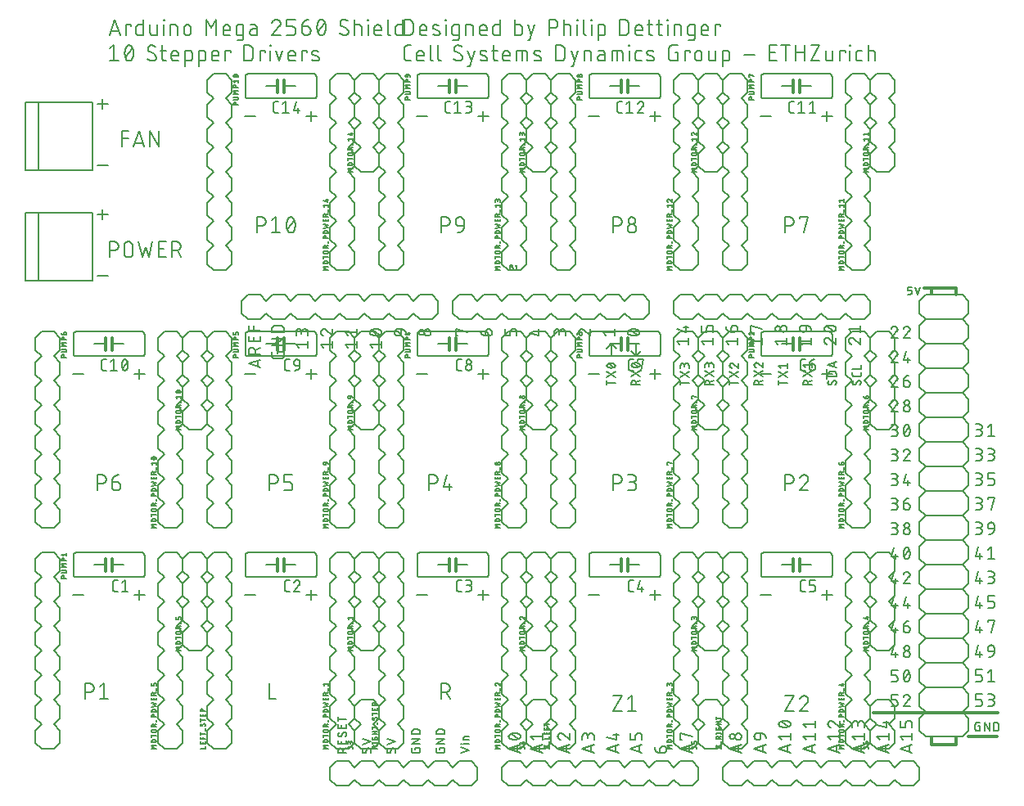
<source format=gbr>
G04 EAGLE Gerber RS-274X export*
G75*
%MOMM*%
%FSLAX34Y34*%
%LPD*%
%INSilkscreen Top*%
%IPPOS*%
%AMOC8*
5,1,8,0,0,1.08239X$1,22.5*%
G01*
%ADD10C,0.152400*%
%ADD11C,0.203200*%
%ADD12C,0.127000*%
%ADD13C,0.304800*%


D10*
X102362Y673862D02*
X102362Y690118D01*
X109587Y690118D01*
X109587Y682893D02*
X102362Y682893D01*
X114455Y673862D02*
X119874Y690118D01*
X125292Y673862D01*
X123938Y677926D02*
X115810Y677926D01*
X131511Y673862D02*
X131511Y690118D01*
X140542Y673862D01*
X140542Y690118D01*
X89662Y575818D02*
X89662Y559562D01*
X89662Y575818D02*
X94178Y575818D01*
X94311Y575816D01*
X94443Y575810D01*
X94575Y575800D01*
X94707Y575787D01*
X94839Y575769D01*
X94969Y575748D01*
X95100Y575723D01*
X95229Y575694D01*
X95357Y575661D01*
X95485Y575625D01*
X95611Y575585D01*
X95736Y575541D01*
X95860Y575493D01*
X95982Y575442D01*
X96103Y575387D01*
X96222Y575329D01*
X96340Y575267D01*
X96455Y575202D01*
X96569Y575133D01*
X96680Y575062D01*
X96789Y574986D01*
X96896Y574908D01*
X97001Y574827D01*
X97103Y574742D01*
X97203Y574655D01*
X97300Y574565D01*
X97395Y574472D01*
X97486Y574376D01*
X97575Y574278D01*
X97661Y574177D01*
X97744Y574073D01*
X97824Y573967D01*
X97900Y573859D01*
X97974Y573749D01*
X98044Y573636D01*
X98111Y573522D01*
X98174Y573405D01*
X98234Y573287D01*
X98291Y573167D01*
X98344Y573045D01*
X98393Y572922D01*
X98439Y572798D01*
X98481Y572672D01*
X98519Y572545D01*
X98554Y572417D01*
X98585Y572288D01*
X98612Y572159D01*
X98635Y572028D01*
X98655Y571897D01*
X98670Y571765D01*
X98682Y571633D01*
X98690Y571501D01*
X98694Y571368D01*
X98694Y571236D01*
X98690Y571103D01*
X98682Y570971D01*
X98670Y570839D01*
X98655Y570707D01*
X98635Y570576D01*
X98612Y570445D01*
X98585Y570316D01*
X98554Y570187D01*
X98519Y570059D01*
X98481Y569932D01*
X98439Y569806D01*
X98393Y569682D01*
X98344Y569559D01*
X98291Y569437D01*
X98234Y569317D01*
X98174Y569199D01*
X98111Y569082D01*
X98044Y568968D01*
X97974Y568855D01*
X97900Y568745D01*
X97824Y568637D01*
X97744Y568531D01*
X97661Y568427D01*
X97575Y568326D01*
X97486Y568228D01*
X97395Y568132D01*
X97300Y568039D01*
X97203Y567949D01*
X97103Y567862D01*
X97001Y567777D01*
X96896Y567696D01*
X96789Y567618D01*
X96680Y567542D01*
X96569Y567471D01*
X96455Y567402D01*
X96340Y567337D01*
X96222Y567275D01*
X96103Y567217D01*
X95982Y567162D01*
X95860Y567111D01*
X95736Y567063D01*
X95611Y567019D01*
X95485Y566979D01*
X95357Y566943D01*
X95229Y566910D01*
X95100Y566881D01*
X94969Y566856D01*
X94839Y566835D01*
X94707Y566817D01*
X94575Y566804D01*
X94443Y566794D01*
X94311Y566788D01*
X94178Y566786D01*
X94178Y566787D02*
X89662Y566787D01*
X104561Y564078D02*
X104561Y571302D01*
X104563Y571435D01*
X104569Y571567D01*
X104579Y571699D01*
X104592Y571831D01*
X104610Y571963D01*
X104631Y572093D01*
X104656Y572224D01*
X104685Y572353D01*
X104718Y572481D01*
X104754Y572609D01*
X104794Y572735D01*
X104838Y572860D01*
X104886Y572984D01*
X104937Y573106D01*
X104992Y573227D01*
X105050Y573346D01*
X105112Y573464D01*
X105177Y573579D01*
X105246Y573693D01*
X105317Y573804D01*
X105393Y573913D01*
X105471Y574020D01*
X105552Y574125D01*
X105637Y574227D01*
X105724Y574327D01*
X105814Y574424D01*
X105907Y574519D01*
X106003Y574610D01*
X106101Y574699D01*
X106202Y574785D01*
X106306Y574868D01*
X106412Y574948D01*
X106520Y575024D01*
X106630Y575098D01*
X106743Y575168D01*
X106857Y575235D01*
X106974Y575298D01*
X107092Y575358D01*
X107212Y575415D01*
X107334Y575468D01*
X107457Y575517D01*
X107581Y575563D01*
X107707Y575605D01*
X107834Y575643D01*
X107962Y575678D01*
X108091Y575709D01*
X108220Y575736D01*
X108351Y575759D01*
X108482Y575779D01*
X108614Y575794D01*
X108746Y575806D01*
X108878Y575814D01*
X109011Y575818D01*
X109143Y575818D01*
X109276Y575814D01*
X109408Y575806D01*
X109540Y575794D01*
X109672Y575779D01*
X109803Y575759D01*
X109934Y575736D01*
X110063Y575709D01*
X110192Y575678D01*
X110320Y575643D01*
X110447Y575605D01*
X110573Y575563D01*
X110697Y575517D01*
X110820Y575468D01*
X110942Y575415D01*
X111062Y575358D01*
X111180Y575298D01*
X111297Y575235D01*
X111411Y575168D01*
X111524Y575098D01*
X111634Y575024D01*
X111742Y574948D01*
X111848Y574868D01*
X111952Y574785D01*
X112053Y574699D01*
X112151Y574610D01*
X112247Y574519D01*
X112340Y574424D01*
X112430Y574327D01*
X112517Y574227D01*
X112602Y574125D01*
X112683Y574020D01*
X112761Y573913D01*
X112837Y573804D01*
X112908Y573693D01*
X112977Y573579D01*
X113042Y573464D01*
X113104Y573346D01*
X113162Y573227D01*
X113217Y573106D01*
X113268Y572984D01*
X113316Y572860D01*
X113360Y572735D01*
X113400Y572609D01*
X113436Y572481D01*
X113469Y572353D01*
X113498Y572224D01*
X113523Y572093D01*
X113544Y571963D01*
X113562Y571831D01*
X113575Y571699D01*
X113585Y571567D01*
X113591Y571435D01*
X113593Y571302D01*
X113592Y571302D02*
X113592Y564078D01*
X113593Y564078D02*
X113591Y563945D01*
X113585Y563813D01*
X113575Y563681D01*
X113562Y563549D01*
X113544Y563417D01*
X113523Y563287D01*
X113498Y563156D01*
X113469Y563027D01*
X113436Y562899D01*
X113400Y562771D01*
X113360Y562645D01*
X113316Y562520D01*
X113268Y562396D01*
X113217Y562274D01*
X113162Y562153D01*
X113104Y562034D01*
X113042Y561916D01*
X112977Y561801D01*
X112908Y561687D01*
X112837Y561576D01*
X112761Y561467D01*
X112683Y561360D01*
X112602Y561255D01*
X112517Y561153D01*
X112430Y561053D01*
X112340Y560956D01*
X112247Y560861D01*
X112151Y560770D01*
X112053Y560681D01*
X111952Y560595D01*
X111848Y560512D01*
X111742Y560432D01*
X111634Y560356D01*
X111524Y560282D01*
X111411Y560212D01*
X111297Y560145D01*
X111180Y560082D01*
X111062Y560022D01*
X110942Y559965D01*
X110820Y559912D01*
X110697Y559863D01*
X110573Y559817D01*
X110447Y559775D01*
X110320Y559737D01*
X110192Y559702D01*
X110063Y559671D01*
X109934Y559644D01*
X109803Y559621D01*
X109672Y559601D01*
X109540Y559586D01*
X109408Y559574D01*
X109276Y559566D01*
X109143Y559562D01*
X109011Y559562D01*
X108878Y559566D01*
X108746Y559574D01*
X108614Y559586D01*
X108482Y559601D01*
X108351Y559621D01*
X108220Y559644D01*
X108091Y559671D01*
X107962Y559702D01*
X107834Y559737D01*
X107707Y559775D01*
X107581Y559817D01*
X107457Y559863D01*
X107334Y559912D01*
X107212Y559965D01*
X107092Y560022D01*
X106974Y560082D01*
X106857Y560145D01*
X106743Y560212D01*
X106630Y560282D01*
X106520Y560356D01*
X106412Y560432D01*
X106306Y560512D01*
X106202Y560595D01*
X106101Y560681D01*
X106003Y560770D01*
X105907Y560861D01*
X105814Y560956D01*
X105724Y561053D01*
X105637Y561153D01*
X105552Y561255D01*
X105471Y561360D01*
X105393Y561467D01*
X105317Y561576D01*
X105246Y561687D01*
X105177Y561801D01*
X105112Y561916D01*
X105050Y562034D01*
X104992Y562153D01*
X104937Y562274D01*
X104886Y562396D01*
X104838Y562520D01*
X104794Y562645D01*
X104754Y562771D01*
X104718Y562899D01*
X104685Y563027D01*
X104656Y563156D01*
X104631Y563287D01*
X104610Y563417D01*
X104592Y563549D01*
X104579Y563681D01*
X104569Y563813D01*
X104563Y563945D01*
X104561Y564078D01*
X119567Y575818D02*
X123180Y559562D01*
X126792Y570399D01*
X130405Y559562D01*
X134017Y575818D01*
X140543Y559562D02*
X147768Y559562D01*
X140543Y559562D02*
X140543Y575818D01*
X147768Y575818D01*
X145962Y568593D02*
X140543Y568593D01*
X154152Y575818D02*
X154152Y559562D01*
X154152Y575818D02*
X158667Y575818D01*
X158800Y575816D01*
X158932Y575810D01*
X159064Y575800D01*
X159196Y575787D01*
X159328Y575769D01*
X159458Y575748D01*
X159589Y575723D01*
X159718Y575694D01*
X159846Y575661D01*
X159974Y575625D01*
X160100Y575585D01*
X160225Y575541D01*
X160349Y575493D01*
X160471Y575442D01*
X160592Y575387D01*
X160711Y575329D01*
X160829Y575267D01*
X160944Y575202D01*
X161058Y575133D01*
X161169Y575062D01*
X161278Y574986D01*
X161385Y574908D01*
X161490Y574827D01*
X161592Y574742D01*
X161692Y574655D01*
X161789Y574565D01*
X161884Y574472D01*
X161975Y574376D01*
X162064Y574278D01*
X162150Y574177D01*
X162233Y574073D01*
X162313Y573967D01*
X162389Y573859D01*
X162463Y573749D01*
X162533Y573636D01*
X162600Y573522D01*
X162663Y573405D01*
X162723Y573287D01*
X162780Y573167D01*
X162833Y573045D01*
X162882Y572922D01*
X162928Y572798D01*
X162970Y572672D01*
X163008Y572545D01*
X163043Y572417D01*
X163074Y572288D01*
X163101Y572159D01*
X163124Y572028D01*
X163144Y571897D01*
X163159Y571765D01*
X163171Y571633D01*
X163179Y571501D01*
X163183Y571368D01*
X163183Y571236D01*
X163179Y571103D01*
X163171Y570971D01*
X163159Y570839D01*
X163144Y570707D01*
X163124Y570576D01*
X163101Y570445D01*
X163074Y570316D01*
X163043Y570187D01*
X163008Y570059D01*
X162970Y569932D01*
X162928Y569806D01*
X162882Y569682D01*
X162833Y569559D01*
X162780Y569437D01*
X162723Y569317D01*
X162663Y569199D01*
X162600Y569082D01*
X162533Y568968D01*
X162463Y568855D01*
X162389Y568745D01*
X162313Y568637D01*
X162233Y568531D01*
X162150Y568427D01*
X162064Y568326D01*
X161975Y568228D01*
X161884Y568132D01*
X161789Y568039D01*
X161692Y567949D01*
X161592Y567862D01*
X161490Y567777D01*
X161385Y567696D01*
X161278Y567618D01*
X161169Y567542D01*
X161058Y567471D01*
X160944Y567402D01*
X160829Y567337D01*
X160711Y567275D01*
X160592Y567217D01*
X160471Y567162D01*
X160349Y567111D01*
X160225Y567063D01*
X160100Y567019D01*
X159974Y566979D01*
X159846Y566943D01*
X159718Y566910D01*
X159589Y566881D01*
X159458Y566856D01*
X159328Y566835D01*
X159196Y566817D01*
X159064Y566804D01*
X158932Y566794D01*
X158800Y566788D01*
X158667Y566786D01*
X158667Y566787D02*
X154152Y566787D01*
X159570Y566787D02*
X163183Y559562D01*
X254762Y118618D02*
X254762Y102362D01*
X261987Y102362D01*
X432562Y102362D02*
X432562Y118618D01*
X437078Y118618D01*
X437211Y118616D01*
X437343Y118610D01*
X437475Y118600D01*
X437607Y118587D01*
X437739Y118569D01*
X437869Y118548D01*
X438000Y118523D01*
X438129Y118494D01*
X438257Y118461D01*
X438385Y118425D01*
X438511Y118385D01*
X438636Y118341D01*
X438760Y118293D01*
X438882Y118242D01*
X439003Y118187D01*
X439122Y118129D01*
X439240Y118067D01*
X439355Y118002D01*
X439469Y117933D01*
X439580Y117862D01*
X439689Y117786D01*
X439796Y117708D01*
X439901Y117627D01*
X440003Y117542D01*
X440103Y117455D01*
X440200Y117365D01*
X440295Y117272D01*
X440386Y117176D01*
X440475Y117078D01*
X440561Y116977D01*
X440644Y116873D01*
X440724Y116767D01*
X440800Y116659D01*
X440874Y116549D01*
X440944Y116436D01*
X441011Y116322D01*
X441074Y116205D01*
X441134Y116087D01*
X441191Y115967D01*
X441244Y115845D01*
X441293Y115722D01*
X441339Y115598D01*
X441381Y115472D01*
X441419Y115345D01*
X441454Y115217D01*
X441485Y115088D01*
X441512Y114959D01*
X441535Y114828D01*
X441555Y114697D01*
X441570Y114565D01*
X441582Y114433D01*
X441590Y114301D01*
X441594Y114168D01*
X441594Y114036D01*
X441590Y113903D01*
X441582Y113771D01*
X441570Y113639D01*
X441555Y113507D01*
X441535Y113376D01*
X441512Y113245D01*
X441485Y113116D01*
X441454Y112987D01*
X441419Y112859D01*
X441381Y112732D01*
X441339Y112606D01*
X441293Y112482D01*
X441244Y112359D01*
X441191Y112237D01*
X441134Y112117D01*
X441074Y111999D01*
X441011Y111882D01*
X440944Y111768D01*
X440874Y111655D01*
X440800Y111545D01*
X440724Y111437D01*
X440644Y111331D01*
X440561Y111227D01*
X440475Y111126D01*
X440386Y111028D01*
X440295Y110932D01*
X440200Y110839D01*
X440103Y110749D01*
X440003Y110662D01*
X439901Y110577D01*
X439796Y110496D01*
X439689Y110418D01*
X439580Y110342D01*
X439469Y110271D01*
X439355Y110202D01*
X439240Y110137D01*
X439122Y110075D01*
X439003Y110017D01*
X438882Y109962D01*
X438760Y109911D01*
X438636Y109863D01*
X438511Y109819D01*
X438385Y109779D01*
X438257Y109743D01*
X438129Y109710D01*
X438000Y109681D01*
X437869Y109656D01*
X437739Y109635D01*
X437607Y109617D01*
X437475Y109604D01*
X437343Y109594D01*
X437211Y109588D01*
X437078Y109586D01*
X437078Y109587D02*
X432562Y109587D01*
X437981Y109587D02*
X441593Y102362D01*
X610362Y105918D02*
X619393Y105918D01*
X610362Y89662D01*
X619393Y89662D01*
X625472Y102306D02*
X629988Y105918D01*
X629988Y89662D01*
X634503Y89662D02*
X625472Y89662D01*
X788162Y105918D02*
X797193Y105918D01*
X788162Y89662D01*
X797193Y89662D01*
X812303Y101854D02*
X812301Y101979D01*
X812295Y102104D01*
X812286Y102229D01*
X812272Y102353D01*
X812255Y102477D01*
X812234Y102601D01*
X812209Y102723D01*
X812180Y102845D01*
X812148Y102966D01*
X812112Y103086D01*
X812072Y103205D01*
X812029Y103322D01*
X811982Y103438D01*
X811931Y103553D01*
X811877Y103665D01*
X811819Y103777D01*
X811759Y103886D01*
X811694Y103993D01*
X811627Y104099D01*
X811556Y104202D01*
X811482Y104303D01*
X811405Y104402D01*
X811325Y104498D01*
X811242Y104592D01*
X811157Y104683D01*
X811068Y104772D01*
X810977Y104857D01*
X810883Y104940D01*
X810787Y105020D01*
X810688Y105097D01*
X810587Y105171D01*
X810484Y105242D01*
X810378Y105309D01*
X810271Y105374D01*
X810162Y105434D01*
X810050Y105492D01*
X809938Y105546D01*
X809823Y105597D01*
X809707Y105644D01*
X809590Y105687D01*
X809471Y105727D01*
X809351Y105763D01*
X809230Y105795D01*
X809108Y105824D01*
X808986Y105849D01*
X808862Y105870D01*
X808738Y105887D01*
X808614Y105901D01*
X808489Y105910D01*
X808364Y105916D01*
X808239Y105918D01*
X808096Y105916D01*
X807954Y105910D01*
X807811Y105900D01*
X807669Y105887D01*
X807528Y105869D01*
X807386Y105848D01*
X807246Y105823D01*
X807106Y105794D01*
X806967Y105761D01*
X806829Y105724D01*
X806692Y105684D01*
X806557Y105640D01*
X806422Y105592D01*
X806289Y105540D01*
X806157Y105485D01*
X806027Y105426D01*
X805899Y105364D01*
X805772Y105298D01*
X805647Y105229D01*
X805524Y105157D01*
X805404Y105081D01*
X805285Y105002D01*
X805168Y104919D01*
X805054Y104834D01*
X804942Y104745D01*
X804833Y104654D01*
X804726Y104559D01*
X804621Y104462D01*
X804520Y104361D01*
X804421Y104258D01*
X804325Y104153D01*
X804232Y104044D01*
X804142Y103933D01*
X804055Y103820D01*
X803971Y103705D01*
X803891Y103587D01*
X803813Y103467D01*
X803739Y103345D01*
X803669Y103221D01*
X803601Y103095D01*
X803538Y102967D01*
X803477Y102838D01*
X803420Y102707D01*
X803367Y102575D01*
X803318Y102441D01*
X803272Y102306D01*
X810948Y98693D02*
X811042Y98785D01*
X811132Y98879D01*
X811220Y98976D01*
X811305Y99076D01*
X811387Y99178D01*
X811466Y99283D01*
X811541Y99390D01*
X811613Y99499D01*
X811682Y99610D01*
X811748Y99724D01*
X811810Y99839D01*
X811869Y99956D01*
X811924Y100075D01*
X811975Y100195D01*
X812023Y100317D01*
X812068Y100440D01*
X812108Y100564D01*
X812145Y100690D01*
X812178Y100817D01*
X812207Y100944D01*
X812233Y101073D01*
X812254Y101202D01*
X812272Y101332D01*
X812285Y101462D01*
X812295Y101592D01*
X812301Y101723D01*
X812303Y101854D01*
X810949Y98693D02*
X803272Y89662D01*
X812303Y89662D01*
X64262Y102362D02*
X64262Y118618D01*
X68778Y118618D01*
X68911Y118616D01*
X69043Y118610D01*
X69175Y118600D01*
X69307Y118587D01*
X69439Y118569D01*
X69569Y118548D01*
X69700Y118523D01*
X69829Y118494D01*
X69957Y118461D01*
X70085Y118425D01*
X70211Y118385D01*
X70336Y118341D01*
X70460Y118293D01*
X70582Y118242D01*
X70703Y118187D01*
X70822Y118129D01*
X70940Y118067D01*
X71055Y118002D01*
X71169Y117933D01*
X71280Y117862D01*
X71389Y117786D01*
X71496Y117708D01*
X71601Y117627D01*
X71703Y117542D01*
X71803Y117455D01*
X71900Y117365D01*
X71995Y117272D01*
X72086Y117176D01*
X72175Y117078D01*
X72261Y116977D01*
X72344Y116873D01*
X72424Y116767D01*
X72500Y116659D01*
X72574Y116549D01*
X72644Y116436D01*
X72711Y116322D01*
X72774Y116205D01*
X72834Y116087D01*
X72891Y115967D01*
X72944Y115845D01*
X72993Y115722D01*
X73039Y115598D01*
X73081Y115472D01*
X73119Y115345D01*
X73154Y115217D01*
X73185Y115088D01*
X73212Y114959D01*
X73235Y114828D01*
X73255Y114697D01*
X73270Y114565D01*
X73282Y114433D01*
X73290Y114301D01*
X73294Y114168D01*
X73294Y114036D01*
X73290Y113903D01*
X73282Y113771D01*
X73270Y113639D01*
X73255Y113507D01*
X73235Y113376D01*
X73212Y113245D01*
X73185Y113116D01*
X73154Y112987D01*
X73119Y112859D01*
X73081Y112732D01*
X73039Y112606D01*
X72993Y112482D01*
X72944Y112359D01*
X72891Y112237D01*
X72834Y112117D01*
X72774Y111999D01*
X72711Y111882D01*
X72644Y111768D01*
X72574Y111655D01*
X72500Y111545D01*
X72424Y111437D01*
X72344Y111331D01*
X72261Y111227D01*
X72175Y111126D01*
X72086Y111028D01*
X71995Y110932D01*
X71900Y110839D01*
X71803Y110749D01*
X71703Y110662D01*
X71601Y110577D01*
X71496Y110496D01*
X71389Y110418D01*
X71280Y110342D01*
X71169Y110271D01*
X71055Y110202D01*
X70940Y110137D01*
X70822Y110075D01*
X70703Y110017D01*
X70582Y109962D01*
X70460Y109911D01*
X70336Y109863D01*
X70211Y109819D01*
X70085Y109779D01*
X69957Y109743D01*
X69829Y109710D01*
X69700Y109681D01*
X69569Y109656D01*
X69439Y109635D01*
X69307Y109617D01*
X69175Y109604D01*
X69043Y109594D01*
X68911Y109588D01*
X68778Y109586D01*
X68778Y109587D02*
X64262Y109587D01*
X79161Y115006D02*
X83677Y118618D01*
X83677Y102362D01*
X88192Y102362D02*
X79161Y102362D01*
X788162Y318262D02*
X788162Y334518D01*
X792678Y334518D01*
X792811Y334516D01*
X792943Y334510D01*
X793075Y334500D01*
X793207Y334487D01*
X793339Y334469D01*
X793469Y334448D01*
X793600Y334423D01*
X793729Y334394D01*
X793857Y334361D01*
X793985Y334325D01*
X794111Y334285D01*
X794236Y334241D01*
X794360Y334193D01*
X794482Y334142D01*
X794603Y334087D01*
X794722Y334029D01*
X794840Y333967D01*
X794955Y333902D01*
X795069Y333833D01*
X795180Y333762D01*
X795289Y333686D01*
X795396Y333608D01*
X795501Y333527D01*
X795603Y333442D01*
X795703Y333355D01*
X795800Y333265D01*
X795895Y333172D01*
X795986Y333076D01*
X796075Y332978D01*
X796161Y332877D01*
X796244Y332773D01*
X796324Y332667D01*
X796400Y332559D01*
X796474Y332449D01*
X796544Y332336D01*
X796611Y332222D01*
X796674Y332105D01*
X796734Y331987D01*
X796791Y331867D01*
X796844Y331745D01*
X796893Y331622D01*
X796939Y331498D01*
X796981Y331372D01*
X797019Y331245D01*
X797054Y331117D01*
X797085Y330988D01*
X797112Y330859D01*
X797135Y330728D01*
X797155Y330597D01*
X797170Y330465D01*
X797182Y330333D01*
X797190Y330201D01*
X797194Y330068D01*
X797194Y329936D01*
X797190Y329803D01*
X797182Y329671D01*
X797170Y329539D01*
X797155Y329407D01*
X797135Y329276D01*
X797112Y329145D01*
X797085Y329016D01*
X797054Y328887D01*
X797019Y328759D01*
X796981Y328632D01*
X796939Y328506D01*
X796893Y328382D01*
X796844Y328259D01*
X796791Y328137D01*
X796734Y328017D01*
X796674Y327899D01*
X796611Y327782D01*
X796544Y327668D01*
X796474Y327555D01*
X796400Y327445D01*
X796324Y327337D01*
X796244Y327231D01*
X796161Y327127D01*
X796075Y327026D01*
X795986Y326928D01*
X795895Y326832D01*
X795800Y326739D01*
X795703Y326649D01*
X795603Y326562D01*
X795501Y326477D01*
X795396Y326396D01*
X795289Y326318D01*
X795180Y326242D01*
X795069Y326171D01*
X794955Y326102D01*
X794840Y326037D01*
X794722Y325975D01*
X794603Y325917D01*
X794482Y325862D01*
X794360Y325811D01*
X794236Y325763D01*
X794111Y325719D01*
X793985Y325679D01*
X793857Y325643D01*
X793729Y325610D01*
X793600Y325581D01*
X793469Y325556D01*
X793339Y325535D01*
X793207Y325517D01*
X793075Y325504D01*
X792943Y325494D01*
X792811Y325488D01*
X792678Y325486D01*
X792678Y325487D02*
X788162Y325487D01*
X808028Y334518D02*
X808153Y334516D01*
X808278Y334510D01*
X808403Y334501D01*
X808527Y334487D01*
X808651Y334470D01*
X808775Y334449D01*
X808897Y334424D01*
X809019Y334395D01*
X809140Y334363D01*
X809260Y334327D01*
X809379Y334287D01*
X809496Y334244D01*
X809612Y334197D01*
X809727Y334146D01*
X809839Y334092D01*
X809951Y334034D01*
X810060Y333974D01*
X810167Y333909D01*
X810273Y333842D01*
X810376Y333771D01*
X810477Y333697D01*
X810576Y333620D01*
X810672Y333540D01*
X810766Y333457D01*
X810857Y333372D01*
X810946Y333283D01*
X811031Y333192D01*
X811114Y333098D01*
X811194Y333002D01*
X811271Y332903D01*
X811345Y332802D01*
X811416Y332699D01*
X811483Y332593D01*
X811548Y332486D01*
X811608Y332377D01*
X811666Y332265D01*
X811720Y332153D01*
X811771Y332038D01*
X811818Y331922D01*
X811861Y331805D01*
X811901Y331686D01*
X811937Y331566D01*
X811969Y331445D01*
X811998Y331323D01*
X812023Y331201D01*
X812044Y331077D01*
X812061Y330953D01*
X812075Y330829D01*
X812084Y330704D01*
X812090Y330579D01*
X812092Y330454D01*
X808028Y334518D02*
X807885Y334516D01*
X807743Y334510D01*
X807600Y334500D01*
X807458Y334487D01*
X807317Y334469D01*
X807175Y334448D01*
X807035Y334423D01*
X806895Y334394D01*
X806756Y334361D01*
X806618Y334324D01*
X806481Y334284D01*
X806346Y334240D01*
X806211Y334192D01*
X806078Y334140D01*
X805946Y334085D01*
X805816Y334026D01*
X805688Y333964D01*
X805561Y333898D01*
X805436Y333829D01*
X805313Y333757D01*
X805193Y333681D01*
X805074Y333602D01*
X804957Y333519D01*
X804843Y333434D01*
X804731Y333345D01*
X804622Y333254D01*
X804515Y333159D01*
X804410Y333062D01*
X804309Y332961D01*
X804210Y332858D01*
X804114Y332753D01*
X804021Y332644D01*
X803931Y332533D01*
X803844Y332420D01*
X803760Y332305D01*
X803680Y332187D01*
X803602Y332067D01*
X803528Y331945D01*
X803458Y331821D01*
X803390Y331695D01*
X803327Y331567D01*
X803266Y331438D01*
X803209Y331307D01*
X803156Y331175D01*
X803107Y331041D01*
X803061Y330906D01*
X810737Y327293D02*
X810831Y327385D01*
X810921Y327479D01*
X811009Y327576D01*
X811094Y327676D01*
X811176Y327778D01*
X811255Y327883D01*
X811330Y327990D01*
X811402Y328099D01*
X811471Y328210D01*
X811537Y328324D01*
X811599Y328439D01*
X811658Y328556D01*
X811713Y328675D01*
X811764Y328795D01*
X811812Y328917D01*
X811857Y329040D01*
X811897Y329164D01*
X811934Y329290D01*
X811967Y329417D01*
X811996Y329544D01*
X812022Y329673D01*
X812043Y329802D01*
X812061Y329932D01*
X812074Y330062D01*
X812084Y330192D01*
X812090Y330323D01*
X812092Y330454D01*
X810738Y327293D02*
X803061Y318262D01*
X812092Y318262D01*
X610362Y318262D02*
X610362Y334518D01*
X614878Y334518D01*
X615011Y334516D01*
X615143Y334510D01*
X615275Y334500D01*
X615407Y334487D01*
X615539Y334469D01*
X615669Y334448D01*
X615800Y334423D01*
X615929Y334394D01*
X616057Y334361D01*
X616185Y334325D01*
X616311Y334285D01*
X616436Y334241D01*
X616560Y334193D01*
X616682Y334142D01*
X616803Y334087D01*
X616922Y334029D01*
X617040Y333967D01*
X617155Y333902D01*
X617269Y333833D01*
X617380Y333762D01*
X617489Y333686D01*
X617596Y333608D01*
X617701Y333527D01*
X617803Y333442D01*
X617903Y333355D01*
X618000Y333265D01*
X618095Y333172D01*
X618186Y333076D01*
X618275Y332978D01*
X618361Y332877D01*
X618444Y332773D01*
X618524Y332667D01*
X618600Y332559D01*
X618674Y332449D01*
X618744Y332336D01*
X618811Y332222D01*
X618874Y332105D01*
X618934Y331987D01*
X618991Y331867D01*
X619044Y331745D01*
X619093Y331622D01*
X619139Y331498D01*
X619181Y331372D01*
X619219Y331245D01*
X619254Y331117D01*
X619285Y330988D01*
X619312Y330859D01*
X619335Y330728D01*
X619355Y330597D01*
X619370Y330465D01*
X619382Y330333D01*
X619390Y330201D01*
X619394Y330068D01*
X619394Y329936D01*
X619390Y329803D01*
X619382Y329671D01*
X619370Y329539D01*
X619355Y329407D01*
X619335Y329276D01*
X619312Y329145D01*
X619285Y329016D01*
X619254Y328887D01*
X619219Y328759D01*
X619181Y328632D01*
X619139Y328506D01*
X619093Y328382D01*
X619044Y328259D01*
X618991Y328137D01*
X618934Y328017D01*
X618874Y327899D01*
X618811Y327782D01*
X618744Y327668D01*
X618674Y327555D01*
X618600Y327445D01*
X618524Y327337D01*
X618444Y327231D01*
X618361Y327127D01*
X618275Y327026D01*
X618186Y326928D01*
X618095Y326832D01*
X618000Y326739D01*
X617903Y326649D01*
X617803Y326562D01*
X617701Y326477D01*
X617596Y326396D01*
X617489Y326318D01*
X617380Y326242D01*
X617269Y326171D01*
X617155Y326102D01*
X617040Y326037D01*
X616922Y325975D01*
X616803Y325917D01*
X616682Y325862D01*
X616560Y325811D01*
X616436Y325763D01*
X616311Y325719D01*
X616185Y325679D01*
X616057Y325643D01*
X615929Y325610D01*
X615800Y325581D01*
X615669Y325556D01*
X615539Y325535D01*
X615407Y325517D01*
X615275Y325504D01*
X615143Y325494D01*
X615011Y325488D01*
X614878Y325486D01*
X614878Y325487D02*
X610362Y325487D01*
X625261Y318262D02*
X629777Y318262D01*
X629910Y318264D01*
X630042Y318270D01*
X630174Y318280D01*
X630306Y318293D01*
X630438Y318311D01*
X630568Y318332D01*
X630699Y318357D01*
X630828Y318386D01*
X630956Y318419D01*
X631084Y318455D01*
X631210Y318495D01*
X631335Y318539D01*
X631459Y318587D01*
X631581Y318638D01*
X631702Y318693D01*
X631821Y318751D01*
X631939Y318813D01*
X632054Y318878D01*
X632168Y318947D01*
X632279Y319018D01*
X632388Y319094D01*
X632495Y319172D01*
X632600Y319253D01*
X632702Y319338D01*
X632802Y319425D01*
X632899Y319515D01*
X632994Y319608D01*
X633085Y319704D01*
X633174Y319802D01*
X633260Y319903D01*
X633343Y320007D01*
X633423Y320113D01*
X633499Y320221D01*
X633573Y320331D01*
X633643Y320444D01*
X633710Y320558D01*
X633773Y320675D01*
X633833Y320793D01*
X633890Y320913D01*
X633943Y321035D01*
X633992Y321158D01*
X634038Y321282D01*
X634080Y321408D01*
X634118Y321535D01*
X634153Y321663D01*
X634184Y321792D01*
X634211Y321921D01*
X634234Y322052D01*
X634254Y322183D01*
X634269Y322315D01*
X634281Y322447D01*
X634289Y322579D01*
X634293Y322712D01*
X634293Y322844D01*
X634289Y322977D01*
X634281Y323109D01*
X634269Y323241D01*
X634254Y323373D01*
X634234Y323504D01*
X634211Y323635D01*
X634184Y323764D01*
X634153Y323893D01*
X634118Y324021D01*
X634080Y324148D01*
X634038Y324274D01*
X633992Y324398D01*
X633943Y324521D01*
X633890Y324643D01*
X633833Y324763D01*
X633773Y324881D01*
X633710Y324998D01*
X633643Y325112D01*
X633573Y325225D01*
X633499Y325335D01*
X633423Y325443D01*
X633343Y325549D01*
X633260Y325653D01*
X633174Y325754D01*
X633085Y325852D01*
X632994Y325948D01*
X632899Y326041D01*
X632802Y326131D01*
X632702Y326218D01*
X632600Y326303D01*
X632495Y326384D01*
X632388Y326462D01*
X632279Y326538D01*
X632168Y326609D01*
X632054Y326678D01*
X631939Y326743D01*
X631821Y326805D01*
X631702Y326863D01*
X631581Y326918D01*
X631459Y326969D01*
X631335Y327017D01*
X631210Y327061D01*
X631084Y327101D01*
X630956Y327137D01*
X630828Y327170D01*
X630699Y327199D01*
X630568Y327224D01*
X630438Y327245D01*
X630306Y327263D01*
X630174Y327276D01*
X630042Y327286D01*
X629910Y327292D01*
X629777Y327294D01*
X630680Y334518D02*
X625261Y334518D01*
X630680Y334518D02*
X630799Y334516D01*
X630919Y334510D01*
X631038Y334500D01*
X631156Y334486D01*
X631275Y334469D01*
X631392Y334447D01*
X631509Y334422D01*
X631624Y334392D01*
X631739Y334359D01*
X631853Y334322D01*
X631965Y334282D01*
X632076Y334237D01*
X632185Y334189D01*
X632293Y334138D01*
X632399Y334083D01*
X632503Y334024D01*
X632605Y333962D01*
X632705Y333897D01*
X632803Y333828D01*
X632899Y333756D01*
X632992Y333681D01*
X633082Y333604D01*
X633170Y333523D01*
X633255Y333439D01*
X633337Y333352D01*
X633417Y333263D01*
X633493Y333171D01*
X633567Y333077D01*
X633637Y332980D01*
X633704Y332882D01*
X633768Y332781D01*
X633828Y332677D01*
X633885Y332572D01*
X633938Y332465D01*
X633988Y332357D01*
X634034Y332247D01*
X634076Y332135D01*
X634115Y332022D01*
X634150Y331908D01*
X634181Y331793D01*
X634209Y331676D01*
X634232Y331559D01*
X634252Y331442D01*
X634268Y331323D01*
X634280Y331204D01*
X634288Y331085D01*
X634292Y330966D01*
X634292Y330846D01*
X634288Y330727D01*
X634280Y330608D01*
X634268Y330489D01*
X634252Y330370D01*
X634232Y330253D01*
X634209Y330136D01*
X634181Y330019D01*
X634150Y329904D01*
X634115Y329790D01*
X634076Y329677D01*
X634034Y329565D01*
X633988Y329455D01*
X633938Y329347D01*
X633885Y329240D01*
X633828Y329135D01*
X633768Y329031D01*
X633704Y328930D01*
X633637Y328832D01*
X633567Y328735D01*
X633493Y328641D01*
X633417Y328549D01*
X633337Y328460D01*
X633255Y328373D01*
X633170Y328289D01*
X633082Y328208D01*
X632992Y328131D01*
X632899Y328056D01*
X632803Y327984D01*
X632705Y327915D01*
X632605Y327850D01*
X632503Y327788D01*
X632399Y327729D01*
X632293Y327674D01*
X632185Y327623D01*
X632076Y327575D01*
X631965Y327530D01*
X631853Y327490D01*
X631739Y327453D01*
X631624Y327420D01*
X631509Y327390D01*
X631392Y327365D01*
X631275Y327343D01*
X631156Y327326D01*
X631038Y327312D01*
X630919Y327302D01*
X630799Y327296D01*
X630680Y327294D01*
X630680Y327293D02*
X627067Y327293D01*
X419862Y334518D02*
X419862Y318262D01*
X419862Y334518D02*
X424378Y334518D01*
X424511Y334516D01*
X424643Y334510D01*
X424775Y334500D01*
X424907Y334487D01*
X425039Y334469D01*
X425169Y334448D01*
X425300Y334423D01*
X425429Y334394D01*
X425557Y334361D01*
X425685Y334325D01*
X425811Y334285D01*
X425936Y334241D01*
X426060Y334193D01*
X426182Y334142D01*
X426303Y334087D01*
X426422Y334029D01*
X426540Y333967D01*
X426655Y333902D01*
X426769Y333833D01*
X426880Y333762D01*
X426989Y333686D01*
X427096Y333608D01*
X427201Y333527D01*
X427303Y333442D01*
X427403Y333355D01*
X427500Y333265D01*
X427595Y333172D01*
X427686Y333076D01*
X427775Y332978D01*
X427861Y332877D01*
X427944Y332773D01*
X428024Y332667D01*
X428100Y332559D01*
X428174Y332449D01*
X428244Y332336D01*
X428311Y332222D01*
X428374Y332105D01*
X428434Y331987D01*
X428491Y331867D01*
X428544Y331745D01*
X428593Y331622D01*
X428639Y331498D01*
X428681Y331372D01*
X428719Y331245D01*
X428754Y331117D01*
X428785Y330988D01*
X428812Y330859D01*
X428835Y330728D01*
X428855Y330597D01*
X428870Y330465D01*
X428882Y330333D01*
X428890Y330201D01*
X428894Y330068D01*
X428894Y329936D01*
X428890Y329803D01*
X428882Y329671D01*
X428870Y329539D01*
X428855Y329407D01*
X428835Y329276D01*
X428812Y329145D01*
X428785Y329016D01*
X428754Y328887D01*
X428719Y328759D01*
X428681Y328632D01*
X428639Y328506D01*
X428593Y328382D01*
X428544Y328259D01*
X428491Y328137D01*
X428434Y328017D01*
X428374Y327899D01*
X428311Y327782D01*
X428244Y327668D01*
X428174Y327555D01*
X428100Y327445D01*
X428024Y327337D01*
X427944Y327231D01*
X427861Y327127D01*
X427775Y327026D01*
X427686Y326928D01*
X427595Y326832D01*
X427500Y326739D01*
X427403Y326649D01*
X427303Y326562D01*
X427201Y326477D01*
X427096Y326396D01*
X426989Y326318D01*
X426880Y326242D01*
X426769Y326171D01*
X426655Y326102D01*
X426540Y326037D01*
X426422Y325975D01*
X426303Y325917D01*
X426182Y325862D01*
X426060Y325811D01*
X425936Y325763D01*
X425811Y325719D01*
X425685Y325679D01*
X425557Y325643D01*
X425429Y325610D01*
X425300Y325581D01*
X425169Y325556D01*
X425039Y325535D01*
X424907Y325517D01*
X424775Y325504D01*
X424643Y325494D01*
X424511Y325488D01*
X424378Y325486D01*
X424378Y325487D02*
X419862Y325487D01*
X434761Y321874D02*
X438374Y334518D01*
X434761Y321874D02*
X443792Y321874D01*
X441083Y325487D02*
X441083Y318262D01*
X254762Y318262D02*
X254762Y334518D01*
X259278Y334518D01*
X259411Y334516D01*
X259543Y334510D01*
X259675Y334500D01*
X259807Y334487D01*
X259939Y334469D01*
X260069Y334448D01*
X260200Y334423D01*
X260329Y334394D01*
X260457Y334361D01*
X260585Y334325D01*
X260711Y334285D01*
X260836Y334241D01*
X260960Y334193D01*
X261082Y334142D01*
X261203Y334087D01*
X261322Y334029D01*
X261440Y333967D01*
X261555Y333902D01*
X261669Y333833D01*
X261780Y333762D01*
X261889Y333686D01*
X261996Y333608D01*
X262101Y333527D01*
X262203Y333442D01*
X262303Y333355D01*
X262400Y333265D01*
X262495Y333172D01*
X262586Y333076D01*
X262675Y332978D01*
X262761Y332877D01*
X262844Y332773D01*
X262924Y332667D01*
X263000Y332559D01*
X263074Y332449D01*
X263144Y332336D01*
X263211Y332222D01*
X263274Y332105D01*
X263334Y331987D01*
X263391Y331867D01*
X263444Y331745D01*
X263493Y331622D01*
X263539Y331498D01*
X263581Y331372D01*
X263619Y331245D01*
X263654Y331117D01*
X263685Y330988D01*
X263712Y330859D01*
X263735Y330728D01*
X263755Y330597D01*
X263770Y330465D01*
X263782Y330333D01*
X263790Y330201D01*
X263794Y330068D01*
X263794Y329936D01*
X263790Y329803D01*
X263782Y329671D01*
X263770Y329539D01*
X263755Y329407D01*
X263735Y329276D01*
X263712Y329145D01*
X263685Y329016D01*
X263654Y328887D01*
X263619Y328759D01*
X263581Y328632D01*
X263539Y328506D01*
X263493Y328382D01*
X263444Y328259D01*
X263391Y328137D01*
X263334Y328017D01*
X263274Y327899D01*
X263211Y327782D01*
X263144Y327668D01*
X263074Y327555D01*
X263000Y327445D01*
X262924Y327337D01*
X262844Y327231D01*
X262761Y327127D01*
X262675Y327026D01*
X262586Y326928D01*
X262495Y326832D01*
X262400Y326739D01*
X262303Y326649D01*
X262203Y326562D01*
X262101Y326477D01*
X261996Y326396D01*
X261889Y326318D01*
X261780Y326242D01*
X261669Y326171D01*
X261555Y326102D01*
X261440Y326037D01*
X261322Y325975D01*
X261203Y325917D01*
X261082Y325862D01*
X260960Y325811D01*
X260836Y325763D01*
X260711Y325719D01*
X260585Y325679D01*
X260457Y325643D01*
X260329Y325610D01*
X260200Y325581D01*
X260069Y325556D01*
X259939Y325535D01*
X259807Y325517D01*
X259675Y325504D01*
X259543Y325494D01*
X259411Y325488D01*
X259278Y325486D01*
X259278Y325487D02*
X254762Y325487D01*
X269661Y318262D02*
X275080Y318262D01*
X275198Y318264D01*
X275316Y318270D01*
X275434Y318279D01*
X275551Y318293D01*
X275668Y318310D01*
X275785Y318331D01*
X275900Y318356D01*
X276015Y318385D01*
X276129Y318418D01*
X276241Y318454D01*
X276352Y318494D01*
X276462Y318537D01*
X276571Y318584D01*
X276678Y318634D01*
X276783Y318689D01*
X276886Y318746D01*
X276987Y318807D01*
X277087Y318871D01*
X277184Y318938D01*
X277279Y319008D01*
X277371Y319082D01*
X277462Y319158D01*
X277549Y319238D01*
X277634Y319320D01*
X277716Y319405D01*
X277796Y319492D01*
X277872Y319583D01*
X277946Y319675D01*
X278016Y319770D01*
X278083Y319867D01*
X278147Y319967D01*
X278208Y320068D01*
X278265Y320171D01*
X278320Y320276D01*
X278370Y320383D01*
X278417Y320492D01*
X278460Y320602D01*
X278500Y320713D01*
X278536Y320825D01*
X278569Y320939D01*
X278598Y321054D01*
X278623Y321169D01*
X278644Y321286D01*
X278661Y321403D01*
X278675Y321520D01*
X278684Y321638D01*
X278690Y321756D01*
X278692Y321874D01*
X278692Y323681D01*
X278690Y323799D01*
X278684Y323917D01*
X278675Y324035D01*
X278661Y324152D01*
X278644Y324269D01*
X278623Y324386D01*
X278598Y324501D01*
X278569Y324616D01*
X278536Y324730D01*
X278500Y324842D01*
X278460Y324953D01*
X278417Y325063D01*
X278370Y325172D01*
X278320Y325279D01*
X278265Y325384D01*
X278208Y325487D01*
X278147Y325588D01*
X278083Y325688D01*
X278016Y325785D01*
X277946Y325880D01*
X277872Y325972D01*
X277796Y326063D01*
X277716Y326150D01*
X277634Y326235D01*
X277549Y326317D01*
X277462Y326397D01*
X277371Y326473D01*
X277279Y326547D01*
X277184Y326617D01*
X277087Y326684D01*
X276987Y326748D01*
X276886Y326809D01*
X276783Y326866D01*
X276678Y326921D01*
X276571Y326971D01*
X276462Y327018D01*
X276352Y327061D01*
X276241Y327101D01*
X276129Y327137D01*
X276015Y327170D01*
X275900Y327199D01*
X275785Y327224D01*
X275668Y327245D01*
X275551Y327262D01*
X275434Y327276D01*
X275316Y327285D01*
X275198Y327291D01*
X275080Y327293D01*
X269661Y327293D01*
X269661Y334518D01*
X278692Y334518D01*
X76962Y334518D02*
X76962Y318262D01*
X76962Y334518D02*
X81478Y334518D01*
X81611Y334516D01*
X81743Y334510D01*
X81875Y334500D01*
X82007Y334487D01*
X82139Y334469D01*
X82269Y334448D01*
X82400Y334423D01*
X82529Y334394D01*
X82657Y334361D01*
X82785Y334325D01*
X82911Y334285D01*
X83036Y334241D01*
X83160Y334193D01*
X83282Y334142D01*
X83403Y334087D01*
X83522Y334029D01*
X83640Y333967D01*
X83755Y333902D01*
X83869Y333833D01*
X83980Y333762D01*
X84089Y333686D01*
X84196Y333608D01*
X84301Y333527D01*
X84403Y333442D01*
X84503Y333355D01*
X84600Y333265D01*
X84695Y333172D01*
X84786Y333076D01*
X84875Y332978D01*
X84961Y332877D01*
X85044Y332773D01*
X85124Y332667D01*
X85200Y332559D01*
X85274Y332449D01*
X85344Y332336D01*
X85411Y332222D01*
X85474Y332105D01*
X85534Y331987D01*
X85591Y331867D01*
X85644Y331745D01*
X85693Y331622D01*
X85739Y331498D01*
X85781Y331372D01*
X85819Y331245D01*
X85854Y331117D01*
X85885Y330988D01*
X85912Y330859D01*
X85935Y330728D01*
X85955Y330597D01*
X85970Y330465D01*
X85982Y330333D01*
X85990Y330201D01*
X85994Y330068D01*
X85994Y329936D01*
X85990Y329803D01*
X85982Y329671D01*
X85970Y329539D01*
X85955Y329407D01*
X85935Y329276D01*
X85912Y329145D01*
X85885Y329016D01*
X85854Y328887D01*
X85819Y328759D01*
X85781Y328632D01*
X85739Y328506D01*
X85693Y328382D01*
X85644Y328259D01*
X85591Y328137D01*
X85534Y328017D01*
X85474Y327899D01*
X85411Y327782D01*
X85344Y327668D01*
X85274Y327555D01*
X85200Y327445D01*
X85124Y327337D01*
X85044Y327231D01*
X84961Y327127D01*
X84875Y327026D01*
X84786Y326928D01*
X84695Y326832D01*
X84600Y326739D01*
X84503Y326649D01*
X84403Y326562D01*
X84301Y326477D01*
X84196Y326396D01*
X84089Y326318D01*
X83980Y326242D01*
X83869Y326171D01*
X83755Y326102D01*
X83640Y326037D01*
X83522Y325975D01*
X83403Y325917D01*
X83282Y325862D01*
X83160Y325811D01*
X83036Y325763D01*
X82911Y325719D01*
X82785Y325679D01*
X82657Y325643D01*
X82529Y325610D01*
X82400Y325581D01*
X82269Y325556D01*
X82139Y325535D01*
X82007Y325517D01*
X81875Y325504D01*
X81743Y325494D01*
X81611Y325488D01*
X81478Y325486D01*
X81478Y325487D02*
X76962Y325487D01*
X91861Y327293D02*
X97280Y327293D01*
X97398Y327291D01*
X97516Y327285D01*
X97634Y327276D01*
X97751Y327262D01*
X97868Y327245D01*
X97985Y327224D01*
X98100Y327199D01*
X98215Y327170D01*
X98329Y327137D01*
X98441Y327101D01*
X98552Y327061D01*
X98662Y327018D01*
X98771Y326971D01*
X98878Y326921D01*
X98983Y326866D01*
X99086Y326809D01*
X99187Y326748D01*
X99287Y326684D01*
X99384Y326617D01*
X99479Y326547D01*
X99571Y326473D01*
X99662Y326397D01*
X99749Y326317D01*
X99834Y326235D01*
X99916Y326150D01*
X99996Y326063D01*
X100072Y325972D01*
X100146Y325880D01*
X100216Y325785D01*
X100283Y325688D01*
X100347Y325588D01*
X100408Y325487D01*
X100465Y325384D01*
X100520Y325279D01*
X100570Y325172D01*
X100617Y325063D01*
X100660Y324953D01*
X100700Y324842D01*
X100736Y324730D01*
X100769Y324616D01*
X100798Y324501D01*
X100823Y324386D01*
X100844Y324269D01*
X100861Y324152D01*
X100875Y324035D01*
X100884Y323917D01*
X100890Y323799D01*
X100892Y323681D01*
X100892Y322778D01*
X100893Y322778D02*
X100891Y322645D01*
X100885Y322513D01*
X100875Y322381D01*
X100862Y322249D01*
X100844Y322117D01*
X100823Y321987D01*
X100798Y321856D01*
X100769Y321727D01*
X100736Y321599D01*
X100700Y321471D01*
X100660Y321345D01*
X100616Y321220D01*
X100568Y321096D01*
X100517Y320974D01*
X100462Y320853D01*
X100404Y320734D01*
X100342Y320616D01*
X100277Y320501D01*
X100208Y320387D01*
X100137Y320276D01*
X100061Y320167D01*
X99983Y320060D01*
X99902Y319955D01*
X99817Y319853D01*
X99730Y319753D01*
X99640Y319656D01*
X99547Y319561D01*
X99451Y319470D01*
X99353Y319381D01*
X99252Y319295D01*
X99148Y319212D01*
X99042Y319132D01*
X98934Y319056D01*
X98824Y318982D01*
X98711Y318912D01*
X98597Y318845D01*
X98480Y318782D01*
X98362Y318722D01*
X98242Y318665D01*
X98120Y318612D01*
X97997Y318563D01*
X97873Y318517D01*
X97747Y318475D01*
X97620Y318437D01*
X97492Y318402D01*
X97363Y318371D01*
X97234Y318344D01*
X97103Y318321D01*
X96972Y318301D01*
X96840Y318286D01*
X96708Y318274D01*
X96576Y318266D01*
X96443Y318262D01*
X96311Y318262D01*
X96178Y318266D01*
X96046Y318274D01*
X95914Y318286D01*
X95782Y318301D01*
X95651Y318321D01*
X95520Y318344D01*
X95391Y318371D01*
X95262Y318402D01*
X95134Y318437D01*
X95007Y318475D01*
X94881Y318517D01*
X94757Y318563D01*
X94634Y318612D01*
X94512Y318665D01*
X94392Y318722D01*
X94274Y318782D01*
X94157Y318845D01*
X94043Y318912D01*
X93930Y318982D01*
X93820Y319056D01*
X93712Y319132D01*
X93606Y319212D01*
X93502Y319295D01*
X93401Y319381D01*
X93303Y319470D01*
X93207Y319561D01*
X93114Y319656D01*
X93024Y319753D01*
X92937Y319853D01*
X92852Y319955D01*
X92771Y320060D01*
X92693Y320167D01*
X92617Y320276D01*
X92546Y320387D01*
X92477Y320501D01*
X92412Y320616D01*
X92350Y320734D01*
X92292Y320853D01*
X92237Y320974D01*
X92186Y321096D01*
X92138Y321220D01*
X92094Y321345D01*
X92054Y321471D01*
X92018Y321599D01*
X91985Y321727D01*
X91956Y321856D01*
X91931Y321987D01*
X91910Y322117D01*
X91892Y322249D01*
X91879Y322381D01*
X91869Y322513D01*
X91863Y322645D01*
X91861Y322778D01*
X91861Y327293D01*
X91863Y327470D01*
X91870Y327648D01*
X91881Y327825D01*
X91896Y328001D01*
X91915Y328177D01*
X91939Y328353D01*
X91967Y328528D01*
X92000Y328703D01*
X92037Y328876D01*
X92078Y329049D01*
X92123Y329220D01*
X92172Y329390D01*
X92226Y329559D01*
X92283Y329727D01*
X92345Y329893D01*
X92411Y330058D01*
X92481Y330221D01*
X92555Y330382D01*
X92632Y330541D01*
X92714Y330699D01*
X92800Y330854D01*
X92889Y331007D01*
X92982Y331158D01*
X93079Y331307D01*
X93179Y331453D01*
X93283Y331597D01*
X93390Y331738D01*
X93501Y331876D01*
X93615Y332012D01*
X93733Y332145D01*
X93853Y332275D01*
X93977Y332402D01*
X94104Y332526D01*
X94234Y332646D01*
X94367Y332764D01*
X94502Y332878D01*
X94641Y332989D01*
X94782Y333096D01*
X94926Y333200D01*
X95072Y333300D01*
X95221Y333397D01*
X95372Y333490D01*
X95525Y333579D01*
X95680Y333665D01*
X95838Y333747D01*
X95997Y333824D01*
X96158Y333898D01*
X96321Y333968D01*
X96486Y334034D01*
X96652Y334096D01*
X96820Y334153D01*
X96989Y334207D01*
X97159Y334256D01*
X97330Y334301D01*
X97503Y334342D01*
X97676Y334379D01*
X97851Y334412D01*
X98026Y334440D01*
X98202Y334464D01*
X98378Y334483D01*
X98554Y334498D01*
X98731Y334509D01*
X98909Y334516D01*
X99086Y334518D01*
X788162Y584962D02*
X788162Y601218D01*
X792678Y601218D01*
X792811Y601216D01*
X792943Y601210D01*
X793075Y601200D01*
X793207Y601187D01*
X793339Y601169D01*
X793469Y601148D01*
X793600Y601123D01*
X793729Y601094D01*
X793857Y601061D01*
X793985Y601025D01*
X794111Y600985D01*
X794236Y600941D01*
X794360Y600893D01*
X794482Y600842D01*
X794603Y600787D01*
X794722Y600729D01*
X794840Y600667D01*
X794955Y600602D01*
X795069Y600533D01*
X795180Y600462D01*
X795289Y600386D01*
X795396Y600308D01*
X795501Y600227D01*
X795603Y600142D01*
X795703Y600055D01*
X795800Y599965D01*
X795895Y599872D01*
X795986Y599776D01*
X796075Y599678D01*
X796161Y599577D01*
X796244Y599473D01*
X796324Y599367D01*
X796400Y599259D01*
X796474Y599149D01*
X796544Y599036D01*
X796611Y598922D01*
X796674Y598805D01*
X796734Y598687D01*
X796791Y598567D01*
X796844Y598445D01*
X796893Y598322D01*
X796939Y598198D01*
X796981Y598072D01*
X797019Y597945D01*
X797054Y597817D01*
X797085Y597688D01*
X797112Y597559D01*
X797135Y597428D01*
X797155Y597297D01*
X797170Y597165D01*
X797182Y597033D01*
X797190Y596901D01*
X797194Y596768D01*
X797194Y596636D01*
X797190Y596503D01*
X797182Y596371D01*
X797170Y596239D01*
X797155Y596107D01*
X797135Y595976D01*
X797112Y595845D01*
X797085Y595716D01*
X797054Y595587D01*
X797019Y595459D01*
X796981Y595332D01*
X796939Y595206D01*
X796893Y595082D01*
X796844Y594959D01*
X796791Y594837D01*
X796734Y594717D01*
X796674Y594599D01*
X796611Y594482D01*
X796544Y594368D01*
X796474Y594255D01*
X796400Y594145D01*
X796324Y594037D01*
X796244Y593931D01*
X796161Y593827D01*
X796075Y593726D01*
X795986Y593628D01*
X795895Y593532D01*
X795800Y593439D01*
X795703Y593349D01*
X795603Y593262D01*
X795501Y593177D01*
X795396Y593096D01*
X795289Y593018D01*
X795180Y592942D01*
X795069Y592871D01*
X794955Y592802D01*
X794840Y592737D01*
X794722Y592675D01*
X794603Y592617D01*
X794482Y592562D01*
X794360Y592511D01*
X794236Y592463D01*
X794111Y592419D01*
X793985Y592379D01*
X793857Y592343D01*
X793729Y592310D01*
X793600Y592281D01*
X793469Y592256D01*
X793339Y592235D01*
X793207Y592217D01*
X793075Y592204D01*
X792943Y592194D01*
X792811Y592188D01*
X792678Y592186D01*
X792678Y592187D02*
X788162Y592187D01*
X803061Y599412D02*
X803061Y601218D01*
X812092Y601218D01*
X807577Y584962D01*
X610362Y584962D02*
X610362Y601218D01*
X614878Y601218D01*
X615011Y601216D01*
X615143Y601210D01*
X615275Y601200D01*
X615407Y601187D01*
X615539Y601169D01*
X615669Y601148D01*
X615800Y601123D01*
X615929Y601094D01*
X616057Y601061D01*
X616185Y601025D01*
X616311Y600985D01*
X616436Y600941D01*
X616560Y600893D01*
X616682Y600842D01*
X616803Y600787D01*
X616922Y600729D01*
X617040Y600667D01*
X617155Y600602D01*
X617269Y600533D01*
X617380Y600462D01*
X617489Y600386D01*
X617596Y600308D01*
X617701Y600227D01*
X617803Y600142D01*
X617903Y600055D01*
X618000Y599965D01*
X618095Y599872D01*
X618186Y599776D01*
X618275Y599678D01*
X618361Y599577D01*
X618444Y599473D01*
X618524Y599367D01*
X618600Y599259D01*
X618674Y599149D01*
X618744Y599036D01*
X618811Y598922D01*
X618874Y598805D01*
X618934Y598687D01*
X618991Y598567D01*
X619044Y598445D01*
X619093Y598322D01*
X619139Y598198D01*
X619181Y598072D01*
X619219Y597945D01*
X619254Y597817D01*
X619285Y597688D01*
X619312Y597559D01*
X619335Y597428D01*
X619355Y597297D01*
X619370Y597165D01*
X619382Y597033D01*
X619390Y596901D01*
X619394Y596768D01*
X619394Y596636D01*
X619390Y596503D01*
X619382Y596371D01*
X619370Y596239D01*
X619355Y596107D01*
X619335Y595976D01*
X619312Y595845D01*
X619285Y595716D01*
X619254Y595587D01*
X619219Y595459D01*
X619181Y595332D01*
X619139Y595206D01*
X619093Y595082D01*
X619044Y594959D01*
X618991Y594837D01*
X618934Y594717D01*
X618874Y594599D01*
X618811Y594482D01*
X618744Y594368D01*
X618674Y594255D01*
X618600Y594145D01*
X618524Y594037D01*
X618444Y593931D01*
X618361Y593827D01*
X618275Y593726D01*
X618186Y593628D01*
X618095Y593532D01*
X618000Y593439D01*
X617903Y593349D01*
X617803Y593262D01*
X617701Y593177D01*
X617596Y593096D01*
X617489Y593018D01*
X617380Y592942D01*
X617269Y592871D01*
X617155Y592802D01*
X617040Y592737D01*
X616922Y592675D01*
X616803Y592617D01*
X616682Y592562D01*
X616560Y592511D01*
X616436Y592463D01*
X616311Y592419D01*
X616185Y592379D01*
X616057Y592343D01*
X615929Y592310D01*
X615800Y592281D01*
X615669Y592256D01*
X615539Y592235D01*
X615407Y592217D01*
X615275Y592204D01*
X615143Y592194D01*
X615011Y592188D01*
X614878Y592186D01*
X614878Y592187D02*
X610362Y592187D01*
X625261Y589478D02*
X625263Y589611D01*
X625269Y589743D01*
X625279Y589875D01*
X625292Y590007D01*
X625310Y590139D01*
X625331Y590269D01*
X625356Y590400D01*
X625385Y590529D01*
X625418Y590657D01*
X625454Y590785D01*
X625494Y590911D01*
X625538Y591036D01*
X625586Y591160D01*
X625637Y591282D01*
X625692Y591403D01*
X625750Y591522D01*
X625812Y591640D01*
X625877Y591755D01*
X625946Y591869D01*
X626017Y591980D01*
X626093Y592089D01*
X626171Y592196D01*
X626252Y592301D01*
X626337Y592403D01*
X626424Y592503D01*
X626514Y592600D01*
X626607Y592695D01*
X626703Y592786D01*
X626801Y592875D01*
X626902Y592961D01*
X627006Y593044D01*
X627112Y593124D01*
X627220Y593200D01*
X627330Y593274D01*
X627443Y593344D01*
X627557Y593411D01*
X627674Y593474D01*
X627792Y593534D01*
X627912Y593591D01*
X628034Y593644D01*
X628157Y593693D01*
X628281Y593739D01*
X628407Y593781D01*
X628534Y593819D01*
X628662Y593854D01*
X628791Y593885D01*
X628920Y593912D01*
X629051Y593935D01*
X629182Y593955D01*
X629314Y593970D01*
X629446Y593982D01*
X629578Y593990D01*
X629711Y593994D01*
X629843Y593994D01*
X629976Y593990D01*
X630108Y593982D01*
X630240Y593970D01*
X630372Y593955D01*
X630503Y593935D01*
X630634Y593912D01*
X630763Y593885D01*
X630892Y593854D01*
X631020Y593819D01*
X631147Y593781D01*
X631273Y593739D01*
X631397Y593693D01*
X631520Y593644D01*
X631642Y593591D01*
X631762Y593534D01*
X631880Y593474D01*
X631997Y593411D01*
X632111Y593344D01*
X632224Y593274D01*
X632334Y593200D01*
X632442Y593124D01*
X632548Y593044D01*
X632652Y592961D01*
X632753Y592875D01*
X632851Y592786D01*
X632947Y592695D01*
X633040Y592600D01*
X633130Y592503D01*
X633217Y592403D01*
X633302Y592301D01*
X633383Y592196D01*
X633461Y592089D01*
X633537Y591980D01*
X633608Y591869D01*
X633677Y591755D01*
X633742Y591640D01*
X633804Y591522D01*
X633862Y591403D01*
X633917Y591282D01*
X633968Y591160D01*
X634016Y591036D01*
X634060Y590911D01*
X634100Y590785D01*
X634136Y590657D01*
X634169Y590529D01*
X634198Y590400D01*
X634223Y590269D01*
X634244Y590139D01*
X634262Y590007D01*
X634275Y589875D01*
X634285Y589743D01*
X634291Y589611D01*
X634293Y589478D01*
X634291Y589345D01*
X634285Y589213D01*
X634275Y589081D01*
X634262Y588949D01*
X634244Y588817D01*
X634223Y588687D01*
X634198Y588556D01*
X634169Y588427D01*
X634136Y588299D01*
X634100Y588171D01*
X634060Y588045D01*
X634016Y587920D01*
X633968Y587796D01*
X633917Y587674D01*
X633862Y587553D01*
X633804Y587434D01*
X633742Y587316D01*
X633677Y587201D01*
X633608Y587087D01*
X633537Y586976D01*
X633461Y586867D01*
X633383Y586760D01*
X633302Y586655D01*
X633217Y586553D01*
X633130Y586453D01*
X633040Y586356D01*
X632947Y586261D01*
X632851Y586170D01*
X632753Y586081D01*
X632652Y585995D01*
X632548Y585912D01*
X632442Y585832D01*
X632334Y585756D01*
X632224Y585682D01*
X632111Y585612D01*
X631997Y585545D01*
X631880Y585482D01*
X631762Y585422D01*
X631642Y585365D01*
X631520Y585312D01*
X631397Y585263D01*
X631273Y585217D01*
X631147Y585175D01*
X631020Y585137D01*
X630892Y585102D01*
X630763Y585071D01*
X630634Y585044D01*
X630503Y585021D01*
X630372Y585001D01*
X630240Y584986D01*
X630108Y584974D01*
X629976Y584966D01*
X629843Y584962D01*
X629711Y584962D01*
X629578Y584966D01*
X629446Y584974D01*
X629314Y584986D01*
X629182Y585001D01*
X629051Y585021D01*
X628920Y585044D01*
X628791Y585071D01*
X628662Y585102D01*
X628534Y585137D01*
X628407Y585175D01*
X628281Y585217D01*
X628157Y585263D01*
X628034Y585312D01*
X627912Y585365D01*
X627792Y585422D01*
X627674Y585482D01*
X627557Y585545D01*
X627443Y585612D01*
X627330Y585682D01*
X627220Y585756D01*
X627112Y585832D01*
X627006Y585912D01*
X626902Y585995D01*
X626801Y586081D01*
X626703Y586170D01*
X626607Y586261D01*
X626514Y586356D01*
X626424Y586453D01*
X626337Y586553D01*
X626252Y586655D01*
X626171Y586760D01*
X626093Y586867D01*
X626017Y586976D01*
X625946Y587087D01*
X625877Y587201D01*
X625812Y587316D01*
X625750Y587434D01*
X625692Y587553D01*
X625637Y587674D01*
X625586Y587796D01*
X625538Y587920D01*
X625494Y588045D01*
X625454Y588171D01*
X625418Y588299D01*
X625385Y588427D01*
X625356Y588556D01*
X625331Y588687D01*
X625310Y588817D01*
X625292Y588949D01*
X625279Y589081D01*
X625269Y589213D01*
X625263Y589345D01*
X625261Y589478D01*
X626165Y597606D02*
X626167Y597725D01*
X626173Y597845D01*
X626183Y597964D01*
X626197Y598082D01*
X626214Y598201D01*
X626236Y598318D01*
X626261Y598435D01*
X626291Y598550D01*
X626324Y598665D01*
X626361Y598779D01*
X626401Y598891D01*
X626446Y599002D01*
X626494Y599111D01*
X626545Y599219D01*
X626600Y599325D01*
X626659Y599429D01*
X626721Y599531D01*
X626786Y599631D01*
X626855Y599729D01*
X626927Y599825D01*
X627002Y599918D01*
X627079Y600008D01*
X627160Y600096D01*
X627244Y600181D01*
X627331Y600263D01*
X627420Y600343D01*
X627512Y600419D01*
X627606Y600493D01*
X627703Y600563D01*
X627801Y600630D01*
X627902Y600694D01*
X628006Y600754D01*
X628111Y600811D01*
X628218Y600864D01*
X628326Y600914D01*
X628436Y600960D01*
X628548Y601002D01*
X628661Y601041D01*
X628775Y601076D01*
X628890Y601107D01*
X629007Y601135D01*
X629124Y601158D01*
X629241Y601178D01*
X629360Y601194D01*
X629479Y601206D01*
X629598Y601214D01*
X629717Y601218D01*
X629837Y601218D01*
X629956Y601214D01*
X630075Y601206D01*
X630194Y601194D01*
X630313Y601178D01*
X630430Y601158D01*
X630547Y601135D01*
X630664Y601107D01*
X630779Y601076D01*
X630893Y601041D01*
X631006Y601002D01*
X631118Y600960D01*
X631228Y600914D01*
X631336Y600864D01*
X631443Y600811D01*
X631548Y600754D01*
X631652Y600694D01*
X631753Y600630D01*
X631851Y600563D01*
X631948Y600493D01*
X632042Y600419D01*
X632134Y600343D01*
X632223Y600263D01*
X632310Y600181D01*
X632394Y600096D01*
X632475Y600008D01*
X632552Y599918D01*
X632627Y599825D01*
X632699Y599729D01*
X632768Y599631D01*
X632833Y599531D01*
X632895Y599429D01*
X632954Y599325D01*
X633009Y599219D01*
X633060Y599111D01*
X633108Y599002D01*
X633153Y598891D01*
X633193Y598779D01*
X633230Y598665D01*
X633263Y598550D01*
X633293Y598435D01*
X633318Y598318D01*
X633340Y598201D01*
X633357Y598082D01*
X633371Y597964D01*
X633381Y597845D01*
X633387Y597725D01*
X633389Y597606D01*
X633387Y597487D01*
X633381Y597367D01*
X633371Y597248D01*
X633357Y597130D01*
X633340Y597011D01*
X633318Y596894D01*
X633293Y596777D01*
X633263Y596662D01*
X633230Y596547D01*
X633193Y596433D01*
X633153Y596321D01*
X633108Y596210D01*
X633060Y596101D01*
X633009Y595993D01*
X632954Y595887D01*
X632895Y595783D01*
X632833Y595681D01*
X632768Y595581D01*
X632699Y595483D01*
X632627Y595387D01*
X632552Y595294D01*
X632475Y595204D01*
X632394Y595116D01*
X632310Y595031D01*
X632223Y594949D01*
X632134Y594869D01*
X632042Y594793D01*
X631948Y594719D01*
X631851Y594649D01*
X631753Y594582D01*
X631652Y594518D01*
X631548Y594458D01*
X631443Y594401D01*
X631336Y594348D01*
X631228Y594298D01*
X631118Y594252D01*
X631006Y594210D01*
X630893Y594171D01*
X630779Y594136D01*
X630664Y594105D01*
X630547Y594077D01*
X630430Y594054D01*
X630313Y594034D01*
X630194Y594018D01*
X630075Y594006D01*
X629956Y593998D01*
X629837Y593994D01*
X629717Y593994D01*
X629598Y593998D01*
X629479Y594006D01*
X629360Y594018D01*
X629241Y594034D01*
X629124Y594054D01*
X629007Y594077D01*
X628890Y594105D01*
X628775Y594136D01*
X628661Y594171D01*
X628548Y594210D01*
X628436Y594252D01*
X628326Y594298D01*
X628218Y594348D01*
X628111Y594401D01*
X628006Y594458D01*
X627902Y594518D01*
X627801Y594582D01*
X627703Y594649D01*
X627606Y594719D01*
X627512Y594793D01*
X627420Y594869D01*
X627331Y594949D01*
X627244Y595031D01*
X627160Y595116D01*
X627079Y595204D01*
X627002Y595294D01*
X626927Y595387D01*
X626855Y595483D01*
X626786Y595581D01*
X626721Y595681D01*
X626659Y595783D01*
X626600Y595887D01*
X626545Y595993D01*
X626494Y596101D01*
X626446Y596210D01*
X626401Y596321D01*
X626361Y596433D01*
X626324Y596547D01*
X626291Y596662D01*
X626261Y596777D01*
X626236Y596894D01*
X626214Y597011D01*
X626197Y597130D01*
X626183Y597248D01*
X626173Y597367D01*
X626167Y597487D01*
X626165Y597606D01*
X432562Y601218D02*
X432562Y584962D01*
X432562Y601218D02*
X437078Y601218D01*
X437211Y601216D01*
X437343Y601210D01*
X437475Y601200D01*
X437607Y601187D01*
X437739Y601169D01*
X437869Y601148D01*
X438000Y601123D01*
X438129Y601094D01*
X438257Y601061D01*
X438385Y601025D01*
X438511Y600985D01*
X438636Y600941D01*
X438760Y600893D01*
X438882Y600842D01*
X439003Y600787D01*
X439122Y600729D01*
X439240Y600667D01*
X439355Y600602D01*
X439469Y600533D01*
X439580Y600462D01*
X439689Y600386D01*
X439796Y600308D01*
X439901Y600227D01*
X440003Y600142D01*
X440103Y600055D01*
X440200Y599965D01*
X440295Y599872D01*
X440386Y599776D01*
X440475Y599678D01*
X440561Y599577D01*
X440644Y599473D01*
X440724Y599367D01*
X440800Y599259D01*
X440874Y599149D01*
X440944Y599036D01*
X441011Y598922D01*
X441074Y598805D01*
X441134Y598687D01*
X441191Y598567D01*
X441244Y598445D01*
X441293Y598322D01*
X441339Y598198D01*
X441381Y598072D01*
X441419Y597945D01*
X441454Y597817D01*
X441485Y597688D01*
X441512Y597559D01*
X441535Y597428D01*
X441555Y597297D01*
X441570Y597165D01*
X441582Y597033D01*
X441590Y596901D01*
X441594Y596768D01*
X441594Y596636D01*
X441590Y596503D01*
X441582Y596371D01*
X441570Y596239D01*
X441555Y596107D01*
X441535Y595976D01*
X441512Y595845D01*
X441485Y595716D01*
X441454Y595587D01*
X441419Y595459D01*
X441381Y595332D01*
X441339Y595206D01*
X441293Y595082D01*
X441244Y594959D01*
X441191Y594837D01*
X441134Y594717D01*
X441074Y594599D01*
X441011Y594482D01*
X440944Y594368D01*
X440874Y594255D01*
X440800Y594145D01*
X440724Y594037D01*
X440644Y593931D01*
X440561Y593827D01*
X440475Y593726D01*
X440386Y593628D01*
X440295Y593532D01*
X440200Y593439D01*
X440103Y593349D01*
X440003Y593262D01*
X439901Y593177D01*
X439796Y593096D01*
X439689Y593018D01*
X439580Y592942D01*
X439469Y592871D01*
X439355Y592802D01*
X439240Y592737D01*
X439122Y592675D01*
X439003Y592617D01*
X438882Y592562D01*
X438760Y592511D01*
X438636Y592463D01*
X438511Y592419D01*
X438385Y592379D01*
X438257Y592343D01*
X438129Y592310D01*
X438000Y592281D01*
X437869Y592256D01*
X437739Y592235D01*
X437607Y592217D01*
X437475Y592204D01*
X437343Y592194D01*
X437211Y592188D01*
X437078Y592186D01*
X437078Y592187D02*
X432562Y592187D01*
X451074Y592187D02*
X456492Y592187D01*
X451074Y592187D02*
X450956Y592189D01*
X450838Y592195D01*
X450720Y592204D01*
X450603Y592218D01*
X450486Y592235D01*
X450369Y592256D01*
X450254Y592281D01*
X450139Y592310D01*
X450025Y592343D01*
X449913Y592379D01*
X449802Y592419D01*
X449692Y592462D01*
X449583Y592509D01*
X449476Y592559D01*
X449371Y592614D01*
X449268Y592671D01*
X449167Y592732D01*
X449067Y592796D01*
X448970Y592863D01*
X448875Y592933D01*
X448783Y593007D01*
X448692Y593083D01*
X448605Y593163D01*
X448520Y593245D01*
X448438Y593330D01*
X448358Y593417D01*
X448282Y593508D01*
X448208Y593600D01*
X448138Y593695D01*
X448071Y593792D01*
X448007Y593892D01*
X447946Y593993D01*
X447889Y594096D01*
X447834Y594201D01*
X447784Y594308D01*
X447737Y594417D01*
X447694Y594527D01*
X447654Y594638D01*
X447618Y594750D01*
X447585Y594864D01*
X447556Y594979D01*
X447531Y595094D01*
X447510Y595211D01*
X447493Y595328D01*
X447479Y595445D01*
X447470Y595563D01*
X447464Y595681D01*
X447462Y595799D01*
X447461Y595799D02*
X447461Y596702D01*
X447463Y596835D01*
X447469Y596967D01*
X447479Y597099D01*
X447492Y597231D01*
X447510Y597363D01*
X447531Y597493D01*
X447556Y597624D01*
X447585Y597753D01*
X447618Y597881D01*
X447654Y598009D01*
X447694Y598135D01*
X447738Y598260D01*
X447786Y598384D01*
X447837Y598506D01*
X447892Y598627D01*
X447950Y598746D01*
X448012Y598864D01*
X448077Y598979D01*
X448146Y599093D01*
X448217Y599204D01*
X448293Y599313D01*
X448371Y599420D01*
X448452Y599525D01*
X448537Y599627D01*
X448624Y599727D01*
X448714Y599824D01*
X448807Y599919D01*
X448903Y600010D01*
X449001Y600099D01*
X449102Y600185D01*
X449206Y600268D01*
X449312Y600348D01*
X449420Y600424D01*
X449530Y600498D01*
X449643Y600568D01*
X449757Y600635D01*
X449874Y600698D01*
X449992Y600758D01*
X450112Y600815D01*
X450234Y600868D01*
X450357Y600917D01*
X450481Y600963D01*
X450607Y601005D01*
X450734Y601043D01*
X450862Y601078D01*
X450991Y601109D01*
X451120Y601136D01*
X451251Y601159D01*
X451382Y601179D01*
X451514Y601194D01*
X451646Y601206D01*
X451778Y601214D01*
X451911Y601218D01*
X452043Y601218D01*
X452176Y601214D01*
X452308Y601206D01*
X452440Y601194D01*
X452572Y601179D01*
X452703Y601159D01*
X452834Y601136D01*
X452963Y601109D01*
X453092Y601078D01*
X453220Y601043D01*
X453347Y601005D01*
X453473Y600963D01*
X453597Y600917D01*
X453720Y600868D01*
X453842Y600815D01*
X453962Y600758D01*
X454080Y600698D01*
X454197Y600635D01*
X454311Y600568D01*
X454424Y600498D01*
X454534Y600424D01*
X454642Y600348D01*
X454748Y600268D01*
X454852Y600185D01*
X454953Y600099D01*
X455051Y600010D01*
X455147Y599919D01*
X455240Y599824D01*
X455330Y599727D01*
X455417Y599627D01*
X455502Y599525D01*
X455583Y599420D01*
X455661Y599313D01*
X455737Y599204D01*
X455808Y599093D01*
X455877Y598979D01*
X455942Y598864D01*
X456004Y598746D01*
X456062Y598627D01*
X456117Y598506D01*
X456168Y598384D01*
X456216Y598260D01*
X456260Y598135D01*
X456300Y598009D01*
X456336Y597881D01*
X456369Y597753D01*
X456398Y597624D01*
X456423Y597493D01*
X456444Y597363D01*
X456462Y597231D01*
X456475Y597099D01*
X456485Y596967D01*
X456491Y596835D01*
X456493Y596702D01*
X456492Y596702D02*
X456492Y592187D01*
X456490Y592012D01*
X456484Y591838D01*
X456473Y591664D01*
X456458Y591490D01*
X456439Y591316D01*
X456416Y591143D01*
X456389Y590971D01*
X456357Y590799D01*
X456322Y590628D01*
X456282Y590458D01*
X456238Y590289D01*
X456190Y590121D01*
X456138Y589954D01*
X456082Y589789D01*
X456022Y589625D01*
X455959Y589462D01*
X455891Y589302D01*
X455819Y589142D01*
X455744Y588985D01*
X455664Y588829D01*
X455581Y588676D01*
X455495Y588524D01*
X455404Y588375D01*
X455310Y588228D01*
X455213Y588083D01*
X455112Y587940D01*
X455008Y587800D01*
X454900Y587663D01*
X454789Y587528D01*
X454675Y587396D01*
X454558Y587267D01*
X454437Y587140D01*
X454314Y587017D01*
X454187Y586896D01*
X454058Y586779D01*
X453926Y586665D01*
X453791Y586554D01*
X453654Y586446D01*
X453514Y586342D01*
X453371Y586241D01*
X453226Y586144D01*
X453079Y586050D01*
X452930Y585959D01*
X452778Y585873D01*
X452625Y585790D01*
X452469Y585710D01*
X452312Y585635D01*
X452152Y585563D01*
X451992Y585495D01*
X451829Y585432D01*
X451665Y585372D01*
X451500Y585316D01*
X451333Y585264D01*
X451165Y585216D01*
X450996Y585172D01*
X450826Y585132D01*
X450655Y585097D01*
X450483Y585065D01*
X450311Y585038D01*
X450138Y585015D01*
X449964Y584996D01*
X449790Y584981D01*
X449616Y584970D01*
X449442Y584964D01*
X449267Y584962D01*
X242062Y584962D02*
X242062Y601218D01*
X246578Y601218D01*
X246711Y601216D01*
X246843Y601210D01*
X246975Y601200D01*
X247107Y601187D01*
X247239Y601169D01*
X247369Y601148D01*
X247500Y601123D01*
X247629Y601094D01*
X247757Y601061D01*
X247885Y601025D01*
X248011Y600985D01*
X248136Y600941D01*
X248260Y600893D01*
X248382Y600842D01*
X248503Y600787D01*
X248622Y600729D01*
X248740Y600667D01*
X248855Y600602D01*
X248969Y600533D01*
X249080Y600462D01*
X249189Y600386D01*
X249296Y600308D01*
X249401Y600227D01*
X249503Y600142D01*
X249603Y600055D01*
X249700Y599965D01*
X249795Y599872D01*
X249886Y599776D01*
X249975Y599678D01*
X250061Y599577D01*
X250144Y599473D01*
X250224Y599367D01*
X250300Y599259D01*
X250374Y599149D01*
X250444Y599036D01*
X250511Y598922D01*
X250574Y598805D01*
X250634Y598687D01*
X250691Y598567D01*
X250744Y598445D01*
X250793Y598322D01*
X250839Y598198D01*
X250881Y598072D01*
X250919Y597945D01*
X250954Y597817D01*
X250985Y597688D01*
X251012Y597559D01*
X251035Y597428D01*
X251055Y597297D01*
X251070Y597165D01*
X251082Y597033D01*
X251090Y596901D01*
X251094Y596768D01*
X251094Y596636D01*
X251090Y596503D01*
X251082Y596371D01*
X251070Y596239D01*
X251055Y596107D01*
X251035Y595976D01*
X251012Y595845D01*
X250985Y595716D01*
X250954Y595587D01*
X250919Y595459D01*
X250881Y595332D01*
X250839Y595206D01*
X250793Y595082D01*
X250744Y594959D01*
X250691Y594837D01*
X250634Y594717D01*
X250574Y594599D01*
X250511Y594482D01*
X250444Y594368D01*
X250374Y594255D01*
X250300Y594145D01*
X250224Y594037D01*
X250144Y593931D01*
X250061Y593827D01*
X249975Y593726D01*
X249886Y593628D01*
X249795Y593532D01*
X249700Y593439D01*
X249603Y593349D01*
X249503Y593262D01*
X249401Y593177D01*
X249296Y593096D01*
X249189Y593018D01*
X249080Y592942D01*
X248969Y592871D01*
X248855Y592802D01*
X248740Y592737D01*
X248622Y592675D01*
X248503Y592617D01*
X248382Y592562D01*
X248260Y592511D01*
X248136Y592463D01*
X248011Y592419D01*
X247885Y592379D01*
X247757Y592343D01*
X247629Y592310D01*
X247500Y592281D01*
X247369Y592256D01*
X247239Y592235D01*
X247107Y592217D01*
X246975Y592204D01*
X246843Y592194D01*
X246711Y592188D01*
X246578Y592186D01*
X246578Y592187D02*
X242062Y592187D01*
X256961Y597606D02*
X261477Y601218D01*
X261477Y584962D01*
X265992Y584962D02*
X256961Y584962D01*
X272593Y593090D02*
X272597Y593410D01*
X272608Y593729D01*
X272627Y594049D01*
X272654Y594367D01*
X272688Y594685D01*
X272730Y595002D01*
X272780Y595318D01*
X272837Y595633D01*
X272901Y595946D01*
X272973Y596258D01*
X273052Y596568D01*
X273139Y596875D01*
X273233Y597181D01*
X273334Y597484D01*
X273443Y597785D01*
X273558Y598083D01*
X273681Y598379D01*
X273811Y598671D01*
X273948Y598960D01*
X273947Y598961D02*
X273986Y599069D01*
X274029Y599176D01*
X274075Y599281D01*
X274126Y599385D01*
X274179Y599487D01*
X274236Y599587D01*
X274297Y599685D01*
X274361Y599780D01*
X274428Y599874D01*
X274499Y599965D01*
X274572Y600054D01*
X274649Y600140D01*
X274728Y600223D01*
X274810Y600304D01*
X274895Y600382D01*
X274983Y600456D01*
X275073Y600528D01*
X275165Y600596D01*
X275260Y600662D01*
X275357Y600724D01*
X275456Y600782D01*
X275558Y600838D01*
X275660Y600889D01*
X275765Y600937D01*
X275871Y600982D01*
X275979Y601023D01*
X276088Y601060D01*
X276198Y601093D01*
X276310Y601122D01*
X276422Y601148D01*
X276535Y601170D01*
X276649Y601187D01*
X276763Y601201D01*
X276878Y601211D01*
X276993Y601217D01*
X277108Y601219D01*
X277108Y601218D02*
X277223Y601216D01*
X277338Y601210D01*
X277453Y601200D01*
X277567Y601186D01*
X277681Y601169D01*
X277794Y601147D01*
X277906Y601121D01*
X278018Y601092D01*
X278128Y601059D01*
X278237Y601022D01*
X278345Y600981D01*
X278451Y600936D01*
X278556Y600888D01*
X278658Y600837D01*
X278759Y600781D01*
X278859Y600723D01*
X278956Y600661D01*
X279050Y600596D01*
X279143Y600527D01*
X279233Y600455D01*
X279321Y600381D01*
X279406Y600303D01*
X279488Y600222D01*
X279567Y600139D01*
X279644Y600053D01*
X279717Y599964D01*
X279788Y599873D01*
X279855Y599779D01*
X279919Y599684D01*
X279980Y599586D01*
X280037Y599486D01*
X280090Y599384D01*
X280141Y599280D01*
X280187Y599175D01*
X280230Y599068D01*
X280269Y598960D01*
X280268Y598960D02*
X280405Y598671D01*
X280535Y598379D01*
X280658Y598083D01*
X280773Y597785D01*
X280882Y597484D01*
X280983Y597181D01*
X281077Y596875D01*
X281164Y596568D01*
X281243Y596258D01*
X281315Y595946D01*
X281379Y595633D01*
X281436Y595318D01*
X281486Y595002D01*
X281528Y594685D01*
X281562Y594367D01*
X281589Y594049D01*
X281608Y593729D01*
X281619Y593410D01*
X281623Y593090D01*
X272593Y593090D02*
X272597Y592770D01*
X272608Y592451D01*
X272627Y592131D01*
X272654Y591813D01*
X272688Y591495D01*
X272730Y591178D01*
X272780Y590862D01*
X272837Y590547D01*
X272901Y590234D01*
X272973Y589922D01*
X273052Y589612D01*
X273139Y589305D01*
X273233Y588999D01*
X273334Y588696D01*
X273443Y588395D01*
X273558Y588097D01*
X273681Y587801D01*
X273811Y587509D01*
X273948Y587220D01*
X273947Y587220D02*
X273986Y587112D01*
X274029Y587005D01*
X274075Y586900D01*
X274126Y586796D01*
X274179Y586694D01*
X274236Y586594D01*
X274297Y586496D01*
X274361Y586401D01*
X274428Y586307D01*
X274499Y586216D01*
X274572Y586127D01*
X274649Y586041D01*
X274728Y585958D01*
X274810Y585877D01*
X274895Y585799D01*
X274983Y585725D01*
X275073Y585653D01*
X275166Y585584D01*
X275260Y585519D01*
X275357Y585457D01*
X275457Y585399D01*
X275558Y585343D01*
X275660Y585292D01*
X275765Y585244D01*
X275871Y585199D01*
X275979Y585158D01*
X276088Y585121D01*
X276198Y585088D01*
X276310Y585059D01*
X276422Y585033D01*
X276535Y585011D01*
X276649Y584994D01*
X276763Y584980D01*
X276878Y584970D01*
X276993Y584964D01*
X277108Y584962D01*
X280268Y587220D02*
X280405Y587509D01*
X280535Y587801D01*
X280658Y588097D01*
X280773Y588395D01*
X280882Y588696D01*
X280983Y588999D01*
X281077Y589305D01*
X281164Y589612D01*
X281243Y589922D01*
X281315Y590234D01*
X281379Y590547D01*
X281436Y590862D01*
X281486Y591178D01*
X281528Y591495D01*
X281562Y591813D01*
X281589Y592131D01*
X281608Y592451D01*
X281619Y592770D01*
X281623Y593090D01*
X280269Y587220D02*
X280230Y587112D01*
X280187Y587005D01*
X280141Y586900D01*
X280090Y586796D01*
X280037Y586694D01*
X279980Y586594D01*
X279919Y586496D01*
X279855Y586401D01*
X279788Y586307D01*
X279717Y586216D01*
X279644Y586127D01*
X279567Y586041D01*
X279488Y585958D01*
X279406Y585877D01*
X279321Y585799D01*
X279233Y585725D01*
X279143Y585653D01*
X279050Y585584D01*
X278956Y585519D01*
X278859Y585457D01*
X278759Y585399D01*
X278658Y585343D01*
X278555Y585292D01*
X278451Y585244D01*
X278345Y585199D01*
X278237Y585158D01*
X278128Y585121D01*
X278018Y585088D01*
X277906Y585059D01*
X277794Y585033D01*
X277681Y585011D01*
X277567Y584994D01*
X277453Y584980D01*
X277338Y584970D01*
X277223Y584964D01*
X277108Y584962D01*
X273496Y588574D02*
X280720Y597606D01*
X87799Y603984D02*
X76962Y603984D01*
X82381Y609402D02*
X82381Y598565D01*
X76962Y718284D02*
X87799Y718284D01*
X82381Y712865D02*
X82381Y723702D01*
X292862Y705584D02*
X303699Y705584D01*
X298281Y700165D02*
X298281Y711002D01*
X470662Y705584D02*
X481499Y705584D01*
X476081Y700165D02*
X476081Y711002D01*
X648462Y705584D02*
X659299Y705584D01*
X653881Y700165D02*
X653881Y711002D01*
X826262Y705584D02*
X837099Y705584D01*
X831681Y700165D02*
X831681Y711002D01*
X826262Y438884D02*
X837099Y438884D01*
X831681Y433465D02*
X831681Y444302D01*
X659299Y438884D02*
X648462Y438884D01*
X653881Y444302D02*
X653881Y433465D01*
X481499Y438884D02*
X470662Y438884D01*
X476081Y444302D02*
X476081Y433465D01*
X303699Y438884D02*
X292862Y438884D01*
X298281Y444302D02*
X298281Y433465D01*
X125899Y438884D02*
X115062Y438884D01*
X120481Y444302D02*
X120481Y433465D01*
X115062Y210284D02*
X125899Y210284D01*
X120481Y204865D02*
X120481Y215702D01*
X292862Y210284D02*
X303699Y210284D01*
X298281Y204865D02*
X298281Y215702D01*
X470662Y210284D02*
X481499Y210284D01*
X476081Y204865D02*
X476081Y215702D01*
X648462Y210284D02*
X659299Y210284D01*
X653881Y204865D02*
X653881Y215702D01*
X826262Y210284D02*
X837099Y210284D01*
X831681Y204865D02*
X831681Y215702D01*
X773599Y210284D02*
X762762Y210284D01*
X595799Y210284D02*
X584962Y210284D01*
X417999Y210284D02*
X407162Y210284D01*
X240199Y210284D02*
X229362Y210284D01*
X62399Y210284D02*
X51562Y210284D01*
X762762Y438884D02*
X773599Y438884D01*
X595799Y438884D02*
X584962Y438884D01*
X417999Y438884D02*
X407162Y438884D01*
X240199Y438884D02*
X229362Y438884D01*
X62399Y438884D02*
X51562Y438884D01*
X229362Y705584D02*
X240199Y705584D01*
X407162Y705584D02*
X417999Y705584D01*
X584962Y705584D02*
X595799Y705584D01*
X762762Y705584D02*
X773599Y705584D01*
X87799Y540484D02*
X76962Y540484D01*
X76962Y654784D02*
X87799Y654784D01*
X394462Y789432D02*
X394462Y805688D01*
X398978Y805688D01*
X399109Y805686D01*
X399241Y805680D01*
X399372Y805671D01*
X399502Y805657D01*
X399633Y805640D01*
X399762Y805619D01*
X399891Y805595D01*
X400019Y805566D01*
X400147Y805534D01*
X400273Y805498D01*
X400398Y805459D01*
X400523Y805416D01*
X400645Y805369D01*
X400767Y805319D01*
X400887Y805265D01*
X401005Y805208D01*
X401121Y805147D01*
X401236Y805083D01*
X401349Y805016D01*
X401460Y804945D01*
X401568Y804871D01*
X401675Y804794D01*
X401779Y804714D01*
X401881Y804631D01*
X401980Y804546D01*
X402077Y804457D01*
X402171Y804365D01*
X402263Y804271D01*
X402352Y804174D01*
X402437Y804075D01*
X402520Y803973D01*
X402600Y803869D01*
X402677Y803762D01*
X402751Y803654D01*
X402822Y803543D01*
X402889Y803430D01*
X402953Y803315D01*
X403014Y803199D01*
X403071Y803081D01*
X403125Y802961D01*
X403175Y802839D01*
X403222Y802717D01*
X403265Y802592D01*
X403304Y802467D01*
X403340Y802341D01*
X403372Y802213D01*
X403401Y802085D01*
X403425Y801956D01*
X403446Y801827D01*
X403463Y801696D01*
X403477Y801566D01*
X403486Y801435D01*
X403492Y801303D01*
X403494Y801172D01*
X403493Y801172D02*
X403493Y793948D01*
X403494Y793948D02*
X403492Y793817D01*
X403486Y793685D01*
X403477Y793554D01*
X403463Y793424D01*
X403446Y793293D01*
X403425Y793164D01*
X403401Y793035D01*
X403372Y792907D01*
X403340Y792779D01*
X403304Y792653D01*
X403265Y792528D01*
X403222Y792403D01*
X403175Y792281D01*
X403125Y792159D01*
X403071Y792039D01*
X403014Y791921D01*
X402953Y791805D01*
X402889Y791690D01*
X402822Y791577D01*
X402751Y791466D01*
X402677Y791358D01*
X402600Y791251D01*
X402520Y791147D01*
X402437Y791045D01*
X402352Y790946D01*
X402263Y790849D01*
X402171Y790755D01*
X402077Y790663D01*
X401980Y790574D01*
X401881Y790489D01*
X401779Y790406D01*
X401675Y790326D01*
X401568Y790249D01*
X401460Y790175D01*
X401349Y790104D01*
X401236Y790037D01*
X401121Y789973D01*
X401005Y789912D01*
X400887Y789855D01*
X400767Y789801D01*
X400645Y789751D01*
X400523Y789704D01*
X400398Y789661D01*
X400273Y789622D01*
X400147Y789586D01*
X400019Y789554D01*
X399891Y789525D01*
X399762Y789501D01*
X399632Y789480D01*
X399502Y789463D01*
X399372Y789449D01*
X399241Y789440D01*
X399109Y789434D01*
X398978Y789432D01*
X394462Y789432D01*
X413185Y789432D02*
X417700Y789432D01*
X413185Y789432D02*
X413084Y789434D01*
X412983Y789440D01*
X412882Y789449D01*
X412781Y789462D01*
X412681Y789479D01*
X412582Y789500D01*
X412484Y789524D01*
X412387Y789552D01*
X412290Y789584D01*
X412195Y789619D01*
X412102Y789658D01*
X412010Y789700D01*
X411919Y789746D01*
X411831Y789795D01*
X411744Y789847D01*
X411659Y789903D01*
X411576Y789961D01*
X411496Y790023D01*
X411418Y790088D01*
X411342Y790155D01*
X411269Y790225D01*
X411199Y790298D01*
X411132Y790374D01*
X411067Y790452D01*
X411005Y790532D01*
X410947Y790615D01*
X410891Y790700D01*
X410839Y790787D01*
X410790Y790875D01*
X410744Y790966D01*
X410702Y791058D01*
X410663Y791151D01*
X410628Y791246D01*
X410596Y791343D01*
X410568Y791440D01*
X410544Y791538D01*
X410523Y791637D01*
X410506Y791737D01*
X410493Y791838D01*
X410484Y791939D01*
X410478Y792040D01*
X410476Y792141D01*
X410475Y792141D02*
X410475Y796657D01*
X410476Y796657D02*
X410478Y796776D01*
X410484Y796896D01*
X410494Y797015D01*
X410508Y797133D01*
X410525Y797252D01*
X410547Y797369D01*
X410572Y797486D01*
X410602Y797601D01*
X410635Y797716D01*
X410672Y797830D01*
X410712Y797942D01*
X410757Y798053D01*
X410805Y798162D01*
X410856Y798270D01*
X410911Y798376D01*
X410970Y798480D01*
X411032Y798582D01*
X411097Y798682D01*
X411166Y798780D01*
X411238Y798876D01*
X411313Y798969D01*
X411390Y799059D01*
X411471Y799147D01*
X411555Y799232D01*
X411642Y799314D01*
X411731Y799394D01*
X411823Y799470D01*
X411917Y799544D01*
X412014Y799614D01*
X412112Y799681D01*
X412213Y799745D01*
X412317Y799805D01*
X412422Y799862D01*
X412529Y799915D01*
X412637Y799965D01*
X412747Y800011D01*
X412859Y800053D01*
X412972Y800092D01*
X413086Y800127D01*
X413201Y800158D01*
X413318Y800186D01*
X413435Y800209D01*
X413552Y800229D01*
X413671Y800245D01*
X413790Y800257D01*
X413909Y800265D01*
X414028Y800269D01*
X414148Y800269D01*
X414267Y800265D01*
X414386Y800257D01*
X414505Y800245D01*
X414624Y800229D01*
X414741Y800209D01*
X414858Y800186D01*
X414975Y800158D01*
X415090Y800127D01*
X415204Y800092D01*
X415317Y800053D01*
X415429Y800011D01*
X415539Y799965D01*
X415647Y799915D01*
X415754Y799862D01*
X415859Y799805D01*
X415963Y799745D01*
X416064Y799681D01*
X416162Y799614D01*
X416259Y799544D01*
X416353Y799470D01*
X416445Y799394D01*
X416534Y799314D01*
X416621Y799232D01*
X416705Y799147D01*
X416786Y799059D01*
X416863Y798969D01*
X416938Y798876D01*
X417010Y798780D01*
X417079Y798682D01*
X417144Y798582D01*
X417206Y798480D01*
X417265Y798376D01*
X417320Y798270D01*
X417371Y798162D01*
X417419Y798053D01*
X417464Y797942D01*
X417504Y797830D01*
X417541Y797716D01*
X417574Y797601D01*
X417604Y797486D01*
X417629Y797369D01*
X417651Y797252D01*
X417668Y797133D01*
X417682Y797015D01*
X417692Y796896D01*
X417698Y796776D01*
X417700Y796657D01*
X417700Y794851D01*
X410475Y794851D01*
X425377Y795754D02*
X429893Y793948D01*
X425377Y795754D02*
X425289Y795791D01*
X425203Y795832D01*
X425118Y795876D01*
X425035Y795924D01*
X424955Y795975D01*
X424876Y796029D01*
X424800Y796087D01*
X424726Y796147D01*
X424654Y796211D01*
X424586Y796277D01*
X424520Y796347D01*
X424457Y796418D01*
X424396Y796493D01*
X424339Y796569D01*
X424286Y796648D01*
X424235Y796729D01*
X424188Y796812D01*
X424144Y796897D01*
X424104Y796984D01*
X424067Y797072D01*
X424034Y797162D01*
X424004Y797253D01*
X423979Y797345D01*
X423957Y797438D01*
X423939Y797532D01*
X423924Y797626D01*
X423914Y797721D01*
X423908Y797817D01*
X423905Y797912D01*
X423906Y798008D01*
X423912Y798103D01*
X423921Y798199D01*
X423934Y798293D01*
X423950Y798387D01*
X423971Y798481D01*
X423996Y798573D01*
X424024Y798664D01*
X424056Y798754D01*
X424091Y798843D01*
X424130Y798930D01*
X424173Y799016D01*
X424219Y799100D01*
X424269Y799181D01*
X424321Y799261D01*
X424377Y799339D01*
X424437Y799414D01*
X424499Y799486D01*
X424564Y799556D01*
X424632Y799624D01*
X424702Y799688D01*
X424775Y799750D01*
X424851Y799808D01*
X424929Y799864D01*
X425009Y799916D01*
X425091Y799965D01*
X425175Y800010D01*
X425261Y800052D01*
X425348Y800091D01*
X425437Y800126D01*
X425528Y800157D01*
X425619Y800184D01*
X425712Y800208D01*
X425805Y800228D01*
X425899Y800244D01*
X425994Y800256D01*
X426089Y800265D01*
X426185Y800269D01*
X426280Y800270D01*
X426527Y800263D01*
X426773Y800251D01*
X427019Y800233D01*
X427265Y800208D01*
X427509Y800178D01*
X427753Y800142D01*
X427996Y800101D01*
X428238Y800053D01*
X428479Y799999D01*
X428718Y799940D01*
X428956Y799875D01*
X429192Y799804D01*
X429427Y799728D01*
X429660Y799646D01*
X429890Y799558D01*
X430118Y799465D01*
X430345Y799367D01*
X429893Y793947D02*
X429981Y793910D01*
X430067Y793869D01*
X430152Y793825D01*
X430235Y793777D01*
X430315Y793726D01*
X430394Y793672D01*
X430470Y793614D01*
X430544Y793554D01*
X430616Y793490D01*
X430684Y793424D01*
X430750Y793354D01*
X430813Y793283D01*
X430874Y793208D01*
X430931Y793132D01*
X430984Y793053D01*
X431035Y792972D01*
X431082Y792889D01*
X431126Y792804D01*
X431166Y792717D01*
X431203Y792629D01*
X431236Y792539D01*
X431266Y792448D01*
X431291Y792356D01*
X431313Y792263D01*
X431331Y792169D01*
X431346Y792075D01*
X431356Y791980D01*
X431362Y791884D01*
X431365Y791789D01*
X431364Y791693D01*
X431358Y791598D01*
X431349Y791502D01*
X431336Y791408D01*
X431320Y791314D01*
X431299Y791220D01*
X431274Y791128D01*
X431246Y791037D01*
X431214Y790947D01*
X431179Y790858D01*
X431140Y790771D01*
X431097Y790685D01*
X431051Y790601D01*
X431001Y790520D01*
X430949Y790440D01*
X430893Y790362D01*
X430833Y790287D01*
X430771Y790215D01*
X430706Y790145D01*
X430638Y790077D01*
X430568Y790013D01*
X430495Y789951D01*
X430419Y789893D01*
X430341Y789837D01*
X430261Y789785D01*
X430179Y789736D01*
X430095Y789691D01*
X430009Y789649D01*
X429922Y789610D01*
X429833Y789575D01*
X429742Y789544D01*
X429651Y789517D01*
X429558Y789493D01*
X429465Y789473D01*
X429371Y789457D01*
X429276Y789445D01*
X429181Y789436D01*
X429085Y789432D01*
X428990Y789431D01*
X428989Y789432D02*
X428627Y789441D01*
X428265Y789459D01*
X427904Y789486D01*
X427544Y789521D01*
X427184Y789564D01*
X426825Y789616D01*
X426468Y789677D01*
X426113Y789746D01*
X425759Y789823D01*
X425407Y789909D01*
X425057Y790003D01*
X424709Y790106D01*
X424364Y790216D01*
X424022Y790335D01*
X437535Y789432D02*
X437535Y800269D01*
X437083Y804785D02*
X437083Y805688D01*
X437986Y805688D01*
X437986Y804785D01*
X437083Y804785D01*
X446458Y789432D02*
X450974Y789432D01*
X446458Y789432D02*
X446357Y789434D01*
X446256Y789440D01*
X446155Y789449D01*
X446054Y789462D01*
X445954Y789479D01*
X445855Y789500D01*
X445757Y789524D01*
X445660Y789552D01*
X445563Y789584D01*
X445468Y789619D01*
X445375Y789658D01*
X445283Y789700D01*
X445192Y789746D01*
X445104Y789795D01*
X445017Y789847D01*
X444932Y789903D01*
X444849Y789961D01*
X444769Y790023D01*
X444691Y790088D01*
X444615Y790155D01*
X444542Y790225D01*
X444472Y790298D01*
X444405Y790374D01*
X444340Y790452D01*
X444278Y790532D01*
X444220Y790615D01*
X444164Y790700D01*
X444112Y790787D01*
X444063Y790875D01*
X444017Y790966D01*
X443975Y791058D01*
X443936Y791151D01*
X443901Y791246D01*
X443869Y791343D01*
X443841Y791440D01*
X443817Y791538D01*
X443796Y791637D01*
X443779Y791737D01*
X443766Y791838D01*
X443757Y791939D01*
X443751Y792040D01*
X443749Y792141D01*
X443749Y797560D01*
X443751Y797661D01*
X443757Y797762D01*
X443766Y797863D01*
X443779Y797964D01*
X443796Y798064D01*
X443817Y798163D01*
X443841Y798261D01*
X443869Y798358D01*
X443901Y798455D01*
X443936Y798550D01*
X443975Y798643D01*
X444017Y798735D01*
X444063Y798826D01*
X444112Y798915D01*
X444164Y799001D01*
X444220Y799086D01*
X444278Y799169D01*
X444340Y799249D01*
X444405Y799327D01*
X444472Y799403D01*
X444542Y799476D01*
X444615Y799546D01*
X444691Y799613D01*
X444769Y799678D01*
X444849Y799740D01*
X444932Y799798D01*
X445017Y799854D01*
X445104Y799906D01*
X445192Y799955D01*
X445283Y800001D01*
X445375Y800043D01*
X445468Y800082D01*
X445563Y800117D01*
X445660Y800149D01*
X445757Y800177D01*
X445855Y800201D01*
X445954Y800222D01*
X446054Y800239D01*
X446155Y800252D01*
X446256Y800261D01*
X446357Y800267D01*
X446458Y800269D01*
X450974Y800269D01*
X450974Y786723D01*
X450973Y786723D02*
X450971Y786619D01*
X450965Y786516D01*
X450955Y786412D01*
X450941Y786309D01*
X450923Y786207D01*
X450902Y786106D01*
X450876Y786005D01*
X450847Y785906D01*
X450814Y785807D01*
X450777Y785710D01*
X450736Y785615D01*
X450692Y785521D01*
X450644Y785429D01*
X450593Y785339D01*
X450538Y785250D01*
X450480Y785164D01*
X450418Y785081D01*
X450354Y784999D01*
X450286Y784921D01*
X450216Y784845D01*
X450143Y784771D01*
X450066Y784701D01*
X449988Y784633D01*
X449906Y784569D01*
X449823Y784507D01*
X449737Y784449D01*
X449648Y784394D01*
X449558Y784343D01*
X449466Y784295D01*
X449372Y784251D01*
X449277Y784210D01*
X449180Y784173D01*
X449081Y784140D01*
X448982Y784111D01*
X448881Y784085D01*
X448780Y784064D01*
X448678Y784046D01*
X448575Y784032D01*
X448471Y784022D01*
X448368Y784016D01*
X448264Y784014D01*
X448264Y784013D02*
X444652Y784013D01*
X458411Y789432D02*
X458411Y800269D01*
X462927Y800269D01*
X463031Y800267D01*
X463134Y800261D01*
X463238Y800251D01*
X463341Y800237D01*
X463443Y800219D01*
X463544Y800198D01*
X463645Y800172D01*
X463744Y800143D01*
X463843Y800110D01*
X463940Y800073D01*
X464035Y800032D01*
X464129Y799988D01*
X464221Y799940D01*
X464311Y799889D01*
X464400Y799834D01*
X464486Y799776D01*
X464569Y799714D01*
X464651Y799650D01*
X464729Y799582D01*
X464805Y799512D01*
X464879Y799439D01*
X464949Y799362D01*
X465017Y799284D01*
X465081Y799202D01*
X465143Y799119D01*
X465201Y799033D01*
X465256Y798944D01*
X465307Y798854D01*
X465355Y798762D01*
X465399Y798668D01*
X465440Y798573D01*
X465477Y798476D01*
X465510Y798377D01*
X465539Y798278D01*
X465565Y798177D01*
X465586Y798076D01*
X465604Y797974D01*
X465618Y797871D01*
X465628Y797767D01*
X465634Y797664D01*
X465636Y797560D01*
X465636Y789432D01*
X475188Y789432D02*
X479704Y789432D01*
X475188Y789432D02*
X475087Y789434D01*
X474986Y789440D01*
X474885Y789449D01*
X474784Y789462D01*
X474684Y789479D01*
X474585Y789500D01*
X474487Y789524D01*
X474390Y789552D01*
X474293Y789584D01*
X474198Y789619D01*
X474105Y789658D01*
X474013Y789700D01*
X473922Y789746D01*
X473834Y789795D01*
X473747Y789847D01*
X473662Y789903D01*
X473579Y789961D01*
X473499Y790023D01*
X473421Y790088D01*
X473345Y790155D01*
X473272Y790225D01*
X473202Y790298D01*
X473135Y790374D01*
X473070Y790452D01*
X473008Y790532D01*
X472950Y790615D01*
X472894Y790700D01*
X472842Y790787D01*
X472793Y790875D01*
X472747Y790966D01*
X472705Y791058D01*
X472666Y791151D01*
X472631Y791246D01*
X472599Y791343D01*
X472571Y791440D01*
X472547Y791538D01*
X472526Y791637D01*
X472509Y791737D01*
X472496Y791838D01*
X472487Y791939D01*
X472481Y792040D01*
X472479Y792141D01*
X472479Y796657D01*
X472480Y796657D02*
X472482Y796776D01*
X472488Y796896D01*
X472498Y797015D01*
X472512Y797133D01*
X472529Y797252D01*
X472551Y797369D01*
X472576Y797486D01*
X472606Y797601D01*
X472639Y797716D01*
X472676Y797830D01*
X472716Y797942D01*
X472761Y798053D01*
X472809Y798162D01*
X472860Y798270D01*
X472915Y798376D01*
X472974Y798480D01*
X473036Y798582D01*
X473101Y798682D01*
X473170Y798780D01*
X473242Y798876D01*
X473317Y798969D01*
X473394Y799059D01*
X473475Y799147D01*
X473559Y799232D01*
X473646Y799314D01*
X473735Y799394D01*
X473827Y799470D01*
X473921Y799544D01*
X474018Y799614D01*
X474116Y799681D01*
X474217Y799745D01*
X474321Y799805D01*
X474426Y799862D01*
X474533Y799915D01*
X474641Y799965D01*
X474751Y800011D01*
X474863Y800053D01*
X474976Y800092D01*
X475090Y800127D01*
X475205Y800158D01*
X475322Y800186D01*
X475439Y800209D01*
X475556Y800229D01*
X475675Y800245D01*
X475794Y800257D01*
X475913Y800265D01*
X476032Y800269D01*
X476152Y800269D01*
X476271Y800265D01*
X476390Y800257D01*
X476509Y800245D01*
X476628Y800229D01*
X476745Y800209D01*
X476862Y800186D01*
X476979Y800158D01*
X477094Y800127D01*
X477208Y800092D01*
X477321Y800053D01*
X477433Y800011D01*
X477543Y799965D01*
X477651Y799915D01*
X477758Y799862D01*
X477863Y799805D01*
X477967Y799745D01*
X478068Y799681D01*
X478166Y799614D01*
X478263Y799544D01*
X478357Y799470D01*
X478449Y799394D01*
X478538Y799314D01*
X478625Y799232D01*
X478709Y799147D01*
X478790Y799059D01*
X478867Y798969D01*
X478942Y798876D01*
X479014Y798780D01*
X479083Y798682D01*
X479148Y798582D01*
X479210Y798480D01*
X479269Y798376D01*
X479324Y798270D01*
X479375Y798162D01*
X479423Y798053D01*
X479468Y797942D01*
X479508Y797830D01*
X479545Y797716D01*
X479578Y797601D01*
X479608Y797486D01*
X479633Y797369D01*
X479655Y797252D01*
X479672Y797133D01*
X479686Y797015D01*
X479696Y796896D01*
X479702Y796776D01*
X479704Y796657D01*
X479704Y794851D01*
X472479Y794851D01*
X493178Y789432D02*
X493178Y805688D01*
X493178Y789432D02*
X488662Y789432D01*
X488561Y789434D01*
X488460Y789440D01*
X488359Y789449D01*
X488258Y789462D01*
X488158Y789479D01*
X488059Y789500D01*
X487961Y789524D01*
X487864Y789552D01*
X487767Y789584D01*
X487672Y789619D01*
X487579Y789658D01*
X487487Y789700D01*
X487396Y789746D01*
X487308Y789795D01*
X487221Y789847D01*
X487136Y789903D01*
X487053Y789961D01*
X486973Y790023D01*
X486895Y790088D01*
X486819Y790155D01*
X486746Y790225D01*
X486676Y790298D01*
X486609Y790374D01*
X486544Y790452D01*
X486482Y790532D01*
X486424Y790615D01*
X486368Y790700D01*
X486316Y790787D01*
X486267Y790875D01*
X486221Y790966D01*
X486179Y791058D01*
X486140Y791151D01*
X486105Y791246D01*
X486073Y791343D01*
X486045Y791440D01*
X486021Y791538D01*
X486000Y791637D01*
X485983Y791737D01*
X485970Y791838D01*
X485961Y791939D01*
X485955Y792040D01*
X485953Y792141D01*
X485953Y797560D01*
X485955Y797661D01*
X485961Y797762D01*
X485970Y797863D01*
X485983Y797964D01*
X486000Y798064D01*
X486021Y798163D01*
X486045Y798261D01*
X486073Y798358D01*
X486105Y798455D01*
X486140Y798550D01*
X486179Y798643D01*
X486221Y798735D01*
X486267Y798826D01*
X486316Y798915D01*
X486368Y799001D01*
X486424Y799086D01*
X486482Y799169D01*
X486544Y799249D01*
X486609Y799327D01*
X486676Y799403D01*
X486746Y799476D01*
X486819Y799546D01*
X486895Y799613D01*
X486973Y799678D01*
X487053Y799740D01*
X487136Y799798D01*
X487221Y799854D01*
X487308Y799906D01*
X487396Y799955D01*
X487487Y800001D01*
X487579Y800043D01*
X487672Y800082D01*
X487767Y800117D01*
X487864Y800149D01*
X487961Y800177D01*
X488059Y800201D01*
X488158Y800222D01*
X488258Y800239D01*
X488359Y800252D01*
X488460Y800261D01*
X488561Y800267D01*
X488662Y800269D01*
X493178Y800269D01*
X509025Y805688D02*
X509025Y789432D01*
X513541Y789432D01*
X513645Y789434D01*
X513748Y789440D01*
X513852Y789450D01*
X513955Y789464D01*
X514057Y789482D01*
X514158Y789503D01*
X514259Y789529D01*
X514358Y789558D01*
X514457Y789591D01*
X514554Y789628D01*
X514649Y789669D01*
X514743Y789713D01*
X514835Y789761D01*
X514925Y789812D01*
X515014Y789867D01*
X515100Y789925D01*
X515183Y789987D01*
X515265Y790051D01*
X515343Y790119D01*
X515419Y790189D01*
X515493Y790262D01*
X515563Y790339D01*
X515631Y790417D01*
X515695Y790499D01*
X515757Y790582D01*
X515815Y790668D01*
X515870Y790757D01*
X515921Y790847D01*
X515969Y790939D01*
X516013Y791033D01*
X516054Y791128D01*
X516091Y791225D01*
X516124Y791324D01*
X516153Y791423D01*
X516179Y791524D01*
X516200Y791625D01*
X516218Y791727D01*
X516232Y791830D01*
X516242Y791934D01*
X516248Y792037D01*
X516250Y792141D01*
X516250Y797560D01*
X516248Y797661D01*
X516242Y797762D01*
X516233Y797863D01*
X516220Y797964D01*
X516203Y798064D01*
X516182Y798163D01*
X516158Y798261D01*
X516130Y798358D01*
X516098Y798455D01*
X516063Y798550D01*
X516024Y798643D01*
X515982Y798735D01*
X515936Y798826D01*
X515887Y798915D01*
X515835Y799001D01*
X515779Y799086D01*
X515721Y799169D01*
X515659Y799249D01*
X515594Y799327D01*
X515527Y799403D01*
X515457Y799476D01*
X515384Y799546D01*
X515308Y799613D01*
X515230Y799678D01*
X515150Y799740D01*
X515067Y799798D01*
X514982Y799854D01*
X514896Y799906D01*
X514807Y799955D01*
X514716Y800001D01*
X514624Y800043D01*
X514531Y800082D01*
X514436Y800117D01*
X514339Y800149D01*
X514242Y800177D01*
X514144Y800201D01*
X514045Y800222D01*
X513945Y800239D01*
X513844Y800252D01*
X513743Y800261D01*
X513642Y800267D01*
X513541Y800269D01*
X509025Y800269D01*
X521978Y784013D02*
X523784Y784013D01*
X529203Y800269D01*
X521978Y800269D02*
X525590Y789432D01*
X544212Y789432D02*
X544212Y805688D01*
X548727Y805688D01*
X548860Y805686D01*
X548992Y805680D01*
X549124Y805670D01*
X549256Y805657D01*
X549388Y805639D01*
X549518Y805618D01*
X549649Y805593D01*
X549778Y805564D01*
X549906Y805531D01*
X550034Y805495D01*
X550160Y805455D01*
X550285Y805411D01*
X550409Y805363D01*
X550531Y805312D01*
X550652Y805257D01*
X550771Y805199D01*
X550889Y805137D01*
X551004Y805072D01*
X551118Y805003D01*
X551229Y804932D01*
X551338Y804856D01*
X551445Y804778D01*
X551550Y804697D01*
X551652Y804612D01*
X551752Y804525D01*
X551849Y804435D01*
X551944Y804342D01*
X552035Y804246D01*
X552124Y804148D01*
X552210Y804047D01*
X552293Y803943D01*
X552373Y803837D01*
X552449Y803729D01*
X552523Y803619D01*
X552593Y803506D01*
X552660Y803392D01*
X552723Y803275D01*
X552783Y803157D01*
X552840Y803037D01*
X552893Y802915D01*
X552942Y802792D01*
X552988Y802668D01*
X553030Y802542D01*
X553068Y802415D01*
X553103Y802287D01*
X553134Y802158D01*
X553161Y802029D01*
X553184Y801898D01*
X553204Y801767D01*
X553219Y801635D01*
X553231Y801503D01*
X553239Y801371D01*
X553243Y801238D01*
X553243Y801106D01*
X553239Y800973D01*
X553231Y800841D01*
X553219Y800709D01*
X553204Y800577D01*
X553184Y800446D01*
X553161Y800315D01*
X553134Y800186D01*
X553103Y800057D01*
X553068Y799929D01*
X553030Y799802D01*
X552988Y799676D01*
X552942Y799552D01*
X552893Y799429D01*
X552840Y799307D01*
X552783Y799187D01*
X552723Y799069D01*
X552660Y798952D01*
X552593Y798838D01*
X552523Y798725D01*
X552449Y798615D01*
X552373Y798507D01*
X552293Y798401D01*
X552210Y798297D01*
X552124Y798196D01*
X552035Y798098D01*
X551944Y798002D01*
X551849Y797909D01*
X551752Y797819D01*
X551652Y797732D01*
X551550Y797647D01*
X551445Y797566D01*
X551338Y797488D01*
X551229Y797412D01*
X551118Y797341D01*
X551004Y797272D01*
X550889Y797207D01*
X550771Y797145D01*
X550652Y797087D01*
X550531Y797032D01*
X550409Y796981D01*
X550285Y796933D01*
X550160Y796889D01*
X550034Y796849D01*
X549906Y796813D01*
X549778Y796780D01*
X549649Y796751D01*
X549518Y796726D01*
X549388Y796705D01*
X549256Y796687D01*
X549124Y796674D01*
X548992Y796664D01*
X548860Y796658D01*
X548727Y796656D01*
X548727Y796657D02*
X544212Y796657D01*
X559493Y789432D02*
X559493Y805688D01*
X559493Y800269D02*
X564008Y800269D01*
X564112Y800267D01*
X564215Y800261D01*
X564319Y800251D01*
X564422Y800237D01*
X564524Y800219D01*
X564625Y800198D01*
X564726Y800172D01*
X564825Y800143D01*
X564924Y800110D01*
X565021Y800073D01*
X565116Y800032D01*
X565210Y799988D01*
X565302Y799940D01*
X565392Y799889D01*
X565481Y799834D01*
X565567Y799776D01*
X565650Y799714D01*
X565732Y799650D01*
X565810Y799582D01*
X565886Y799512D01*
X565960Y799439D01*
X566030Y799362D01*
X566098Y799284D01*
X566162Y799202D01*
X566224Y799119D01*
X566282Y799033D01*
X566337Y798944D01*
X566388Y798854D01*
X566436Y798762D01*
X566480Y798668D01*
X566521Y798573D01*
X566558Y798476D01*
X566591Y798377D01*
X566620Y798278D01*
X566646Y798177D01*
X566667Y798076D01*
X566685Y797974D01*
X566699Y797871D01*
X566709Y797767D01*
X566715Y797664D01*
X566717Y797560D01*
X566718Y797560D02*
X566718Y789432D01*
X573526Y789432D02*
X573526Y800269D01*
X573075Y804785D02*
X573075Y805688D01*
X573978Y805688D01*
X573978Y804785D01*
X573075Y804785D01*
X580050Y805688D02*
X580050Y792141D01*
X580051Y792141D02*
X580053Y792040D01*
X580059Y791939D01*
X580068Y791838D01*
X580081Y791737D01*
X580098Y791637D01*
X580119Y791538D01*
X580143Y791440D01*
X580171Y791343D01*
X580203Y791246D01*
X580238Y791151D01*
X580277Y791058D01*
X580319Y790966D01*
X580365Y790875D01*
X580414Y790787D01*
X580466Y790700D01*
X580522Y790615D01*
X580580Y790532D01*
X580642Y790452D01*
X580707Y790374D01*
X580774Y790298D01*
X580844Y790225D01*
X580917Y790155D01*
X580993Y790088D01*
X581071Y790023D01*
X581151Y789961D01*
X581234Y789903D01*
X581319Y789847D01*
X581406Y789795D01*
X581494Y789746D01*
X581585Y789700D01*
X581677Y789658D01*
X581770Y789619D01*
X581865Y789584D01*
X581962Y789552D01*
X582059Y789524D01*
X582157Y789500D01*
X582256Y789479D01*
X582356Y789462D01*
X582457Y789449D01*
X582558Y789440D01*
X582659Y789434D01*
X582760Y789432D01*
X588115Y789432D02*
X588115Y800269D01*
X587664Y804785D02*
X587664Y805688D01*
X588567Y805688D01*
X588567Y804785D01*
X587664Y804785D01*
X594997Y800269D02*
X594997Y784013D01*
X594997Y800269D02*
X599512Y800269D01*
X599616Y800267D01*
X599719Y800261D01*
X599823Y800251D01*
X599926Y800237D01*
X600028Y800219D01*
X600129Y800198D01*
X600230Y800172D01*
X600329Y800143D01*
X600428Y800110D01*
X600525Y800073D01*
X600620Y800032D01*
X600714Y799988D01*
X600806Y799940D01*
X600896Y799889D01*
X600985Y799834D01*
X601071Y799776D01*
X601154Y799714D01*
X601236Y799650D01*
X601314Y799582D01*
X601390Y799512D01*
X601464Y799439D01*
X601534Y799362D01*
X601602Y799284D01*
X601666Y799202D01*
X601728Y799119D01*
X601786Y799033D01*
X601841Y798944D01*
X601892Y798854D01*
X601940Y798762D01*
X601984Y798668D01*
X602025Y798573D01*
X602062Y798476D01*
X602095Y798377D01*
X602124Y798278D01*
X602150Y798177D01*
X602171Y798076D01*
X602189Y797974D01*
X602203Y797871D01*
X602213Y797767D01*
X602219Y797664D01*
X602221Y797560D01*
X602222Y797560D02*
X602222Y792141D01*
X602221Y792141D02*
X602219Y792040D01*
X602213Y791939D01*
X602204Y791838D01*
X602191Y791737D01*
X602174Y791637D01*
X602153Y791538D01*
X602129Y791440D01*
X602101Y791343D01*
X602069Y791246D01*
X602034Y791151D01*
X601995Y791058D01*
X601953Y790966D01*
X601907Y790875D01*
X601858Y790787D01*
X601806Y790700D01*
X601750Y790615D01*
X601692Y790532D01*
X601630Y790452D01*
X601565Y790374D01*
X601498Y790298D01*
X601428Y790225D01*
X601355Y790155D01*
X601279Y790088D01*
X601201Y790023D01*
X601121Y789961D01*
X601038Y789903D01*
X600953Y789847D01*
X600867Y789795D01*
X600778Y789746D01*
X600687Y789700D01*
X600595Y789658D01*
X600502Y789619D01*
X600407Y789584D01*
X600310Y789552D01*
X600213Y789524D01*
X600115Y789500D01*
X600016Y789479D01*
X599916Y789462D01*
X599815Y789449D01*
X599714Y789440D01*
X599613Y789434D01*
X599512Y789432D01*
X594997Y789432D01*
X617467Y789432D02*
X617467Y805688D01*
X621983Y805688D01*
X622114Y805686D01*
X622246Y805680D01*
X622377Y805671D01*
X622507Y805657D01*
X622638Y805640D01*
X622767Y805619D01*
X622896Y805595D01*
X623024Y805566D01*
X623152Y805534D01*
X623278Y805498D01*
X623403Y805459D01*
X623528Y805416D01*
X623650Y805369D01*
X623772Y805319D01*
X623892Y805265D01*
X624010Y805208D01*
X624126Y805147D01*
X624241Y805083D01*
X624354Y805016D01*
X624465Y804945D01*
X624573Y804871D01*
X624680Y804794D01*
X624784Y804714D01*
X624886Y804631D01*
X624985Y804546D01*
X625082Y804457D01*
X625176Y804365D01*
X625268Y804271D01*
X625357Y804174D01*
X625442Y804075D01*
X625525Y803973D01*
X625605Y803869D01*
X625682Y803762D01*
X625756Y803654D01*
X625827Y803543D01*
X625894Y803430D01*
X625958Y803315D01*
X626019Y803199D01*
X626076Y803081D01*
X626130Y802961D01*
X626180Y802839D01*
X626227Y802717D01*
X626270Y802592D01*
X626309Y802467D01*
X626345Y802341D01*
X626377Y802213D01*
X626406Y802085D01*
X626430Y801956D01*
X626451Y801827D01*
X626468Y801696D01*
X626482Y801566D01*
X626491Y801435D01*
X626497Y801303D01*
X626499Y801172D01*
X626498Y801172D02*
X626498Y793948D01*
X626499Y793948D02*
X626497Y793817D01*
X626491Y793685D01*
X626482Y793554D01*
X626468Y793424D01*
X626451Y793293D01*
X626430Y793164D01*
X626406Y793035D01*
X626377Y792907D01*
X626345Y792779D01*
X626309Y792653D01*
X626270Y792528D01*
X626227Y792403D01*
X626180Y792281D01*
X626130Y792159D01*
X626076Y792039D01*
X626019Y791921D01*
X625958Y791805D01*
X625894Y791690D01*
X625827Y791577D01*
X625756Y791466D01*
X625682Y791358D01*
X625605Y791251D01*
X625525Y791147D01*
X625442Y791045D01*
X625357Y790946D01*
X625268Y790849D01*
X625176Y790755D01*
X625082Y790663D01*
X624985Y790574D01*
X624886Y790489D01*
X624784Y790406D01*
X624680Y790326D01*
X624573Y790249D01*
X624465Y790175D01*
X624354Y790104D01*
X624241Y790037D01*
X624126Y789973D01*
X624010Y789912D01*
X623892Y789855D01*
X623772Y789801D01*
X623650Y789751D01*
X623528Y789704D01*
X623403Y789661D01*
X623278Y789622D01*
X623152Y789586D01*
X623024Y789554D01*
X622896Y789525D01*
X622767Y789501D01*
X622637Y789480D01*
X622507Y789463D01*
X622377Y789449D01*
X622246Y789440D01*
X622114Y789434D01*
X621983Y789432D01*
X617467Y789432D01*
X636190Y789432D02*
X640705Y789432D01*
X636190Y789432D02*
X636089Y789434D01*
X635988Y789440D01*
X635887Y789449D01*
X635786Y789462D01*
X635686Y789479D01*
X635587Y789500D01*
X635489Y789524D01*
X635392Y789552D01*
X635295Y789584D01*
X635200Y789619D01*
X635107Y789658D01*
X635015Y789700D01*
X634924Y789746D01*
X634836Y789795D01*
X634749Y789847D01*
X634664Y789903D01*
X634581Y789961D01*
X634501Y790023D01*
X634423Y790088D01*
X634347Y790155D01*
X634274Y790225D01*
X634204Y790298D01*
X634137Y790374D01*
X634072Y790452D01*
X634010Y790532D01*
X633952Y790615D01*
X633896Y790700D01*
X633844Y790787D01*
X633795Y790875D01*
X633749Y790966D01*
X633707Y791058D01*
X633668Y791151D01*
X633633Y791246D01*
X633601Y791343D01*
X633573Y791440D01*
X633549Y791538D01*
X633528Y791637D01*
X633511Y791737D01*
X633498Y791838D01*
X633489Y791939D01*
X633483Y792040D01*
X633481Y792141D01*
X633481Y796657D01*
X633483Y796776D01*
X633489Y796896D01*
X633499Y797015D01*
X633513Y797133D01*
X633530Y797252D01*
X633552Y797369D01*
X633577Y797486D01*
X633607Y797601D01*
X633640Y797716D01*
X633677Y797830D01*
X633717Y797942D01*
X633762Y798053D01*
X633810Y798162D01*
X633861Y798270D01*
X633916Y798376D01*
X633975Y798480D01*
X634037Y798582D01*
X634102Y798682D01*
X634171Y798780D01*
X634243Y798876D01*
X634318Y798969D01*
X634395Y799059D01*
X634476Y799147D01*
X634560Y799232D01*
X634647Y799314D01*
X634736Y799394D01*
X634828Y799470D01*
X634922Y799544D01*
X635019Y799614D01*
X635117Y799681D01*
X635218Y799745D01*
X635322Y799805D01*
X635427Y799862D01*
X635534Y799915D01*
X635642Y799965D01*
X635752Y800011D01*
X635864Y800053D01*
X635977Y800092D01*
X636091Y800127D01*
X636206Y800158D01*
X636323Y800186D01*
X636440Y800209D01*
X636557Y800229D01*
X636676Y800245D01*
X636795Y800257D01*
X636914Y800265D01*
X637033Y800269D01*
X637153Y800269D01*
X637272Y800265D01*
X637391Y800257D01*
X637510Y800245D01*
X637629Y800229D01*
X637746Y800209D01*
X637863Y800186D01*
X637980Y800158D01*
X638095Y800127D01*
X638209Y800092D01*
X638322Y800053D01*
X638434Y800011D01*
X638544Y799965D01*
X638652Y799915D01*
X638759Y799862D01*
X638864Y799805D01*
X638968Y799745D01*
X639069Y799681D01*
X639167Y799614D01*
X639264Y799544D01*
X639358Y799470D01*
X639450Y799394D01*
X639539Y799314D01*
X639626Y799232D01*
X639710Y799147D01*
X639791Y799059D01*
X639868Y798969D01*
X639943Y798876D01*
X640015Y798780D01*
X640084Y798682D01*
X640149Y798582D01*
X640211Y798480D01*
X640270Y798376D01*
X640325Y798270D01*
X640376Y798162D01*
X640424Y798053D01*
X640469Y797942D01*
X640509Y797830D01*
X640546Y797716D01*
X640579Y797601D01*
X640609Y797486D01*
X640634Y797369D01*
X640656Y797252D01*
X640673Y797133D01*
X640687Y797015D01*
X640697Y796896D01*
X640703Y796776D01*
X640705Y796657D01*
X640705Y794851D01*
X633481Y794851D01*
X645730Y800269D02*
X651149Y800269D01*
X647537Y805688D02*
X647537Y792141D01*
X647539Y792040D01*
X647545Y791939D01*
X647554Y791838D01*
X647567Y791737D01*
X647584Y791637D01*
X647605Y791538D01*
X647629Y791440D01*
X647657Y791343D01*
X647689Y791246D01*
X647724Y791151D01*
X647763Y791058D01*
X647805Y790966D01*
X647851Y790875D01*
X647900Y790787D01*
X647952Y790700D01*
X648008Y790615D01*
X648066Y790532D01*
X648128Y790452D01*
X648193Y790374D01*
X648260Y790298D01*
X648330Y790225D01*
X648403Y790155D01*
X648479Y790088D01*
X648557Y790023D01*
X648637Y789961D01*
X648720Y789903D01*
X648805Y789847D01*
X648892Y789795D01*
X648980Y789746D01*
X649071Y789700D01*
X649163Y789658D01*
X649256Y789619D01*
X649351Y789584D01*
X649448Y789552D01*
X649545Y789524D01*
X649643Y789500D01*
X649742Y789479D01*
X649842Y789462D01*
X649943Y789449D01*
X650044Y789440D01*
X650145Y789434D01*
X650246Y789432D01*
X651149Y789432D01*
X655630Y800269D02*
X661049Y800269D01*
X657436Y805688D02*
X657436Y792141D01*
X657437Y792141D02*
X657439Y792040D01*
X657445Y791939D01*
X657454Y791838D01*
X657467Y791737D01*
X657484Y791637D01*
X657505Y791538D01*
X657529Y791440D01*
X657557Y791343D01*
X657589Y791246D01*
X657624Y791151D01*
X657663Y791058D01*
X657705Y790966D01*
X657751Y790875D01*
X657800Y790787D01*
X657852Y790700D01*
X657908Y790615D01*
X657966Y790532D01*
X658028Y790452D01*
X658093Y790374D01*
X658160Y790298D01*
X658230Y790225D01*
X658303Y790155D01*
X658379Y790088D01*
X658457Y790023D01*
X658537Y789961D01*
X658620Y789903D01*
X658705Y789847D01*
X658792Y789795D01*
X658880Y789746D01*
X658971Y789700D01*
X659063Y789658D01*
X659156Y789619D01*
X659251Y789584D01*
X659348Y789552D01*
X659445Y789524D01*
X659543Y789500D01*
X659642Y789479D01*
X659742Y789462D01*
X659843Y789449D01*
X659944Y789440D01*
X660045Y789434D01*
X660146Y789432D01*
X661049Y789432D01*
X666792Y789432D02*
X666792Y800269D01*
X666341Y804785D02*
X666341Y805688D01*
X667244Y805688D01*
X667244Y804785D01*
X666341Y804785D01*
X673601Y800269D02*
X673601Y789432D01*
X673601Y800269D02*
X678116Y800269D01*
X678220Y800267D01*
X678323Y800261D01*
X678427Y800251D01*
X678530Y800237D01*
X678632Y800219D01*
X678733Y800198D01*
X678834Y800172D01*
X678933Y800143D01*
X679032Y800110D01*
X679129Y800073D01*
X679224Y800032D01*
X679318Y799988D01*
X679410Y799940D01*
X679500Y799889D01*
X679589Y799834D01*
X679675Y799776D01*
X679758Y799714D01*
X679840Y799650D01*
X679918Y799582D01*
X679994Y799512D01*
X680068Y799439D01*
X680138Y799362D01*
X680206Y799284D01*
X680270Y799202D01*
X680332Y799119D01*
X680390Y799033D01*
X680445Y798944D01*
X680496Y798854D01*
X680544Y798762D01*
X680588Y798668D01*
X680629Y798573D01*
X680666Y798476D01*
X680699Y798377D01*
X680728Y798278D01*
X680754Y798177D01*
X680775Y798076D01*
X680793Y797974D01*
X680807Y797871D01*
X680817Y797767D01*
X680823Y797664D01*
X680825Y797560D01*
X680826Y797560D02*
X680826Y789432D01*
X690305Y789432D02*
X694820Y789432D01*
X690305Y789432D02*
X690204Y789434D01*
X690103Y789440D01*
X690002Y789449D01*
X689901Y789462D01*
X689801Y789479D01*
X689702Y789500D01*
X689604Y789524D01*
X689507Y789552D01*
X689410Y789584D01*
X689315Y789619D01*
X689222Y789658D01*
X689130Y789700D01*
X689039Y789746D01*
X688951Y789795D01*
X688864Y789847D01*
X688779Y789903D01*
X688696Y789961D01*
X688616Y790023D01*
X688538Y790088D01*
X688462Y790155D01*
X688389Y790225D01*
X688319Y790298D01*
X688252Y790374D01*
X688187Y790452D01*
X688125Y790532D01*
X688067Y790615D01*
X688011Y790700D01*
X687959Y790787D01*
X687910Y790875D01*
X687864Y790966D01*
X687822Y791058D01*
X687783Y791151D01*
X687748Y791246D01*
X687716Y791343D01*
X687688Y791440D01*
X687664Y791538D01*
X687643Y791637D01*
X687626Y791737D01*
X687613Y791838D01*
X687604Y791939D01*
X687598Y792040D01*
X687596Y792141D01*
X687595Y792141D02*
X687595Y797560D01*
X687596Y797560D02*
X687598Y797661D01*
X687604Y797762D01*
X687613Y797863D01*
X687626Y797964D01*
X687643Y798064D01*
X687664Y798163D01*
X687688Y798261D01*
X687716Y798358D01*
X687748Y798455D01*
X687783Y798550D01*
X687822Y798643D01*
X687864Y798735D01*
X687910Y798826D01*
X687959Y798915D01*
X688011Y799001D01*
X688067Y799086D01*
X688125Y799169D01*
X688187Y799249D01*
X688252Y799327D01*
X688319Y799403D01*
X688389Y799476D01*
X688462Y799546D01*
X688538Y799613D01*
X688616Y799678D01*
X688696Y799740D01*
X688779Y799798D01*
X688864Y799854D01*
X688951Y799906D01*
X689039Y799955D01*
X689130Y800001D01*
X689222Y800043D01*
X689315Y800082D01*
X689410Y800117D01*
X689507Y800149D01*
X689604Y800177D01*
X689702Y800201D01*
X689801Y800222D01*
X689901Y800239D01*
X690002Y800252D01*
X690103Y800261D01*
X690204Y800267D01*
X690305Y800269D01*
X694820Y800269D01*
X694820Y786723D01*
X694818Y786619D01*
X694812Y786516D01*
X694802Y786412D01*
X694788Y786309D01*
X694770Y786207D01*
X694749Y786106D01*
X694723Y786005D01*
X694694Y785906D01*
X694661Y785807D01*
X694624Y785710D01*
X694583Y785615D01*
X694539Y785521D01*
X694491Y785429D01*
X694440Y785339D01*
X694385Y785250D01*
X694327Y785164D01*
X694265Y785081D01*
X694201Y784999D01*
X694133Y784921D01*
X694063Y784845D01*
X693990Y784771D01*
X693913Y784701D01*
X693835Y784633D01*
X693753Y784569D01*
X693670Y784507D01*
X693584Y784449D01*
X693495Y784394D01*
X693405Y784343D01*
X693313Y784295D01*
X693219Y784251D01*
X693124Y784210D01*
X693027Y784173D01*
X692928Y784140D01*
X692829Y784111D01*
X692728Y784085D01*
X692627Y784064D01*
X692525Y784046D01*
X692422Y784032D01*
X692318Y784022D01*
X692215Y784016D01*
X692111Y784014D01*
X692111Y784013D02*
X688499Y784013D01*
X704446Y789432D02*
X708962Y789432D01*
X704446Y789432D02*
X704345Y789434D01*
X704244Y789440D01*
X704143Y789449D01*
X704042Y789462D01*
X703942Y789479D01*
X703843Y789500D01*
X703745Y789524D01*
X703648Y789552D01*
X703551Y789584D01*
X703456Y789619D01*
X703363Y789658D01*
X703271Y789700D01*
X703180Y789746D01*
X703092Y789795D01*
X703005Y789847D01*
X702920Y789903D01*
X702837Y789961D01*
X702757Y790023D01*
X702679Y790088D01*
X702603Y790155D01*
X702530Y790225D01*
X702460Y790298D01*
X702393Y790374D01*
X702328Y790452D01*
X702266Y790532D01*
X702208Y790615D01*
X702152Y790700D01*
X702100Y790787D01*
X702051Y790875D01*
X702005Y790966D01*
X701963Y791058D01*
X701924Y791151D01*
X701889Y791246D01*
X701857Y791343D01*
X701829Y791440D01*
X701805Y791538D01*
X701784Y791637D01*
X701767Y791737D01*
X701754Y791838D01*
X701745Y791939D01*
X701739Y792040D01*
X701737Y792141D01*
X701737Y796657D01*
X701739Y796776D01*
X701745Y796896D01*
X701755Y797015D01*
X701769Y797133D01*
X701786Y797252D01*
X701808Y797369D01*
X701833Y797486D01*
X701863Y797601D01*
X701896Y797716D01*
X701933Y797830D01*
X701973Y797942D01*
X702018Y798053D01*
X702066Y798162D01*
X702117Y798270D01*
X702172Y798376D01*
X702231Y798480D01*
X702293Y798582D01*
X702358Y798682D01*
X702427Y798780D01*
X702499Y798876D01*
X702574Y798969D01*
X702651Y799059D01*
X702732Y799147D01*
X702816Y799232D01*
X702903Y799314D01*
X702992Y799394D01*
X703084Y799470D01*
X703178Y799544D01*
X703275Y799614D01*
X703373Y799681D01*
X703474Y799745D01*
X703578Y799805D01*
X703683Y799862D01*
X703790Y799915D01*
X703898Y799965D01*
X704008Y800011D01*
X704120Y800053D01*
X704233Y800092D01*
X704347Y800127D01*
X704462Y800158D01*
X704579Y800186D01*
X704696Y800209D01*
X704813Y800229D01*
X704932Y800245D01*
X705051Y800257D01*
X705170Y800265D01*
X705289Y800269D01*
X705409Y800269D01*
X705528Y800265D01*
X705647Y800257D01*
X705766Y800245D01*
X705885Y800229D01*
X706002Y800209D01*
X706119Y800186D01*
X706236Y800158D01*
X706351Y800127D01*
X706465Y800092D01*
X706578Y800053D01*
X706690Y800011D01*
X706800Y799965D01*
X706908Y799915D01*
X707015Y799862D01*
X707120Y799805D01*
X707224Y799745D01*
X707325Y799681D01*
X707423Y799614D01*
X707520Y799544D01*
X707614Y799470D01*
X707706Y799394D01*
X707795Y799314D01*
X707882Y799232D01*
X707966Y799147D01*
X708047Y799059D01*
X708124Y798969D01*
X708199Y798876D01*
X708271Y798780D01*
X708340Y798682D01*
X708405Y798582D01*
X708467Y798480D01*
X708526Y798376D01*
X708581Y798270D01*
X708632Y798162D01*
X708680Y798053D01*
X708725Y797942D01*
X708765Y797830D01*
X708802Y797716D01*
X708835Y797601D01*
X708865Y797486D01*
X708890Y797369D01*
X708912Y797252D01*
X708929Y797133D01*
X708943Y797015D01*
X708953Y796896D01*
X708959Y796776D01*
X708961Y796657D01*
X708962Y796657D02*
X708962Y794851D01*
X701737Y794851D01*
X715890Y789432D02*
X715890Y800269D01*
X721308Y800269D01*
X721308Y798463D01*
X401687Y762762D02*
X398074Y762762D01*
X397956Y762764D01*
X397838Y762770D01*
X397720Y762779D01*
X397603Y762793D01*
X397486Y762810D01*
X397369Y762831D01*
X397254Y762856D01*
X397139Y762885D01*
X397025Y762918D01*
X396913Y762954D01*
X396802Y762994D01*
X396692Y763037D01*
X396583Y763084D01*
X396476Y763134D01*
X396371Y763189D01*
X396268Y763246D01*
X396167Y763307D01*
X396067Y763371D01*
X395970Y763438D01*
X395875Y763508D01*
X395783Y763582D01*
X395692Y763658D01*
X395605Y763738D01*
X395520Y763820D01*
X395438Y763905D01*
X395358Y763992D01*
X395282Y764083D01*
X395208Y764175D01*
X395138Y764270D01*
X395071Y764367D01*
X395007Y764467D01*
X394946Y764568D01*
X394889Y764671D01*
X394834Y764776D01*
X394784Y764883D01*
X394737Y764992D01*
X394694Y765102D01*
X394654Y765213D01*
X394618Y765325D01*
X394585Y765439D01*
X394556Y765554D01*
X394531Y765669D01*
X394510Y765786D01*
X394493Y765903D01*
X394479Y766020D01*
X394470Y766138D01*
X394464Y766256D01*
X394462Y766374D01*
X394462Y775406D01*
X394464Y775524D01*
X394470Y775642D01*
X394479Y775760D01*
X394493Y775877D01*
X394510Y775994D01*
X394531Y776111D01*
X394556Y776226D01*
X394585Y776341D01*
X394618Y776455D01*
X394654Y776567D01*
X394694Y776678D01*
X394737Y776788D01*
X394784Y776897D01*
X394834Y777004D01*
X394888Y777109D01*
X394946Y777212D01*
X395007Y777313D01*
X395071Y777413D01*
X395138Y777510D01*
X395208Y777605D01*
X395282Y777697D01*
X395358Y777788D01*
X395438Y777875D01*
X395520Y777960D01*
X395605Y778042D01*
X395692Y778122D01*
X395783Y778198D01*
X395875Y778272D01*
X395970Y778342D01*
X396067Y778409D01*
X396167Y778473D01*
X396268Y778534D01*
X396371Y778591D01*
X396476Y778645D01*
X396583Y778696D01*
X396692Y778743D01*
X396802Y778786D01*
X396913Y778826D01*
X397025Y778862D01*
X397139Y778895D01*
X397254Y778924D01*
X397369Y778949D01*
X397486Y778970D01*
X397603Y778987D01*
X397720Y779001D01*
X397838Y779010D01*
X397956Y779016D01*
X398074Y779018D01*
X401687Y779018D01*
X410098Y762762D02*
X414613Y762762D01*
X410098Y762762D02*
X409997Y762764D01*
X409896Y762770D01*
X409795Y762779D01*
X409694Y762792D01*
X409594Y762809D01*
X409495Y762830D01*
X409397Y762854D01*
X409300Y762882D01*
X409203Y762914D01*
X409108Y762949D01*
X409015Y762988D01*
X408923Y763030D01*
X408832Y763076D01*
X408744Y763125D01*
X408657Y763177D01*
X408572Y763233D01*
X408489Y763291D01*
X408409Y763353D01*
X408331Y763418D01*
X408255Y763485D01*
X408182Y763555D01*
X408112Y763628D01*
X408045Y763704D01*
X407980Y763782D01*
X407918Y763862D01*
X407860Y763945D01*
X407804Y764030D01*
X407752Y764117D01*
X407703Y764205D01*
X407657Y764296D01*
X407615Y764388D01*
X407576Y764481D01*
X407541Y764576D01*
X407509Y764673D01*
X407481Y764770D01*
X407457Y764868D01*
X407436Y764967D01*
X407419Y765067D01*
X407406Y765168D01*
X407397Y765269D01*
X407391Y765370D01*
X407389Y765471D01*
X407389Y769987D01*
X407391Y770106D01*
X407397Y770226D01*
X407407Y770345D01*
X407421Y770463D01*
X407438Y770582D01*
X407460Y770699D01*
X407485Y770816D01*
X407515Y770931D01*
X407548Y771046D01*
X407585Y771160D01*
X407625Y771272D01*
X407670Y771383D01*
X407718Y771492D01*
X407769Y771600D01*
X407824Y771706D01*
X407883Y771810D01*
X407945Y771912D01*
X408010Y772012D01*
X408079Y772110D01*
X408151Y772206D01*
X408226Y772299D01*
X408303Y772389D01*
X408384Y772477D01*
X408468Y772562D01*
X408555Y772644D01*
X408644Y772724D01*
X408736Y772800D01*
X408830Y772874D01*
X408927Y772944D01*
X409025Y773011D01*
X409126Y773075D01*
X409230Y773135D01*
X409335Y773192D01*
X409442Y773245D01*
X409550Y773295D01*
X409660Y773341D01*
X409772Y773383D01*
X409885Y773422D01*
X409999Y773457D01*
X410114Y773488D01*
X410231Y773516D01*
X410348Y773539D01*
X410465Y773559D01*
X410584Y773575D01*
X410703Y773587D01*
X410822Y773595D01*
X410941Y773599D01*
X411061Y773599D01*
X411180Y773595D01*
X411299Y773587D01*
X411418Y773575D01*
X411537Y773559D01*
X411654Y773539D01*
X411771Y773516D01*
X411888Y773488D01*
X412003Y773457D01*
X412117Y773422D01*
X412230Y773383D01*
X412342Y773341D01*
X412452Y773295D01*
X412560Y773245D01*
X412667Y773192D01*
X412772Y773135D01*
X412876Y773075D01*
X412977Y773011D01*
X413075Y772944D01*
X413172Y772874D01*
X413266Y772800D01*
X413358Y772724D01*
X413447Y772644D01*
X413534Y772562D01*
X413618Y772477D01*
X413699Y772389D01*
X413776Y772299D01*
X413851Y772206D01*
X413923Y772110D01*
X413992Y772012D01*
X414057Y771912D01*
X414119Y771810D01*
X414178Y771706D01*
X414233Y771600D01*
X414284Y771492D01*
X414332Y771383D01*
X414377Y771272D01*
X414417Y771160D01*
X414454Y771046D01*
X414487Y770931D01*
X414517Y770816D01*
X414542Y770699D01*
X414564Y770582D01*
X414581Y770463D01*
X414595Y770345D01*
X414605Y770226D01*
X414611Y770106D01*
X414613Y769987D01*
X414613Y768181D01*
X407389Y768181D01*
X421173Y765471D02*
X421173Y779018D01*
X421173Y765471D02*
X421175Y765370D01*
X421181Y765269D01*
X421190Y765168D01*
X421203Y765067D01*
X421220Y764967D01*
X421241Y764868D01*
X421265Y764770D01*
X421293Y764673D01*
X421325Y764576D01*
X421360Y764481D01*
X421399Y764388D01*
X421441Y764296D01*
X421487Y764205D01*
X421536Y764117D01*
X421588Y764030D01*
X421644Y763945D01*
X421702Y763862D01*
X421764Y763782D01*
X421829Y763704D01*
X421896Y763628D01*
X421966Y763555D01*
X422039Y763485D01*
X422115Y763418D01*
X422193Y763353D01*
X422273Y763291D01*
X422356Y763233D01*
X422441Y763177D01*
X422528Y763125D01*
X422616Y763076D01*
X422707Y763030D01*
X422799Y762988D01*
X422892Y762949D01*
X422987Y762914D01*
X423084Y762882D01*
X423181Y762854D01*
X423279Y762830D01*
X423378Y762809D01*
X423478Y762792D01*
X423579Y762779D01*
X423680Y762770D01*
X423781Y762764D01*
X423882Y762762D01*
X429509Y765471D02*
X429509Y779018D01*
X429509Y765471D02*
X429511Y765370D01*
X429517Y765269D01*
X429526Y765168D01*
X429539Y765067D01*
X429556Y764967D01*
X429577Y764868D01*
X429601Y764770D01*
X429629Y764673D01*
X429661Y764576D01*
X429696Y764481D01*
X429735Y764388D01*
X429777Y764296D01*
X429823Y764205D01*
X429872Y764117D01*
X429924Y764030D01*
X429980Y763945D01*
X430038Y763862D01*
X430100Y763782D01*
X430165Y763704D01*
X430232Y763628D01*
X430302Y763555D01*
X430375Y763485D01*
X430451Y763418D01*
X430529Y763353D01*
X430609Y763291D01*
X430692Y763233D01*
X430777Y763177D01*
X430864Y763125D01*
X430952Y763076D01*
X431043Y763030D01*
X431135Y762988D01*
X431228Y762949D01*
X431323Y762914D01*
X431420Y762882D01*
X431517Y762854D01*
X431615Y762830D01*
X431714Y762809D01*
X431814Y762792D01*
X431915Y762779D01*
X432016Y762770D01*
X432117Y762764D01*
X432218Y762762D01*
X450982Y762762D02*
X451100Y762764D01*
X451218Y762770D01*
X451336Y762779D01*
X451453Y762793D01*
X451570Y762810D01*
X451687Y762831D01*
X451802Y762856D01*
X451917Y762885D01*
X452031Y762918D01*
X452143Y762954D01*
X452254Y762994D01*
X452364Y763037D01*
X452473Y763084D01*
X452580Y763134D01*
X452685Y763189D01*
X452788Y763246D01*
X452889Y763307D01*
X452989Y763371D01*
X453086Y763438D01*
X453181Y763508D01*
X453273Y763582D01*
X453364Y763658D01*
X453451Y763738D01*
X453536Y763820D01*
X453618Y763905D01*
X453698Y763992D01*
X453774Y764083D01*
X453848Y764175D01*
X453918Y764270D01*
X453985Y764367D01*
X454049Y764467D01*
X454110Y764568D01*
X454167Y764671D01*
X454222Y764776D01*
X454272Y764883D01*
X454319Y764992D01*
X454362Y765102D01*
X454402Y765213D01*
X454438Y765325D01*
X454471Y765439D01*
X454500Y765554D01*
X454525Y765669D01*
X454546Y765786D01*
X454563Y765903D01*
X454577Y766020D01*
X454586Y766138D01*
X454592Y766256D01*
X454594Y766374D01*
X450982Y762762D02*
X450799Y762764D01*
X450617Y762771D01*
X450435Y762782D01*
X450253Y762797D01*
X450071Y762817D01*
X449890Y762840D01*
X449710Y762869D01*
X449530Y762901D01*
X449351Y762938D01*
X449174Y762979D01*
X448997Y763025D01*
X448821Y763074D01*
X448647Y763128D01*
X448473Y763186D01*
X448302Y763248D01*
X448132Y763314D01*
X447963Y763385D01*
X447796Y763459D01*
X447631Y763537D01*
X447468Y763619D01*
X447307Y763705D01*
X447148Y763795D01*
X446991Y763889D01*
X446837Y763986D01*
X446685Y764087D01*
X446535Y764192D01*
X446388Y764300D01*
X446244Y764411D01*
X446102Y764526D01*
X445963Y764645D01*
X445827Y764767D01*
X445694Y764892D01*
X445564Y765020D01*
X446015Y775406D02*
X446017Y775524D01*
X446023Y775642D01*
X446032Y775760D01*
X446046Y775877D01*
X446063Y775994D01*
X446084Y776111D01*
X446109Y776226D01*
X446138Y776341D01*
X446171Y776455D01*
X446207Y776567D01*
X446247Y776678D01*
X446290Y776788D01*
X446337Y776897D01*
X446387Y777004D01*
X446442Y777109D01*
X446499Y777212D01*
X446560Y777313D01*
X446624Y777413D01*
X446691Y777510D01*
X446761Y777605D01*
X446835Y777697D01*
X446911Y777788D01*
X446991Y777875D01*
X447073Y777960D01*
X447158Y778042D01*
X447245Y778122D01*
X447336Y778198D01*
X447428Y778272D01*
X447523Y778342D01*
X447620Y778409D01*
X447720Y778473D01*
X447821Y778534D01*
X447924Y778592D01*
X448029Y778646D01*
X448136Y778696D01*
X448245Y778743D01*
X448355Y778787D01*
X448466Y778826D01*
X448579Y778862D01*
X448692Y778895D01*
X448807Y778924D01*
X448922Y778949D01*
X449039Y778970D01*
X449156Y778987D01*
X449273Y779001D01*
X449391Y779010D01*
X449509Y779016D01*
X449627Y779018D01*
X449788Y779016D01*
X449950Y779010D01*
X450111Y779001D01*
X450272Y778987D01*
X450432Y778970D01*
X450592Y778949D01*
X450752Y778924D01*
X450911Y778895D01*
X451069Y778863D01*
X451226Y778827D01*
X451382Y778787D01*
X451538Y778743D01*
X451692Y778695D01*
X451845Y778644D01*
X451997Y778590D01*
X452148Y778531D01*
X452297Y778470D01*
X452444Y778404D01*
X452590Y778335D01*
X452735Y778263D01*
X452877Y778187D01*
X453018Y778108D01*
X453157Y778026D01*
X453293Y777940D01*
X453428Y777851D01*
X453561Y777759D01*
X453691Y777663D01*
X447821Y772245D02*
X447720Y772307D01*
X447620Y772372D01*
X447523Y772441D01*
X447428Y772513D01*
X447335Y772587D01*
X447245Y772665D01*
X447157Y772746D01*
X447072Y772829D01*
X446990Y772915D01*
X446911Y773004D01*
X446834Y773095D01*
X446761Y773189D01*
X446690Y773285D01*
X446623Y773383D01*
X446559Y773483D01*
X446498Y773586D01*
X446441Y773690D01*
X446387Y773796D01*
X446337Y773904D01*
X446290Y774013D01*
X446246Y774124D01*
X446206Y774236D01*
X446170Y774350D01*
X446138Y774464D01*
X446109Y774580D01*
X446084Y774696D01*
X446063Y774813D01*
X446046Y774931D01*
X446032Y775049D01*
X446023Y775168D01*
X446017Y775287D01*
X446015Y775406D01*
X452789Y769535D02*
X452890Y769473D01*
X452990Y769408D01*
X453087Y769339D01*
X453182Y769267D01*
X453275Y769193D01*
X453365Y769115D01*
X453453Y769034D01*
X453538Y768951D01*
X453620Y768865D01*
X453699Y768776D01*
X453776Y768685D01*
X453849Y768591D01*
X453920Y768495D01*
X453987Y768397D01*
X454051Y768297D01*
X454112Y768194D01*
X454169Y768090D01*
X454223Y767984D01*
X454273Y767876D01*
X454320Y767767D01*
X454364Y767656D01*
X454404Y767544D01*
X454440Y767430D01*
X454472Y767316D01*
X454501Y767200D01*
X454526Y767084D01*
X454547Y766967D01*
X454564Y766849D01*
X454578Y766731D01*
X454587Y766612D01*
X454593Y766493D01*
X454595Y766374D01*
X452788Y769535D02*
X447821Y772245D01*
X460014Y757343D02*
X461820Y757343D01*
X467239Y773599D01*
X460014Y773599D02*
X463626Y762762D01*
X474394Y769084D02*
X478910Y767278D01*
X474394Y769084D02*
X474306Y769121D01*
X474220Y769162D01*
X474135Y769206D01*
X474052Y769254D01*
X473972Y769305D01*
X473893Y769359D01*
X473817Y769417D01*
X473743Y769477D01*
X473671Y769541D01*
X473603Y769607D01*
X473537Y769677D01*
X473474Y769748D01*
X473413Y769823D01*
X473356Y769899D01*
X473303Y769978D01*
X473252Y770059D01*
X473205Y770142D01*
X473161Y770227D01*
X473121Y770314D01*
X473084Y770402D01*
X473051Y770492D01*
X473021Y770583D01*
X472996Y770675D01*
X472974Y770768D01*
X472956Y770862D01*
X472941Y770956D01*
X472931Y771051D01*
X472925Y771147D01*
X472922Y771242D01*
X472923Y771338D01*
X472929Y771433D01*
X472938Y771529D01*
X472951Y771623D01*
X472967Y771717D01*
X472988Y771811D01*
X473013Y771903D01*
X473041Y771994D01*
X473073Y772084D01*
X473108Y772173D01*
X473147Y772260D01*
X473190Y772346D01*
X473236Y772430D01*
X473286Y772511D01*
X473338Y772591D01*
X473394Y772669D01*
X473454Y772744D01*
X473516Y772816D01*
X473581Y772886D01*
X473649Y772954D01*
X473719Y773018D01*
X473792Y773080D01*
X473868Y773138D01*
X473946Y773194D01*
X474026Y773246D01*
X474108Y773295D01*
X474192Y773340D01*
X474278Y773382D01*
X474365Y773421D01*
X474454Y773456D01*
X474545Y773487D01*
X474636Y773514D01*
X474729Y773538D01*
X474822Y773558D01*
X474916Y773574D01*
X475011Y773586D01*
X475106Y773595D01*
X475202Y773599D01*
X475297Y773600D01*
X475544Y773593D01*
X475790Y773581D01*
X476036Y773563D01*
X476282Y773538D01*
X476526Y773508D01*
X476770Y773472D01*
X477013Y773431D01*
X477255Y773383D01*
X477496Y773329D01*
X477735Y773270D01*
X477973Y773205D01*
X478209Y773134D01*
X478444Y773058D01*
X478677Y772976D01*
X478907Y772888D01*
X479135Y772795D01*
X479362Y772697D01*
X478910Y767277D02*
X478998Y767240D01*
X479084Y767199D01*
X479169Y767155D01*
X479252Y767107D01*
X479332Y767056D01*
X479411Y767002D01*
X479487Y766944D01*
X479561Y766884D01*
X479633Y766820D01*
X479701Y766754D01*
X479767Y766684D01*
X479830Y766613D01*
X479891Y766538D01*
X479948Y766462D01*
X480001Y766383D01*
X480052Y766302D01*
X480099Y766219D01*
X480143Y766134D01*
X480183Y766047D01*
X480220Y765959D01*
X480253Y765869D01*
X480283Y765778D01*
X480308Y765686D01*
X480330Y765593D01*
X480348Y765499D01*
X480363Y765405D01*
X480373Y765310D01*
X480379Y765214D01*
X480382Y765119D01*
X480381Y765023D01*
X480375Y764928D01*
X480366Y764832D01*
X480353Y764738D01*
X480337Y764644D01*
X480316Y764550D01*
X480291Y764458D01*
X480263Y764367D01*
X480231Y764277D01*
X480196Y764188D01*
X480157Y764101D01*
X480114Y764015D01*
X480068Y763931D01*
X480018Y763850D01*
X479966Y763770D01*
X479910Y763692D01*
X479850Y763617D01*
X479788Y763545D01*
X479723Y763475D01*
X479655Y763407D01*
X479585Y763343D01*
X479512Y763281D01*
X479436Y763223D01*
X479358Y763167D01*
X479278Y763115D01*
X479196Y763066D01*
X479112Y763021D01*
X479026Y762979D01*
X478939Y762940D01*
X478850Y762905D01*
X478759Y762874D01*
X478668Y762847D01*
X478575Y762823D01*
X478482Y762803D01*
X478388Y762787D01*
X478293Y762775D01*
X478198Y762766D01*
X478102Y762762D01*
X478007Y762761D01*
X478006Y762762D02*
X477644Y762771D01*
X477282Y762789D01*
X476921Y762816D01*
X476561Y762851D01*
X476201Y762894D01*
X475842Y762946D01*
X475485Y763007D01*
X475130Y763076D01*
X474776Y763153D01*
X474424Y763239D01*
X474074Y763333D01*
X473726Y763436D01*
X473381Y763546D01*
X473039Y763665D01*
X485289Y773599D02*
X490708Y773599D01*
X487096Y779018D02*
X487096Y765471D01*
X487098Y765370D01*
X487104Y765269D01*
X487113Y765168D01*
X487126Y765067D01*
X487143Y764967D01*
X487164Y764868D01*
X487188Y764770D01*
X487216Y764673D01*
X487248Y764576D01*
X487283Y764481D01*
X487322Y764388D01*
X487364Y764296D01*
X487410Y764205D01*
X487459Y764117D01*
X487511Y764030D01*
X487567Y763945D01*
X487625Y763862D01*
X487687Y763782D01*
X487752Y763704D01*
X487819Y763628D01*
X487889Y763555D01*
X487962Y763485D01*
X488038Y763418D01*
X488116Y763353D01*
X488196Y763291D01*
X488279Y763233D01*
X488364Y763177D01*
X488451Y763125D01*
X488539Y763076D01*
X488630Y763030D01*
X488722Y762988D01*
X488815Y762949D01*
X488910Y762914D01*
X489007Y762882D01*
X489104Y762854D01*
X489202Y762830D01*
X489301Y762809D01*
X489401Y762792D01*
X489502Y762779D01*
X489603Y762770D01*
X489704Y762764D01*
X489805Y762762D01*
X490708Y762762D01*
X499196Y762762D02*
X503711Y762762D01*
X499196Y762762D02*
X499095Y762764D01*
X498994Y762770D01*
X498893Y762779D01*
X498792Y762792D01*
X498692Y762809D01*
X498593Y762830D01*
X498495Y762854D01*
X498398Y762882D01*
X498301Y762914D01*
X498206Y762949D01*
X498113Y762988D01*
X498021Y763030D01*
X497930Y763076D01*
X497842Y763125D01*
X497755Y763177D01*
X497670Y763233D01*
X497587Y763291D01*
X497507Y763353D01*
X497429Y763418D01*
X497353Y763485D01*
X497280Y763555D01*
X497210Y763628D01*
X497143Y763704D01*
X497078Y763782D01*
X497016Y763862D01*
X496958Y763945D01*
X496902Y764030D01*
X496850Y764117D01*
X496801Y764205D01*
X496755Y764296D01*
X496713Y764388D01*
X496674Y764481D01*
X496639Y764576D01*
X496607Y764673D01*
X496579Y764770D01*
X496555Y764868D01*
X496534Y764967D01*
X496517Y765067D01*
X496504Y765168D01*
X496495Y765269D01*
X496489Y765370D01*
X496487Y765471D01*
X496486Y765471D02*
X496486Y769987D01*
X496487Y769987D02*
X496489Y770106D01*
X496495Y770226D01*
X496505Y770345D01*
X496519Y770463D01*
X496536Y770582D01*
X496558Y770699D01*
X496583Y770816D01*
X496613Y770931D01*
X496646Y771046D01*
X496683Y771160D01*
X496723Y771272D01*
X496768Y771383D01*
X496816Y771492D01*
X496867Y771600D01*
X496922Y771706D01*
X496981Y771810D01*
X497043Y771912D01*
X497108Y772012D01*
X497177Y772110D01*
X497249Y772206D01*
X497324Y772299D01*
X497401Y772389D01*
X497482Y772477D01*
X497566Y772562D01*
X497653Y772644D01*
X497742Y772724D01*
X497834Y772800D01*
X497928Y772874D01*
X498025Y772944D01*
X498123Y773011D01*
X498224Y773075D01*
X498328Y773135D01*
X498433Y773192D01*
X498540Y773245D01*
X498648Y773295D01*
X498758Y773341D01*
X498870Y773383D01*
X498983Y773422D01*
X499097Y773457D01*
X499212Y773488D01*
X499329Y773516D01*
X499446Y773539D01*
X499563Y773559D01*
X499682Y773575D01*
X499801Y773587D01*
X499920Y773595D01*
X500039Y773599D01*
X500159Y773599D01*
X500278Y773595D01*
X500397Y773587D01*
X500516Y773575D01*
X500635Y773559D01*
X500752Y773539D01*
X500869Y773516D01*
X500986Y773488D01*
X501101Y773457D01*
X501215Y773422D01*
X501328Y773383D01*
X501440Y773341D01*
X501550Y773295D01*
X501658Y773245D01*
X501765Y773192D01*
X501870Y773135D01*
X501974Y773075D01*
X502075Y773011D01*
X502173Y772944D01*
X502270Y772874D01*
X502364Y772800D01*
X502456Y772724D01*
X502545Y772644D01*
X502632Y772562D01*
X502716Y772477D01*
X502797Y772389D01*
X502874Y772299D01*
X502949Y772206D01*
X503021Y772110D01*
X503090Y772012D01*
X503155Y771912D01*
X503217Y771810D01*
X503276Y771706D01*
X503331Y771600D01*
X503382Y771492D01*
X503430Y771383D01*
X503475Y771272D01*
X503515Y771160D01*
X503552Y771046D01*
X503585Y770931D01*
X503615Y770816D01*
X503640Y770699D01*
X503662Y770582D01*
X503679Y770463D01*
X503693Y770345D01*
X503703Y770226D01*
X503709Y770106D01*
X503711Y769987D01*
X503711Y768181D01*
X496486Y768181D01*
X510833Y773599D02*
X510833Y762762D01*
X510833Y773599D02*
X518961Y773599D01*
X519062Y773597D01*
X519163Y773591D01*
X519264Y773582D01*
X519365Y773569D01*
X519465Y773552D01*
X519564Y773531D01*
X519662Y773507D01*
X519759Y773479D01*
X519856Y773447D01*
X519951Y773412D01*
X520044Y773373D01*
X520136Y773331D01*
X520227Y773285D01*
X520316Y773236D01*
X520402Y773184D01*
X520487Y773128D01*
X520570Y773070D01*
X520650Y773008D01*
X520728Y772943D01*
X520804Y772876D01*
X520877Y772806D01*
X520947Y772733D01*
X521014Y772657D01*
X521079Y772579D01*
X521141Y772499D01*
X521199Y772416D01*
X521255Y772331D01*
X521307Y772245D01*
X521356Y772156D01*
X521402Y772065D01*
X521444Y771973D01*
X521483Y771880D01*
X521518Y771785D01*
X521550Y771688D01*
X521578Y771591D01*
X521602Y771493D01*
X521623Y771394D01*
X521640Y771294D01*
X521653Y771193D01*
X521662Y771092D01*
X521668Y770991D01*
X521670Y770890D01*
X521670Y762762D01*
X516251Y762762D02*
X516251Y773599D01*
X530146Y769084D02*
X534661Y767278D01*
X530145Y769084D02*
X530057Y769121D01*
X529971Y769162D01*
X529886Y769206D01*
X529803Y769254D01*
X529723Y769305D01*
X529644Y769359D01*
X529568Y769417D01*
X529494Y769477D01*
X529422Y769541D01*
X529354Y769607D01*
X529288Y769677D01*
X529225Y769748D01*
X529164Y769823D01*
X529107Y769899D01*
X529054Y769978D01*
X529003Y770059D01*
X528956Y770142D01*
X528912Y770227D01*
X528872Y770314D01*
X528835Y770402D01*
X528802Y770492D01*
X528772Y770583D01*
X528747Y770675D01*
X528725Y770768D01*
X528707Y770862D01*
X528692Y770956D01*
X528682Y771051D01*
X528676Y771147D01*
X528673Y771242D01*
X528674Y771338D01*
X528680Y771433D01*
X528689Y771529D01*
X528702Y771623D01*
X528718Y771717D01*
X528739Y771811D01*
X528764Y771903D01*
X528792Y771994D01*
X528824Y772084D01*
X528859Y772173D01*
X528898Y772260D01*
X528941Y772346D01*
X528987Y772430D01*
X529037Y772511D01*
X529089Y772591D01*
X529145Y772669D01*
X529205Y772744D01*
X529267Y772816D01*
X529332Y772886D01*
X529400Y772954D01*
X529470Y773018D01*
X529543Y773080D01*
X529619Y773138D01*
X529697Y773194D01*
X529777Y773246D01*
X529859Y773295D01*
X529943Y773340D01*
X530029Y773382D01*
X530116Y773421D01*
X530205Y773456D01*
X530296Y773487D01*
X530387Y773514D01*
X530480Y773538D01*
X530573Y773558D01*
X530667Y773574D01*
X530762Y773586D01*
X530857Y773595D01*
X530953Y773599D01*
X531048Y773600D01*
X531295Y773593D01*
X531541Y773581D01*
X531787Y773563D01*
X532033Y773538D01*
X532277Y773508D01*
X532521Y773472D01*
X532764Y773431D01*
X533006Y773383D01*
X533247Y773329D01*
X533486Y773270D01*
X533724Y773205D01*
X533960Y773134D01*
X534195Y773058D01*
X534428Y772976D01*
X534658Y772888D01*
X534886Y772795D01*
X535113Y772697D01*
X534662Y767277D02*
X534750Y767240D01*
X534836Y767199D01*
X534921Y767155D01*
X535004Y767107D01*
X535084Y767056D01*
X535163Y767002D01*
X535239Y766944D01*
X535313Y766884D01*
X535385Y766820D01*
X535453Y766754D01*
X535519Y766684D01*
X535582Y766613D01*
X535643Y766538D01*
X535700Y766462D01*
X535753Y766383D01*
X535804Y766302D01*
X535851Y766219D01*
X535895Y766134D01*
X535935Y766047D01*
X535972Y765959D01*
X536005Y765869D01*
X536035Y765778D01*
X536060Y765686D01*
X536082Y765593D01*
X536100Y765499D01*
X536115Y765405D01*
X536125Y765310D01*
X536131Y765214D01*
X536134Y765119D01*
X536133Y765023D01*
X536127Y764928D01*
X536118Y764832D01*
X536105Y764738D01*
X536089Y764644D01*
X536068Y764550D01*
X536043Y764458D01*
X536015Y764367D01*
X535983Y764277D01*
X535948Y764188D01*
X535909Y764101D01*
X535866Y764015D01*
X535820Y763931D01*
X535770Y763850D01*
X535718Y763770D01*
X535662Y763692D01*
X535602Y763617D01*
X535540Y763545D01*
X535475Y763475D01*
X535407Y763407D01*
X535337Y763343D01*
X535264Y763281D01*
X535188Y763223D01*
X535110Y763167D01*
X535030Y763115D01*
X534948Y763066D01*
X534864Y763021D01*
X534778Y762979D01*
X534691Y762940D01*
X534602Y762905D01*
X534511Y762874D01*
X534420Y762847D01*
X534327Y762823D01*
X534234Y762803D01*
X534140Y762787D01*
X534045Y762775D01*
X533950Y762766D01*
X533854Y762762D01*
X533759Y762761D01*
X533758Y762762D02*
X533396Y762771D01*
X533034Y762789D01*
X532673Y762816D01*
X532313Y762851D01*
X531953Y762894D01*
X531594Y762946D01*
X531237Y763007D01*
X530882Y763076D01*
X530528Y763153D01*
X530176Y763239D01*
X529826Y763333D01*
X529478Y763436D01*
X529133Y763546D01*
X528791Y763665D01*
X551335Y762762D02*
X551335Y779018D01*
X555850Y779018D01*
X555981Y779016D01*
X556113Y779010D01*
X556244Y779001D01*
X556374Y778987D01*
X556505Y778970D01*
X556634Y778949D01*
X556763Y778925D01*
X556891Y778896D01*
X557019Y778864D01*
X557145Y778828D01*
X557270Y778789D01*
X557395Y778746D01*
X557517Y778699D01*
X557639Y778649D01*
X557759Y778595D01*
X557877Y778538D01*
X557993Y778477D01*
X558108Y778413D01*
X558221Y778346D01*
X558332Y778275D01*
X558440Y778201D01*
X558547Y778124D01*
X558651Y778044D01*
X558753Y777961D01*
X558852Y777876D01*
X558949Y777787D01*
X559043Y777695D01*
X559135Y777601D01*
X559224Y777504D01*
X559309Y777405D01*
X559392Y777303D01*
X559472Y777199D01*
X559549Y777092D01*
X559623Y776984D01*
X559694Y776873D01*
X559761Y776760D01*
X559825Y776645D01*
X559886Y776529D01*
X559943Y776411D01*
X559997Y776291D01*
X560047Y776169D01*
X560094Y776047D01*
X560137Y775922D01*
X560176Y775797D01*
X560212Y775671D01*
X560244Y775543D01*
X560273Y775415D01*
X560297Y775286D01*
X560318Y775157D01*
X560335Y775026D01*
X560349Y774896D01*
X560358Y774765D01*
X560364Y774633D01*
X560366Y774502D01*
X560366Y767278D01*
X560364Y767147D01*
X560358Y767015D01*
X560349Y766884D01*
X560335Y766754D01*
X560318Y766623D01*
X560297Y766494D01*
X560273Y766365D01*
X560244Y766237D01*
X560212Y766109D01*
X560176Y765983D01*
X560137Y765858D01*
X560094Y765733D01*
X560047Y765611D01*
X559997Y765489D01*
X559943Y765369D01*
X559886Y765251D01*
X559825Y765135D01*
X559761Y765020D01*
X559694Y764907D01*
X559623Y764796D01*
X559549Y764688D01*
X559472Y764581D01*
X559392Y764477D01*
X559309Y764375D01*
X559224Y764276D01*
X559135Y764179D01*
X559043Y764085D01*
X558949Y763993D01*
X558852Y763904D01*
X558753Y763819D01*
X558651Y763736D01*
X558547Y763656D01*
X558440Y763579D01*
X558332Y763505D01*
X558221Y763434D01*
X558108Y763367D01*
X557993Y763303D01*
X557877Y763242D01*
X557759Y763185D01*
X557639Y763131D01*
X557517Y763081D01*
X557395Y763034D01*
X557270Y762991D01*
X557145Y762952D01*
X557019Y762916D01*
X556891Y762884D01*
X556763Y762855D01*
X556634Y762831D01*
X556504Y762810D01*
X556374Y762793D01*
X556244Y762779D01*
X556113Y762770D01*
X555981Y762764D01*
X555850Y762762D01*
X551335Y762762D01*
X566827Y757343D02*
X568633Y757343D01*
X574052Y773599D01*
X566827Y773599D02*
X570439Y762762D01*
X580374Y762762D02*
X580374Y773599D01*
X584890Y773599D01*
X584994Y773597D01*
X585097Y773591D01*
X585201Y773581D01*
X585304Y773567D01*
X585406Y773549D01*
X585507Y773528D01*
X585608Y773502D01*
X585707Y773473D01*
X585806Y773440D01*
X585903Y773403D01*
X585998Y773362D01*
X586092Y773318D01*
X586184Y773270D01*
X586274Y773219D01*
X586363Y773164D01*
X586449Y773106D01*
X586532Y773044D01*
X586614Y772980D01*
X586692Y772912D01*
X586768Y772842D01*
X586842Y772769D01*
X586912Y772692D01*
X586980Y772614D01*
X587044Y772532D01*
X587106Y772449D01*
X587164Y772363D01*
X587219Y772274D01*
X587270Y772184D01*
X587318Y772092D01*
X587362Y771998D01*
X587403Y771903D01*
X587440Y771806D01*
X587473Y771707D01*
X587502Y771608D01*
X587528Y771507D01*
X587549Y771406D01*
X587567Y771304D01*
X587581Y771201D01*
X587591Y771097D01*
X587597Y770994D01*
X587599Y770890D01*
X587599Y762762D01*
X597530Y769084D02*
X601594Y769084D01*
X597530Y769084D02*
X597418Y769082D01*
X597307Y769076D01*
X597196Y769066D01*
X597085Y769053D01*
X596975Y769035D01*
X596866Y769013D01*
X596757Y768988D01*
X596649Y768959D01*
X596543Y768926D01*
X596437Y768889D01*
X596333Y768849D01*
X596231Y768805D01*
X596130Y768757D01*
X596031Y768706D01*
X595933Y768651D01*
X595838Y768593D01*
X595745Y768532D01*
X595654Y768467D01*
X595565Y768399D01*
X595479Y768328D01*
X595396Y768255D01*
X595315Y768178D01*
X595236Y768098D01*
X595161Y768016D01*
X595089Y767931D01*
X595019Y767844D01*
X594953Y767754D01*
X594890Y767662D01*
X594830Y767567D01*
X594774Y767471D01*
X594721Y767373D01*
X594672Y767273D01*
X594626Y767171D01*
X594584Y767068D01*
X594545Y766963D01*
X594510Y766857D01*
X594479Y766750D01*
X594452Y766642D01*
X594428Y766533D01*
X594409Y766423D01*
X594393Y766313D01*
X594381Y766202D01*
X594373Y766090D01*
X594369Y765979D01*
X594369Y765867D01*
X594373Y765756D01*
X594381Y765644D01*
X594393Y765533D01*
X594409Y765423D01*
X594428Y765313D01*
X594452Y765204D01*
X594479Y765096D01*
X594510Y764989D01*
X594545Y764883D01*
X594584Y764778D01*
X594626Y764675D01*
X594672Y764573D01*
X594721Y764473D01*
X594774Y764375D01*
X594830Y764279D01*
X594890Y764184D01*
X594953Y764092D01*
X595019Y764002D01*
X595089Y763915D01*
X595161Y763830D01*
X595236Y763748D01*
X595315Y763668D01*
X595396Y763591D01*
X595479Y763518D01*
X595565Y763447D01*
X595654Y763379D01*
X595745Y763314D01*
X595838Y763253D01*
X595933Y763195D01*
X596031Y763140D01*
X596130Y763089D01*
X596231Y763041D01*
X596333Y762997D01*
X596437Y762957D01*
X596543Y762920D01*
X596649Y762887D01*
X596757Y762858D01*
X596866Y762833D01*
X596975Y762811D01*
X597085Y762793D01*
X597196Y762780D01*
X597307Y762770D01*
X597418Y762764D01*
X597530Y762762D01*
X601594Y762762D01*
X601594Y770890D01*
X601593Y770890D02*
X601591Y770991D01*
X601585Y771092D01*
X601576Y771193D01*
X601563Y771294D01*
X601546Y771394D01*
X601525Y771493D01*
X601501Y771591D01*
X601473Y771688D01*
X601441Y771785D01*
X601406Y771880D01*
X601367Y771973D01*
X601325Y772065D01*
X601279Y772156D01*
X601230Y772245D01*
X601178Y772331D01*
X601122Y772416D01*
X601064Y772499D01*
X601002Y772579D01*
X600937Y772657D01*
X600870Y772733D01*
X600800Y772806D01*
X600727Y772876D01*
X600651Y772943D01*
X600573Y773008D01*
X600493Y773070D01*
X600410Y773128D01*
X600325Y773184D01*
X600239Y773236D01*
X600150Y773285D01*
X600059Y773331D01*
X599967Y773373D01*
X599874Y773412D01*
X599779Y773447D01*
X599682Y773479D01*
X599585Y773507D01*
X599487Y773531D01*
X599388Y773552D01*
X599288Y773569D01*
X599187Y773582D01*
X599086Y773591D01*
X598985Y773597D01*
X598884Y773599D01*
X595272Y773599D01*
X609309Y773599D02*
X609309Y762762D01*
X609309Y773599D02*
X617437Y773599D01*
X617538Y773597D01*
X617639Y773591D01*
X617740Y773582D01*
X617841Y773569D01*
X617941Y773552D01*
X618040Y773531D01*
X618138Y773507D01*
X618235Y773479D01*
X618332Y773447D01*
X618427Y773412D01*
X618520Y773373D01*
X618612Y773331D01*
X618703Y773285D01*
X618792Y773236D01*
X618878Y773184D01*
X618963Y773128D01*
X619046Y773070D01*
X619126Y773008D01*
X619204Y772943D01*
X619280Y772876D01*
X619353Y772806D01*
X619423Y772733D01*
X619490Y772657D01*
X619555Y772579D01*
X619617Y772499D01*
X619675Y772416D01*
X619731Y772331D01*
X619783Y772245D01*
X619832Y772156D01*
X619878Y772065D01*
X619920Y771973D01*
X619959Y771880D01*
X619994Y771785D01*
X620026Y771688D01*
X620054Y771591D01*
X620078Y771493D01*
X620099Y771394D01*
X620116Y771294D01*
X620129Y771193D01*
X620138Y771092D01*
X620144Y770991D01*
X620146Y770890D01*
X620147Y770890D02*
X620147Y762762D01*
X614728Y762762D02*
X614728Y773599D01*
X627233Y773599D02*
X627233Y762762D01*
X626781Y778115D02*
X626781Y779018D01*
X627684Y779018D01*
X627684Y778115D01*
X626781Y778115D01*
X636247Y762762D02*
X639860Y762762D01*
X636247Y762762D02*
X636146Y762764D01*
X636045Y762770D01*
X635944Y762779D01*
X635843Y762792D01*
X635743Y762809D01*
X635644Y762830D01*
X635546Y762854D01*
X635449Y762882D01*
X635352Y762914D01*
X635257Y762949D01*
X635164Y762988D01*
X635072Y763030D01*
X634981Y763076D01*
X634893Y763125D01*
X634806Y763177D01*
X634721Y763233D01*
X634638Y763291D01*
X634558Y763353D01*
X634480Y763418D01*
X634404Y763485D01*
X634331Y763555D01*
X634261Y763628D01*
X634194Y763704D01*
X634129Y763782D01*
X634067Y763862D01*
X634009Y763945D01*
X633953Y764030D01*
X633901Y764117D01*
X633852Y764205D01*
X633806Y764296D01*
X633764Y764388D01*
X633725Y764481D01*
X633690Y764576D01*
X633658Y764673D01*
X633630Y764770D01*
X633606Y764868D01*
X633585Y764967D01*
X633568Y765067D01*
X633555Y765168D01*
X633546Y765269D01*
X633540Y765370D01*
X633538Y765471D01*
X633538Y770890D01*
X633540Y770991D01*
X633546Y771092D01*
X633555Y771193D01*
X633568Y771294D01*
X633585Y771394D01*
X633606Y771493D01*
X633630Y771591D01*
X633658Y771688D01*
X633690Y771785D01*
X633725Y771880D01*
X633764Y771973D01*
X633806Y772065D01*
X633852Y772156D01*
X633901Y772245D01*
X633953Y772331D01*
X634009Y772416D01*
X634067Y772499D01*
X634129Y772579D01*
X634194Y772657D01*
X634261Y772733D01*
X634331Y772806D01*
X634404Y772876D01*
X634480Y772943D01*
X634558Y773008D01*
X634638Y773070D01*
X634721Y773128D01*
X634806Y773184D01*
X634893Y773236D01*
X634981Y773285D01*
X635072Y773331D01*
X635164Y773373D01*
X635257Y773412D01*
X635352Y773447D01*
X635449Y773479D01*
X635546Y773507D01*
X635644Y773531D01*
X635743Y773552D01*
X635843Y773569D01*
X635944Y773582D01*
X636045Y773591D01*
X636146Y773597D01*
X636247Y773599D01*
X639860Y773599D01*
X646859Y769084D02*
X651374Y767278D01*
X646858Y769084D02*
X646770Y769121D01*
X646684Y769162D01*
X646599Y769206D01*
X646516Y769254D01*
X646436Y769305D01*
X646357Y769359D01*
X646281Y769417D01*
X646207Y769477D01*
X646135Y769541D01*
X646067Y769607D01*
X646001Y769677D01*
X645938Y769748D01*
X645877Y769823D01*
X645820Y769899D01*
X645767Y769978D01*
X645716Y770059D01*
X645669Y770142D01*
X645625Y770227D01*
X645585Y770314D01*
X645548Y770402D01*
X645515Y770492D01*
X645485Y770583D01*
X645460Y770675D01*
X645438Y770768D01*
X645420Y770862D01*
X645405Y770956D01*
X645395Y771051D01*
X645389Y771147D01*
X645386Y771242D01*
X645387Y771338D01*
X645393Y771433D01*
X645402Y771529D01*
X645415Y771623D01*
X645431Y771717D01*
X645452Y771811D01*
X645477Y771903D01*
X645505Y771994D01*
X645537Y772084D01*
X645572Y772173D01*
X645611Y772260D01*
X645654Y772346D01*
X645700Y772430D01*
X645750Y772511D01*
X645802Y772591D01*
X645858Y772669D01*
X645918Y772744D01*
X645980Y772816D01*
X646045Y772886D01*
X646113Y772954D01*
X646183Y773018D01*
X646256Y773080D01*
X646332Y773138D01*
X646410Y773194D01*
X646490Y773246D01*
X646572Y773295D01*
X646656Y773340D01*
X646742Y773382D01*
X646829Y773421D01*
X646918Y773456D01*
X647009Y773487D01*
X647100Y773514D01*
X647193Y773538D01*
X647286Y773558D01*
X647380Y773574D01*
X647475Y773586D01*
X647570Y773595D01*
X647666Y773599D01*
X647761Y773600D01*
X648008Y773593D01*
X648254Y773581D01*
X648500Y773563D01*
X648746Y773538D01*
X648990Y773508D01*
X649234Y773472D01*
X649477Y773431D01*
X649719Y773383D01*
X649960Y773329D01*
X650199Y773270D01*
X650437Y773205D01*
X650673Y773134D01*
X650908Y773058D01*
X651141Y772976D01*
X651371Y772888D01*
X651599Y772795D01*
X651826Y772697D01*
X651375Y767277D02*
X651463Y767240D01*
X651549Y767199D01*
X651634Y767155D01*
X651717Y767107D01*
X651797Y767056D01*
X651876Y767002D01*
X651952Y766944D01*
X652026Y766884D01*
X652098Y766820D01*
X652166Y766754D01*
X652232Y766684D01*
X652295Y766613D01*
X652356Y766538D01*
X652413Y766462D01*
X652466Y766383D01*
X652517Y766302D01*
X652564Y766219D01*
X652608Y766134D01*
X652648Y766047D01*
X652685Y765959D01*
X652718Y765869D01*
X652748Y765778D01*
X652773Y765686D01*
X652795Y765593D01*
X652813Y765499D01*
X652828Y765405D01*
X652838Y765310D01*
X652844Y765214D01*
X652847Y765119D01*
X652846Y765023D01*
X652840Y764928D01*
X652831Y764832D01*
X652818Y764738D01*
X652802Y764644D01*
X652781Y764550D01*
X652756Y764458D01*
X652728Y764367D01*
X652696Y764277D01*
X652661Y764188D01*
X652622Y764101D01*
X652579Y764015D01*
X652533Y763931D01*
X652483Y763850D01*
X652431Y763770D01*
X652375Y763692D01*
X652315Y763617D01*
X652253Y763545D01*
X652188Y763475D01*
X652120Y763407D01*
X652050Y763343D01*
X651977Y763281D01*
X651901Y763223D01*
X651823Y763167D01*
X651743Y763115D01*
X651661Y763066D01*
X651577Y763021D01*
X651491Y762979D01*
X651404Y762940D01*
X651315Y762905D01*
X651224Y762874D01*
X651133Y762847D01*
X651040Y762823D01*
X650947Y762803D01*
X650853Y762787D01*
X650758Y762775D01*
X650663Y762766D01*
X650567Y762762D01*
X650472Y762761D01*
X650471Y762762D02*
X650109Y762771D01*
X649747Y762789D01*
X649386Y762816D01*
X649026Y762851D01*
X648666Y762894D01*
X648307Y762946D01*
X647950Y763007D01*
X647595Y763076D01*
X647241Y763153D01*
X646889Y763239D01*
X646539Y763333D01*
X646191Y763436D01*
X645846Y763546D01*
X645504Y763665D01*
X674370Y771793D02*
X677079Y771793D01*
X677079Y762762D01*
X671660Y762762D01*
X671542Y762764D01*
X671424Y762770D01*
X671306Y762779D01*
X671189Y762793D01*
X671072Y762810D01*
X670955Y762831D01*
X670840Y762856D01*
X670725Y762885D01*
X670611Y762918D01*
X670499Y762954D01*
X670388Y762994D01*
X670278Y763037D01*
X670169Y763084D01*
X670062Y763134D01*
X669957Y763189D01*
X669854Y763246D01*
X669753Y763307D01*
X669653Y763371D01*
X669556Y763438D01*
X669461Y763508D01*
X669369Y763582D01*
X669278Y763658D01*
X669191Y763738D01*
X669106Y763820D01*
X669024Y763905D01*
X668944Y763992D01*
X668868Y764083D01*
X668794Y764175D01*
X668724Y764270D01*
X668657Y764367D01*
X668593Y764467D01*
X668532Y764568D01*
X668475Y764671D01*
X668420Y764776D01*
X668370Y764883D01*
X668323Y764992D01*
X668280Y765102D01*
X668240Y765213D01*
X668204Y765325D01*
X668171Y765439D01*
X668142Y765554D01*
X668117Y765669D01*
X668096Y765786D01*
X668079Y765903D01*
X668065Y766020D01*
X668056Y766138D01*
X668050Y766256D01*
X668048Y766374D01*
X668048Y775406D01*
X668050Y775524D01*
X668056Y775642D01*
X668065Y775760D01*
X668079Y775877D01*
X668096Y775994D01*
X668117Y776111D01*
X668142Y776226D01*
X668171Y776341D01*
X668204Y776455D01*
X668240Y776567D01*
X668280Y776678D01*
X668323Y776788D01*
X668370Y776897D01*
X668420Y777004D01*
X668474Y777109D01*
X668532Y777212D01*
X668593Y777313D01*
X668657Y777413D01*
X668724Y777510D01*
X668794Y777605D01*
X668868Y777697D01*
X668944Y777788D01*
X669024Y777875D01*
X669106Y777960D01*
X669191Y778042D01*
X669278Y778122D01*
X669369Y778198D01*
X669461Y778272D01*
X669556Y778342D01*
X669653Y778409D01*
X669753Y778473D01*
X669854Y778534D01*
X669957Y778591D01*
X670062Y778645D01*
X670169Y778696D01*
X670278Y778743D01*
X670388Y778786D01*
X670499Y778826D01*
X670611Y778862D01*
X670725Y778895D01*
X670840Y778924D01*
X670955Y778949D01*
X671072Y778970D01*
X671189Y778987D01*
X671306Y779001D01*
X671424Y779010D01*
X671542Y779016D01*
X671660Y779018D01*
X677079Y779018D01*
X684667Y773599D02*
X684667Y762762D01*
X684667Y773599D02*
X690086Y773599D01*
X690086Y771793D01*
X695003Y769987D02*
X695003Y766374D01*
X695003Y769987D02*
X695005Y770106D01*
X695011Y770226D01*
X695021Y770345D01*
X695035Y770463D01*
X695052Y770582D01*
X695074Y770699D01*
X695099Y770816D01*
X695129Y770931D01*
X695162Y771046D01*
X695199Y771160D01*
X695239Y771272D01*
X695284Y771383D01*
X695332Y771492D01*
X695383Y771600D01*
X695438Y771706D01*
X695497Y771810D01*
X695559Y771912D01*
X695624Y772012D01*
X695693Y772110D01*
X695765Y772206D01*
X695840Y772299D01*
X695917Y772389D01*
X695998Y772477D01*
X696082Y772562D01*
X696169Y772644D01*
X696258Y772724D01*
X696350Y772800D01*
X696444Y772874D01*
X696541Y772944D01*
X696639Y773011D01*
X696740Y773075D01*
X696844Y773135D01*
X696949Y773192D01*
X697056Y773245D01*
X697164Y773295D01*
X697274Y773341D01*
X697386Y773383D01*
X697499Y773422D01*
X697613Y773457D01*
X697728Y773488D01*
X697845Y773516D01*
X697962Y773539D01*
X698079Y773559D01*
X698198Y773575D01*
X698317Y773587D01*
X698436Y773595D01*
X698555Y773599D01*
X698675Y773599D01*
X698794Y773595D01*
X698913Y773587D01*
X699032Y773575D01*
X699151Y773559D01*
X699268Y773539D01*
X699385Y773516D01*
X699502Y773488D01*
X699617Y773457D01*
X699731Y773422D01*
X699844Y773383D01*
X699956Y773341D01*
X700066Y773295D01*
X700174Y773245D01*
X700281Y773192D01*
X700386Y773135D01*
X700490Y773075D01*
X700591Y773011D01*
X700689Y772944D01*
X700786Y772874D01*
X700880Y772800D01*
X700972Y772724D01*
X701061Y772644D01*
X701148Y772562D01*
X701232Y772477D01*
X701313Y772389D01*
X701390Y772299D01*
X701465Y772206D01*
X701537Y772110D01*
X701606Y772012D01*
X701671Y771912D01*
X701733Y771810D01*
X701792Y771706D01*
X701847Y771600D01*
X701898Y771492D01*
X701946Y771383D01*
X701991Y771272D01*
X702031Y771160D01*
X702068Y771046D01*
X702101Y770931D01*
X702131Y770816D01*
X702156Y770699D01*
X702178Y770582D01*
X702195Y770463D01*
X702209Y770345D01*
X702219Y770226D01*
X702225Y770106D01*
X702227Y769987D01*
X702228Y769987D02*
X702228Y766374D01*
X702227Y766374D02*
X702225Y766255D01*
X702219Y766135D01*
X702209Y766016D01*
X702195Y765898D01*
X702178Y765779D01*
X702156Y765662D01*
X702131Y765545D01*
X702101Y765430D01*
X702068Y765315D01*
X702031Y765201D01*
X701991Y765089D01*
X701946Y764978D01*
X701898Y764869D01*
X701847Y764761D01*
X701792Y764655D01*
X701733Y764551D01*
X701671Y764449D01*
X701606Y764349D01*
X701537Y764251D01*
X701465Y764155D01*
X701390Y764062D01*
X701313Y763972D01*
X701232Y763884D01*
X701148Y763799D01*
X701061Y763717D01*
X700972Y763637D01*
X700880Y763561D01*
X700786Y763487D01*
X700689Y763417D01*
X700591Y763350D01*
X700490Y763286D01*
X700386Y763226D01*
X700281Y763169D01*
X700174Y763116D01*
X700066Y763066D01*
X699956Y763020D01*
X699844Y762978D01*
X699731Y762939D01*
X699617Y762904D01*
X699502Y762873D01*
X699385Y762845D01*
X699268Y762822D01*
X699151Y762802D01*
X699032Y762786D01*
X698913Y762774D01*
X698794Y762766D01*
X698675Y762762D01*
X698555Y762762D01*
X698436Y762766D01*
X698317Y762774D01*
X698198Y762786D01*
X698079Y762802D01*
X697962Y762822D01*
X697845Y762845D01*
X697728Y762873D01*
X697613Y762904D01*
X697499Y762939D01*
X697386Y762978D01*
X697274Y763020D01*
X697164Y763066D01*
X697056Y763116D01*
X696949Y763169D01*
X696844Y763226D01*
X696740Y763286D01*
X696639Y763350D01*
X696541Y763417D01*
X696444Y763487D01*
X696350Y763561D01*
X696258Y763637D01*
X696169Y763717D01*
X696082Y763799D01*
X695998Y763884D01*
X695917Y763972D01*
X695840Y764062D01*
X695765Y764155D01*
X695693Y764251D01*
X695624Y764349D01*
X695559Y764449D01*
X695497Y764551D01*
X695438Y764655D01*
X695383Y764761D01*
X695332Y764869D01*
X695284Y764978D01*
X695239Y765089D01*
X695199Y765201D01*
X695162Y765315D01*
X695129Y765430D01*
X695099Y765545D01*
X695074Y765662D01*
X695052Y765779D01*
X695035Y765898D01*
X695021Y766016D01*
X695011Y766135D01*
X695005Y766255D01*
X695003Y766374D01*
X709071Y765471D02*
X709071Y773599D01*
X709071Y765471D02*
X709073Y765370D01*
X709079Y765269D01*
X709088Y765168D01*
X709101Y765067D01*
X709118Y764967D01*
X709139Y764868D01*
X709163Y764770D01*
X709191Y764673D01*
X709223Y764576D01*
X709258Y764481D01*
X709297Y764388D01*
X709339Y764296D01*
X709385Y764205D01*
X709434Y764117D01*
X709486Y764030D01*
X709542Y763945D01*
X709600Y763862D01*
X709662Y763782D01*
X709727Y763704D01*
X709794Y763628D01*
X709864Y763555D01*
X709937Y763485D01*
X710013Y763418D01*
X710091Y763353D01*
X710171Y763291D01*
X710254Y763233D01*
X710339Y763177D01*
X710426Y763125D01*
X710514Y763076D01*
X710605Y763030D01*
X710697Y762988D01*
X710790Y762949D01*
X710885Y762914D01*
X710982Y762882D01*
X711079Y762854D01*
X711177Y762830D01*
X711276Y762809D01*
X711376Y762792D01*
X711477Y762779D01*
X711578Y762770D01*
X711679Y762764D01*
X711780Y762762D01*
X716296Y762762D01*
X716296Y773599D01*
X723734Y773599D02*
X723734Y757343D01*
X723734Y773599D02*
X728249Y773599D01*
X728353Y773597D01*
X728456Y773591D01*
X728560Y773581D01*
X728663Y773567D01*
X728765Y773549D01*
X728866Y773528D01*
X728967Y773502D01*
X729066Y773473D01*
X729165Y773440D01*
X729262Y773403D01*
X729357Y773362D01*
X729451Y773318D01*
X729543Y773270D01*
X729633Y773219D01*
X729722Y773164D01*
X729808Y773106D01*
X729891Y773044D01*
X729973Y772980D01*
X730051Y772912D01*
X730127Y772842D01*
X730201Y772769D01*
X730271Y772692D01*
X730339Y772614D01*
X730403Y772532D01*
X730465Y772449D01*
X730523Y772363D01*
X730578Y772274D01*
X730629Y772184D01*
X730677Y772092D01*
X730721Y771998D01*
X730762Y771903D01*
X730799Y771806D01*
X730832Y771707D01*
X730861Y771608D01*
X730887Y771507D01*
X730908Y771406D01*
X730926Y771304D01*
X730940Y771201D01*
X730950Y771097D01*
X730956Y770994D01*
X730958Y770890D01*
X730958Y765471D01*
X730956Y765370D01*
X730950Y765269D01*
X730941Y765168D01*
X730928Y765067D01*
X730911Y764967D01*
X730890Y764868D01*
X730866Y764770D01*
X730838Y764673D01*
X730806Y764576D01*
X730771Y764481D01*
X730732Y764388D01*
X730690Y764296D01*
X730644Y764205D01*
X730595Y764117D01*
X730543Y764030D01*
X730487Y763945D01*
X730429Y763862D01*
X730367Y763782D01*
X730302Y763704D01*
X730235Y763628D01*
X730165Y763555D01*
X730092Y763485D01*
X730016Y763418D01*
X729938Y763353D01*
X729858Y763291D01*
X729775Y763233D01*
X729690Y763177D01*
X729604Y763125D01*
X729515Y763076D01*
X729424Y763030D01*
X729332Y762988D01*
X729239Y762949D01*
X729144Y762914D01*
X729047Y762882D01*
X728950Y762854D01*
X728852Y762830D01*
X728753Y762809D01*
X728653Y762792D01*
X728552Y762779D01*
X728451Y762770D01*
X728350Y762764D01*
X728249Y762762D01*
X723734Y762762D01*
X745822Y769084D02*
X756659Y769084D01*
X772286Y762762D02*
X779511Y762762D01*
X772286Y762762D02*
X772286Y779018D01*
X779511Y779018D01*
X777704Y771793D02*
X772286Y771793D01*
X788755Y779018D02*
X788755Y762762D01*
X784240Y779018D02*
X793271Y779018D01*
X799350Y779018D02*
X799350Y762762D01*
X799350Y771793D02*
X808381Y771793D01*
X808381Y779018D02*
X808381Y762762D01*
X814981Y779018D02*
X824012Y779018D01*
X814981Y762762D01*
X824012Y762762D01*
X830474Y765471D02*
X830474Y773599D01*
X830474Y765471D02*
X830476Y765370D01*
X830482Y765269D01*
X830491Y765168D01*
X830504Y765067D01*
X830521Y764967D01*
X830542Y764868D01*
X830566Y764770D01*
X830594Y764673D01*
X830626Y764576D01*
X830661Y764481D01*
X830700Y764388D01*
X830742Y764296D01*
X830788Y764205D01*
X830837Y764117D01*
X830889Y764030D01*
X830945Y763945D01*
X831003Y763862D01*
X831065Y763782D01*
X831130Y763704D01*
X831197Y763628D01*
X831267Y763555D01*
X831340Y763485D01*
X831416Y763418D01*
X831494Y763353D01*
X831574Y763291D01*
X831657Y763233D01*
X831742Y763177D01*
X831829Y763125D01*
X831917Y763076D01*
X832008Y763030D01*
X832100Y762988D01*
X832193Y762949D01*
X832288Y762914D01*
X832385Y762882D01*
X832482Y762854D01*
X832580Y762830D01*
X832679Y762809D01*
X832779Y762792D01*
X832880Y762779D01*
X832981Y762770D01*
X833082Y762764D01*
X833183Y762762D01*
X837698Y762762D01*
X837698Y773599D01*
X845148Y773599D02*
X845148Y762762D01*
X845148Y773599D02*
X850566Y773599D01*
X850566Y771793D01*
X855449Y773599D02*
X855449Y762762D01*
X854997Y778115D02*
X854997Y779018D01*
X855900Y779018D01*
X855900Y778115D01*
X854997Y778115D01*
X864463Y762762D02*
X868075Y762762D01*
X864463Y762762D02*
X864362Y762764D01*
X864261Y762770D01*
X864160Y762779D01*
X864059Y762792D01*
X863959Y762809D01*
X863860Y762830D01*
X863762Y762854D01*
X863665Y762882D01*
X863568Y762914D01*
X863473Y762949D01*
X863380Y762988D01*
X863288Y763030D01*
X863197Y763076D01*
X863109Y763125D01*
X863022Y763177D01*
X862937Y763233D01*
X862854Y763291D01*
X862774Y763353D01*
X862696Y763418D01*
X862620Y763485D01*
X862547Y763555D01*
X862477Y763628D01*
X862410Y763704D01*
X862345Y763782D01*
X862283Y763862D01*
X862225Y763945D01*
X862169Y764030D01*
X862117Y764117D01*
X862068Y764205D01*
X862022Y764296D01*
X861980Y764388D01*
X861941Y764481D01*
X861906Y764576D01*
X861874Y764673D01*
X861846Y764770D01*
X861822Y764868D01*
X861801Y764967D01*
X861784Y765067D01*
X861771Y765168D01*
X861762Y765269D01*
X861756Y765370D01*
X861754Y765471D01*
X861754Y770890D01*
X861756Y770991D01*
X861762Y771092D01*
X861771Y771193D01*
X861784Y771294D01*
X861801Y771394D01*
X861822Y771493D01*
X861846Y771591D01*
X861874Y771688D01*
X861906Y771785D01*
X861941Y771880D01*
X861980Y771973D01*
X862022Y772065D01*
X862068Y772156D01*
X862117Y772245D01*
X862169Y772331D01*
X862225Y772416D01*
X862283Y772499D01*
X862345Y772579D01*
X862410Y772657D01*
X862477Y772733D01*
X862547Y772806D01*
X862620Y772876D01*
X862696Y772943D01*
X862774Y773008D01*
X862854Y773070D01*
X862937Y773128D01*
X863022Y773184D01*
X863109Y773236D01*
X863197Y773285D01*
X863288Y773331D01*
X863380Y773373D01*
X863473Y773412D01*
X863568Y773447D01*
X863665Y773479D01*
X863762Y773507D01*
X863860Y773531D01*
X863959Y773552D01*
X864059Y773569D01*
X864160Y773582D01*
X864261Y773591D01*
X864362Y773597D01*
X864463Y773599D01*
X868075Y773599D01*
X874241Y779018D02*
X874241Y762762D01*
X874241Y773599D02*
X878757Y773599D01*
X878861Y773597D01*
X878964Y773591D01*
X879068Y773581D01*
X879171Y773567D01*
X879273Y773549D01*
X879374Y773528D01*
X879475Y773502D01*
X879574Y773473D01*
X879673Y773440D01*
X879770Y773403D01*
X879865Y773362D01*
X879959Y773318D01*
X880051Y773270D01*
X880141Y773219D01*
X880230Y773164D01*
X880316Y773106D01*
X880399Y773044D01*
X880481Y772980D01*
X880559Y772912D01*
X880635Y772842D01*
X880709Y772769D01*
X880779Y772692D01*
X880847Y772614D01*
X880911Y772532D01*
X880973Y772449D01*
X881031Y772363D01*
X881086Y772274D01*
X881137Y772184D01*
X881185Y772092D01*
X881229Y771998D01*
X881270Y771903D01*
X881307Y771806D01*
X881340Y771707D01*
X881369Y771608D01*
X881395Y771507D01*
X881416Y771406D01*
X881434Y771304D01*
X881448Y771201D01*
X881458Y771097D01*
X881464Y770994D01*
X881466Y770890D01*
X881466Y762762D01*
X95081Y805688D02*
X89662Y789432D01*
X100499Y789432D02*
X95081Y805688D01*
X99145Y793496D02*
X91017Y793496D01*
X106663Y789432D02*
X106663Y800269D01*
X112082Y800269D01*
X112082Y798463D01*
X124151Y805688D02*
X124151Y789432D01*
X119635Y789432D01*
X119534Y789434D01*
X119433Y789440D01*
X119332Y789449D01*
X119231Y789462D01*
X119131Y789479D01*
X119032Y789500D01*
X118934Y789524D01*
X118837Y789552D01*
X118740Y789584D01*
X118645Y789619D01*
X118552Y789658D01*
X118460Y789700D01*
X118369Y789746D01*
X118281Y789795D01*
X118194Y789847D01*
X118109Y789903D01*
X118026Y789961D01*
X117946Y790023D01*
X117868Y790088D01*
X117792Y790155D01*
X117719Y790225D01*
X117649Y790298D01*
X117582Y790374D01*
X117517Y790452D01*
X117455Y790532D01*
X117397Y790615D01*
X117341Y790700D01*
X117289Y790787D01*
X117240Y790875D01*
X117194Y790966D01*
X117152Y791058D01*
X117113Y791151D01*
X117078Y791246D01*
X117046Y791343D01*
X117018Y791440D01*
X116994Y791538D01*
X116973Y791637D01*
X116956Y791737D01*
X116943Y791838D01*
X116934Y791939D01*
X116928Y792040D01*
X116926Y792141D01*
X116926Y797560D01*
X116928Y797661D01*
X116934Y797762D01*
X116943Y797863D01*
X116956Y797964D01*
X116973Y798064D01*
X116994Y798163D01*
X117018Y798261D01*
X117046Y798358D01*
X117078Y798455D01*
X117113Y798550D01*
X117152Y798643D01*
X117194Y798735D01*
X117240Y798826D01*
X117289Y798915D01*
X117341Y799001D01*
X117397Y799086D01*
X117455Y799169D01*
X117517Y799249D01*
X117582Y799327D01*
X117649Y799403D01*
X117719Y799476D01*
X117792Y799546D01*
X117868Y799613D01*
X117946Y799678D01*
X118026Y799740D01*
X118109Y799798D01*
X118194Y799854D01*
X118281Y799906D01*
X118369Y799955D01*
X118460Y800001D01*
X118552Y800043D01*
X118645Y800082D01*
X118740Y800117D01*
X118837Y800149D01*
X118934Y800177D01*
X119032Y800201D01*
X119131Y800222D01*
X119231Y800239D01*
X119332Y800252D01*
X119433Y800261D01*
X119534Y800267D01*
X119635Y800269D01*
X124151Y800269D01*
X131588Y800269D02*
X131588Y792141D01*
X131589Y792141D02*
X131591Y792040D01*
X131597Y791939D01*
X131606Y791838D01*
X131619Y791737D01*
X131636Y791637D01*
X131657Y791538D01*
X131681Y791440D01*
X131709Y791343D01*
X131741Y791246D01*
X131776Y791151D01*
X131815Y791058D01*
X131857Y790966D01*
X131903Y790875D01*
X131952Y790787D01*
X132004Y790700D01*
X132060Y790615D01*
X132118Y790532D01*
X132180Y790452D01*
X132245Y790374D01*
X132312Y790298D01*
X132382Y790225D01*
X132455Y790155D01*
X132531Y790088D01*
X132609Y790023D01*
X132689Y789961D01*
X132772Y789903D01*
X132857Y789847D01*
X132944Y789795D01*
X133032Y789746D01*
X133123Y789700D01*
X133215Y789658D01*
X133308Y789619D01*
X133403Y789584D01*
X133500Y789552D01*
X133597Y789524D01*
X133695Y789500D01*
X133794Y789479D01*
X133894Y789462D01*
X133995Y789449D01*
X134096Y789440D01*
X134197Y789434D01*
X134298Y789432D01*
X138813Y789432D01*
X138813Y800269D01*
X145622Y800269D02*
X145622Y789432D01*
X145170Y804785D02*
X145170Y805688D01*
X146073Y805688D01*
X146073Y804785D01*
X145170Y804785D01*
X152430Y800269D02*
X152430Y789432D01*
X152430Y800269D02*
X156945Y800269D01*
X157049Y800267D01*
X157152Y800261D01*
X157256Y800251D01*
X157359Y800237D01*
X157461Y800219D01*
X157562Y800198D01*
X157663Y800172D01*
X157762Y800143D01*
X157861Y800110D01*
X157958Y800073D01*
X158053Y800032D01*
X158147Y799988D01*
X158239Y799940D01*
X158329Y799889D01*
X158418Y799834D01*
X158504Y799776D01*
X158587Y799714D01*
X158669Y799650D01*
X158747Y799582D01*
X158823Y799512D01*
X158897Y799439D01*
X158967Y799362D01*
X159035Y799284D01*
X159099Y799202D01*
X159161Y799119D01*
X159219Y799033D01*
X159274Y798944D01*
X159325Y798854D01*
X159373Y798762D01*
X159417Y798668D01*
X159458Y798573D01*
X159495Y798476D01*
X159528Y798377D01*
X159557Y798278D01*
X159583Y798177D01*
X159604Y798076D01*
X159622Y797974D01*
X159636Y797871D01*
X159646Y797767D01*
X159652Y797664D01*
X159654Y797560D01*
X159655Y797560D02*
X159655Y789432D01*
X166498Y793044D02*
X166498Y796657D01*
X166500Y796776D01*
X166506Y796896D01*
X166516Y797015D01*
X166530Y797133D01*
X166547Y797252D01*
X166569Y797369D01*
X166594Y797486D01*
X166624Y797601D01*
X166657Y797716D01*
X166694Y797830D01*
X166734Y797942D01*
X166779Y798053D01*
X166827Y798162D01*
X166878Y798270D01*
X166933Y798376D01*
X166992Y798480D01*
X167054Y798582D01*
X167119Y798682D01*
X167188Y798780D01*
X167260Y798876D01*
X167335Y798969D01*
X167412Y799059D01*
X167493Y799147D01*
X167577Y799232D01*
X167664Y799314D01*
X167753Y799394D01*
X167845Y799470D01*
X167939Y799544D01*
X168036Y799614D01*
X168134Y799681D01*
X168235Y799745D01*
X168339Y799805D01*
X168444Y799862D01*
X168551Y799915D01*
X168659Y799965D01*
X168769Y800011D01*
X168881Y800053D01*
X168994Y800092D01*
X169108Y800127D01*
X169223Y800158D01*
X169340Y800186D01*
X169457Y800209D01*
X169574Y800229D01*
X169693Y800245D01*
X169812Y800257D01*
X169931Y800265D01*
X170050Y800269D01*
X170170Y800269D01*
X170289Y800265D01*
X170408Y800257D01*
X170527Y800245D01*
X170646Y800229D01*
X170763Y800209D01*
X170880Y800186D01*
X170997Y800158D01*
X171112Y800127D01*
X171226Y800092D01*
X171339Y800053D01*
X171451Y800011D01*
X171561Y799965D01*
X171669Y799915D01*
X171776Y799862D01*
X171881Y799805D01*
X171985Y799745D01*
X172086Y799681D01*
X172184Y799614D01*
X172281Y799544D01*
X172375Y799470D01*
X172467Y799394D01*
X172556Y799314D01*
X172643Y799232D01*
X172727Y799147D01*
X172808Y799059D01*
X172885Y798969D01*
X172960Y798876D01*
X173032Y798780D01*
X173101Y798682D01*
X173166Y798582D01*
X173228Y798480D01*
X173287Y798376D01*
X173342Y798270D01*
X173393Y798162D01*
X173441Y798053D01*
X173486Y797942D01*
X173526Y797830D01*
X173563Y797716D01*
X173596Y797601D01*
X173626Y797486D01*
X173651Y797369D01*
X173673Y797252D01*
X173690Y797133D01*
X173704Y797015D01*
X173714Y796896D01*
X173720Y796776D01*
X173722Y796657D01*
X173723Y796657D02*
X173723Y793044D01*
X173722Y793044D02*
X173720Y792925D01*
X173714Y792805D01*
X173704Y792686D01*
X173690Y792568D01*
X173673Y792449D01*
X173651Y792332D01*
X173626Y792215D01*
X173596Y792100D01*
X173563Y791985D01*
X173526Y791871D01*
X173486Y791759D01*
X173441Y791648D01*
X173393Y791539D01*
X173342Y791431D01*
X173287Y791325D01*
X173228Y791221D01*
X173166Y791119D01*
X173101Y791019D01*
X173032Y790921D01*
X172960Y790825D01*
X172885Y790732D01*
X172808Y790642D01*
X172727Y790554D01*
X172643Y790469D01*
X172556Y790387D01*
X172467Y790307D01*
X172375Y790231D01*
X172281Y790157D01*
X172184Y790087D01*
X172086Y790020D01*
X171985Y789956D01*
X171881Y789896D01*
X171776Y789839D01*
X171669Y789786D01*
X171561Y789736D01*
X171451Y789690D01*
X171339Y789648D01*
X171226Y789609D01*
X171112Y789574D01*
X170997Y789543D01*
X170880Y789515D01*
X170763Y789492D01*
X170646Y789472D01*
X170527Y789456D01*
X170408Y789444D01*
X170289Y789436D01*
X170170Y789432D01*
X170050Y789432D01*
X169931Y789436D01*
X169812Y789444D01*
X169693Y789456D01*
X169574Y789472D01*
X169457Y789492D01*
X169340Y789515D01*
X169223Y789543D01*
X169108Y789574D01*
X168994Y789609D01*
X168881Y789648D01*
X168769Y789690D01*
X168659Y789736D01*
X168551Y789786D01*
X168444Y789839D01*
X168339Y789896D01*
X168235Y789956D01*
X168134Y790020D01*
X168036Y790087D01*
X167939Y790157D01*
X167845Y790231D01*
X167753Y790307D01*
X167664Y790387D01*
X167577Y790469D01*
X167493Y790554D01*
X167412Y790642D01*
X167335Y790732D01*
X167260Y790825D01*
X167188Y790921D01*
X167119Y791019D01*
X167054Y791119D01*
X166992Y791221D01*
X166933Y791325D01*
X166878Y791431D01*
X166827Y791539D01*
X166779Y791648D01*
X166734Y791759D01*
X166694Y791871D01*
X166657Y791985D01*
X166624Y792100D01*
X166594Y792215D01*
X166569Y792332D01*
X166547Y792449D01*
X166530Y792568D01*
X166516Y792686D01*
X166506Y792805D01*
X166500Y792925D01*
X166498Y793044D01*
X189181Y789432D02*
X189181Y805688D01*
X194599Y796657D01*
X200018Y805688D01*
X200018Y789432D01*
X209849Y789432D02*
X214364Y789432D01*
X209849Y789432D02*
X209748Y789434D01*
X209647Y789440D01*
X209546Y789449D01*
X209445Y789462D01*
X209345Y789479D01*
X209246Y789500D01*
X209148Y789524D01*
X209051Y789552D01*
X208954Y789584D01*
X208859Y789619D01*
X208766Y789658D01*
X208674Y789700D01*
X208583Y789746D01*
X208495Y789795D01*
X208408Y789847D01*
X208323Y789903D01*
X208240Y789961D01*
X208160Y790023D01*
X208082Y790088D01*
X208006Y790155D01*
X207933Y790225D01*
X207863Y790298D01*
X207796Y790374D01*
X207731Y790452D01*
X207669Y790532D01*
X207611Y790615D01*
X207555Y790700D01*
X207503Y790787D01*
X207454Y790875D01*
X207408Y790966D01*
X207366Y791058D01*
X207327Y791151D01*
X207292Y791246D01*
X207260Y791343D01*
X207232Y791440D01*
X207208Y791538D01*
X207187Y791637D01*
X207170Y791737D01*
X207157Y791838D01*
X207148Y791939D01*
X207142Y792040D01*
X207140Y792141D01*
X207139Y792141D02*
X207139Y796657D01*
X207140Y796657D02*
X207142Y796776D01*
X207148Y796896D01*
X207158Y797015D01*
X207172Y797133D01*
X207189Y797252D01*
X207211Y797369D01*
X207236Y797486D01*
X207266Y797601D01*
X207299Y797716D01*
X207336Y797830D01*
X207376Y797942D01*
X207421Y798053D01*
X207469Y798162D01*
X207520Y798270D01*
X207575Y798376D01*
X207634Y798480D01*
X207696Y798582D01*
X207761Y798682D01*
X207830Y798780D01*
X207902Y798876D01*
X207977Y798969D01*
X208054Y799059D01*
X208135Y799147D01*
X208219Y799232D01*
X208306Y799314D01*
X208395Y799394D01*
X208487Y799470D01*
X208581Y799544D01*
X208678Y799614D01*
X208776Y799681D01*
X208877Y799745D01*
X208981Y799805D01*
X209086Y799862D01*
X209193Y799915D01*
X209301Y799965D01*
X209411Y800011D01*
X209523Y800053D01*
X209636Y800092D01*
X209750Y800127D01*
X209865Y800158D01*
X209982Y800186D01*
X210099Y800209D01*
X210216Y800229D01*
X210335Y800245D01*
X210454Y800257D01*
X210573Y800265D01*
X210692Y800269D01*
X210812Y800269D01*
X210931Y800265D01*
X211050Y800257D01*
X211169Y800245D01*
X211288Y800229D01*
X211405Y800209D01*
X211522Y800186D01*
X211639Y800158D01*
X211754Y800127D01*
X211868Y800092D01*
X211981Y800053D01*
X212093Y800011D01*
X212203Y799965D01*
X212311Y799915D01*
X212418Y799862D01*
X212523Y799805D01*
X212627Y799745D01*
X212728Y799681D01*
X212826Y799614D01*
X212923Y799544D01*
X213017Y799470D01*
X213109Y799394D01*
X213198Y799314D01*
X213285Y799232D01*
X213369Y799147D01*
X213450Y799059D01*
X213527Y798969D01*
X213602Y798876D01*
X213674Y798780D01*
X213743Y798682D01*
X213808Y798582D01*
X213870Y798480D01*
X213929Y798376D01*
X213984Y798270D01*
X214035Y798162D01*
X214083Y798053D01*
X214128Y797942D01*
X214168Y797830D01*
X214205Y797716D01*
X214238Y797601D01*
X214268Y797486D01*
X214293Y797369D01*
X214315Y797252D01*
X214332Y797133D01*
X214346Y797015D01*
X214356Y796896D01*
X214362Y796776D01*
X214364Y796657D01*
X214364Y794851D01*
X207139Y794851D01*
X223322Y789432D02*
X227838Y789432D01*
X223322Y789432D02*
X223221Y789434D01*
X223120Y789440D01*
X223019Y789449D01*
X222918Y789462D01*
X222818Y789479D01*
X222719Y789500D01*
X222621Y789524D01*
X222524Y789552D01*
X222427Y789584D01*
X222332Y789619D01*
X222239Y789658D01*
X222147Y789700D01*
X222056Y789746D01*
X221968Y789795D01*
X221881Y789847D01*
X221796Y789903D01*
X221713Y789961D01*
X221633Y790023D01*
X221555Y790088D01*
X221479Y790155D01*
X221406Y790225D01*
X221336Y790298D01*
X221269Y790374D01*
X221204Y790452D01*
X221142Y790532D01*
X221084Y790615D01*
X221028Y790700D01*
X220976Y790787D01*
X220927Y790875D01*
X220881Y790966D01*
X220839Y791058D01*
X220800Y791151D01*
X220765Y791246D01*
X220733Y791343D01*
X220705Y791440D01*
X220681Y791538D01*
X220660Y791637D01*
X220643Y791737D01*
X220630Y791838D01*
X220621Y791939D01*
X220615Y792040D01*
X220613Y792141D01*
X220613Y797560D01*
X220615Y797661D01*
X220621Y797762D01*
X220630Y797863D01*
X220643Y797964D01*
X220660Y798064D01*
X220681Y798163D01*
X220705Y798261D01*
X220733Y798358D01*
X220765Y798455D01*
X220800Y798550D01*
X220839Y798643D01*
X220881Y798735D01*
X220927Y798826D01*
X220976Y798915D01*
X221028Y799001D01*
X221084Y799086D01*
X221142Y799169D01*
X221204Y799249D01*
X221269Y799327D01*
X221336Y799403D01*
X221406Y799476D01*
X221479Y799546D01*
X221555Y799613D01*
X221633Y799678D01*
X221713Y799740D01*
X221796Y799798D01*
X221881Y799854D01*
X221968Y799906D01*
X222056Y799955D01*
X222147Y800001D01*
X222239Y800043D01*
X222332Y800082D01*
X222427Y800117D01*
X222524Y800149D01*
X222621Y800177D01*
X222719Y800201D01*
X222818Y800222D01*
X222918Y800239D01*
X223019Y800252D01*
X223120Y800261D01*
X223221Y800267D01*
X223322Y800269D01*
X227838Y800269D01*
X227838Y786723D01*
X227836Y786619D01*
X227830Y786516D01*
X227820Y786412D01*
X227806Y786309D01*
X227788Y786207D01*
X227767Y786106D01*
X227741Y786005D01*
X227712Y785906D01*
X227679Y785807D01*
X227642Y785710D01*
X227601Y785615D01*
X227557Y785521D01*
X227509Y785429D01*
X227458Y785339D01*
X227403Y785250D01*
X227345Y785164D01*
X227283Y785081D01*
X227219Y784999D01*
X227151Y784921D01*
X227081Y784845D01*
X227008Y784771D01*
X226931Y784701D01*
X226853Y784633D01*
X226771Y784569D01*
X226688Y784507D01*
X226602Y784449D01*
X226513Y784394D01*
X226423Y784343D01*
X226331Y784295D01*
X226237Y784251D01*
X226142Y784210D01*
X226045Y784173D01*
X225946Y784140D01*
X225847Y784111D01*
X225746Y784085D01*
X225645Y784064D01*
X225543Y784046D01*
X225440Y784032D01*
X225336Y784022D01*
X225233Y784016D01*
X225129Y784014D01*
X225129Y784013D02*
X221516Y784013D01*
X237842Y795754D02*
X241906Y795754D01*
X237842Y795754D02*
X237730Y795752D01*
X237619Y795746D01*
X237508Y795736D01*
X237397Y795723D01*
X237287Y795705D01*
X237178Y795683D01*
X237069Y795658D01*
X236961Y795629D01*
X236855Y795596D01*
X236749Y795559D01*
X236645Y795519D01*
X236543Y795475D01*
X236442Y795427D01*
X236343Y795376D01*
X236245Y795321D01*
X236150Y795263D01*
X236057Y795202D01*
X235966Y795137D01*
X235877Y795069D01*
X235791Y794998D01*
X235708Y794925D01*
X235627Y794848D01*
X235548Y794768D01*
X235473Y794686D01*
X235401Y794601D01*
X235331Y794514D01*
X235265Y794424D01*
X235202Y794332D01*
X235142Y794237D01*
X235086Y794141D01*
X235033Y794043D01*
X234984Y793943D01*
X234938Y793841D01*
X234896Y793738D01*
X234857Y793633D01*
X234822Y793527D01*
X234791Y793420D01*
X234764Y793312D01*
X234740Y793203D01*
X234721Y793093D01*
X234705Y792983D01*
X234693Y792872D01*
X234685Y792760D01*
X234681Y792649D01*
X234681Y792537D01*
X234685Y792426D01*
X234693Y792314D01*
X234705Y792203D01*
X234721Y792093D01*
X234740Y791983D01*
X234764Y791874D01*
X234791Y791766D01*
X234822Y791659D01*
X234857Y791553D01*
X234896Y791448D01*
X234938Y791345D01*
X234984Y791243D01*
X235033Y791143D01*
X235086Y791045D01*
X235142Y790949D01*
X235202Y790854D01*
X235265Y790762D01*
X235331Y790672D01*
X235401Y790585D01*
X235473Y790500D01*
X235548Y790418D01*
X235627Y790338D01*
X235708Y790261D01*
X235791Y790188D01*
X235877Y790117D01*
X235966Y790049D01*
X236057Y789984D01*
X236150Y789923D01*
X236245Y789865D01*
X236343Y789810D01*
X236442Y789759D01*
X236543Y789711D01*
X236645Y789667D01*
X236749Y789627D01*
X236855Y789590D01*
X236961Y789557D01*
X237069Y789528D01*
X237178Y789503D01*
X237287Y789481D01*
X237397Y789463D01*
X237508Y789450D01*
X237619Y789440D01*
X237730Y789434D01*
X237842Y789432D01*
X241906Y789432D01*
X241906Y797560D01*
X241904Y797661D01*
X241898Y797762D01*
X241889Y797863D01*
X241876Y797964D01*
X241859Y798064D01*
X241838Y798163D01*
X241814Y798261D01*
X241786Y798358D01*
X241754Y798455D01*
X241719Y798550D01*
X241680Y798643D01*
X241638Y798735D01*
X241592Y798826D01*
X241543Y798915D01*
X241491Y799001D01*
X241435Y799086D01*
X241377Y799169D01*
X241315Y799249D01*
X241250Y799327D01*
X241183Y799403D01*
X241113Y799476D01*
X241040Y799546D01*
X240964Y799613D01*
X240886Y799678D01*
X240806Y799740D01*
X240723Y799798D01*
X240638Y799854D01*
X240552Y799906D01*
X240463Y799955D01*
X240372Y800001D01*
X240280Y800043D01*
X240187Y800082D01*
X240092Y800117D01*
X239995Y800149D01*
X239898Y800177D01*
X239800Y800201D01*
X239701Y800222D01*
X239601Y800239D01*
X239500Y800252D01*
X239399Y800261D01*
X239298Y800267D01*
X239197Y800269D01*
X235584Y800269D01*
X262265Y805688D02*
X262390Y805686D01*
X262515Y805680D01*
X262640Y805671D01*
X262764Y805657D01*
X262888Y805640D01*
X263012Y805619D01*
X263134Y805594D01*
X263256Y805565D01*
X263377Y805533D01*
X263497Y805497D01*
X263616Y805457D01*
X263733Y805414D01*
X263849Y805367D01*
X263964Y805316D01*
X264076Y805262D01*
X264188Y805204D01*
X264297Y805144D01*
X264404Y805079D01*
X264510Y805012D01*
X264613Y804941D01*
X264714Y804867D01*
X264813Y804790D01*
X264909Y804710D01*
X265003Y804627D01*
X265094Y804542D01*
X265183Y804453D01*
X265268Y804362D01*
X265351Y804268D01*
X265431Y804172D01*
X265508Y804073D01*
X265582Y803972D01*
X265653Y803869D01*
X265720Y803763D01*
X265785Y803656D01*
X265845Y803547D01*
X265903Y803435D01*
X265957Y803323D01*
X266008Y803208D01*
X266055Y803092D01*
X266098Y802975D01*
X266138Y802856D01*
X266174Y802736D01*
X266206Y802615D01*
X266235Y802493D01*
X266260Y802371D01*
X266281Y802247D01*
X266298Y802123D01*
X266312Y801999D01*
X266321Y801874D01*
X266327Y801749D01*
X266329Y801624D01*
X262265Y805688D02*
X262122Y805686D01*
X261980Y805680D01*
X261837Y805670D01*
X261695Y805657D01*
X261554Y805639D01*
X261412Y805618D01*
X261272Y805593D01*
X261132Y805564D01*
X260993Y805531D01*
X260855Y805494D01*
X260718Y805454D01*
X260583Y805410D01*
X260448Y805362D01*
X260315Y805310D01*
X260183Y805255D01*
X260053Y805196D01*
X259925Y805134D01*
X259798Y805068D01*
X259673Y804999D01*
X259550Y804927D01*
X259430Y804851D01*
X259311Y804772D01*
X259194Y804689D01*
X259080Y804604D01*
X258968Y804515D01*
X258859Y804424D01*
X258752Y804329D01*
X258647Y804232D01*
X258546Y804131D01*
X258447Y804028D01*
X258351Y803923D01*
X258258Y803814D01*
X258168Y803703D01*
X258081Y803590D01*
X257997Y803475D01*
X257917Y803357D01*
X257839Y803237D01*
X257765Y803115D01*
X257695Y802991D01*
X257627Y802865D01*
X257564Y802737D01*
X257503Y802608D01*
X257446Y802477D01*
X257393Y802345D01*
X257344Y802211D01*
X257298Y802076D01*
X264974Y798463D02*
X265068Y798555D01*
X265158Y798649D01*
X265246Y798746D01*
X265331Y798846D01*
X265413Y798948D01*
X265492Y799053D01*
X265567Y799160D01*
X265639Y799269D01*
X265708Y799380D01*
X265774Y799494D01*
X265836Y799609D01*
X265895Y799726D01*
X265950Y799845D01*
X266001Y799965D01*
X266049Y800087D01*
X266094Y800210D01*
X266134Y800334D01*
X266171Y800460D01*
X266204Y800587D01*
X266233Y800714D01*
X266259Y800843D01*
X266280Y800972D01*
X266298Y801102D01*
X266311Y801232D01*
X266321Y801362D01*
X266327Y801493D01*
X266329Y801624D01*
X264975Y798463D02*
X257298Y789432D01*
X266329Y789432D01*
X272929Y789432D02*
X278348Y789432D01*
X278466Y789434D01*
X278584Y789440D01*
X278702Y789449D01*
X278819Y789463D01*
X278936Y789480D01*
X279053Y789501D01*
X279168Y789526D01*
X279283Y789555D01*
X279397Y789588D01*
X279509Y789624D01*
X279620Y789664D01*
X279730Y789707D01*
X279839Y789754D01*
X279946Y789804D01*
X280051Y789859D01*
X280154Y789916D01*
X280255Y789977D01*
X280355Y790041D01*
X280452Y790108D01*
X280547Y790178D01*
X280639Y790252D01*
X280730Y790328D01*
X280817Y790408D01*
X280902Y790490D01*
X280984Y790575D01*
X281064Y790662D01*
X281140Y790753D01*
X281214Y790845D01*
X281284Y790940D01*
X281351Y791037D01*
X281415Y791137D01*
X281476Y791238D01*
X281533Y791341D01*
X281588Y791446D01*
X281638Y791553D01*
X281685Y791662D01*
X281728Y791772D01*
X281768Y791883D01*
X281804Y791995D01*
X281837Y792109D01*
X281866Y792224D01*
X281891Y792339D01*
X281912Y792456D01*
X281929Y792573D01*
X281943Y792690D01*
X281952Y792808D01*
X281958Y792926D01*
X281960Y793044D01*
X281960Y794851D01*
X281958Y794969D01*
X281952Y795087D01*
X281943Y795205D01*
X281929Y795322D01*
X281912Y795439D01*
X281891Y795556D01*
X281866Y795671D01*
X281837Y795786D01*
X281804Y795900D01*
X281768Y796012D01*
X281728Y796123D01*
X281685Y796233D01*
X281638Y796342D01*
X281588Y796449D01*
X281533Y796554D01*
X281476Y796657D01*
X281415Y796758D01*
X281351Y796858D01*
X281284Y796955D01*
X281214Y797050D01*
X281140Y797142D01*
X281064Y797233D01*
X280984Y797320D01*
X280902Y797405D01*
X280817Y797487D01*
X280730Y797567D01*
X280639Y797643D01*
X280547Y797717D01*
X280452Y797787D01*
X280355Y797854D01*
X280255Y797918D01*
X280154Y797979D01*
X280051Y798036D01*
X279946Y798091D01*
X279839Y798141D01*
X279730Y798188D01*
X279620Y798231D01*
X279509Y798271D01*
X279397Y798307D01*
X279283Y798340D01*
X279168Y798369D01*
X279053Y798394D01*
X278936Y798415D01*
X278819Y798432D01*
X278702Y798446D01*
X278584Y798455D01*
X278466Y798461D01*
X278348Y798463D01*
X272929Y798463D01*
X272929Y805688D01*
X281960Y805688D01*
X288561Y798463D02*
X293979Y798463D01*
X294097Y798461D01*
X294215Y798455D01*
X294333Y798446D01*
X294450Y798432D01*
X294567Y798415D01*
X294684Y798394D01*
X294799Y798369D01*
X294914Y798340D01*
X295028Y798307D01*
X295140Y798271D01*
X295251Y798231D01*
X295361Y798188D01*
X295470Y798141D01*
X295577Y798091D01*
X295682Y798036D01*
X295785Y797979D01*
X295886Y797918D01*
X295986Y797854D01*
X296083Y797787D01*
X296178Y797717D01*
X296270Y797643D01*
X296361Y797567D01*
X296448Y797487D01*
X296533Y797405D01*
X296615Y797320D01*
X296695Y797233D01*
X296771Y797142D01*
X296845Y797050D01*
X296915Y796955D01*
X296982Y796858D01*
X297046Y796758D01*
X297107Y796657D01*
X297164Y796554D01*
X297219Y796449D01*
X297269Y796342D01*
X297316Y796233D01*
X297359Y796123D01*
X297399Y796012D01*
X297435Y795900D01*
X297468Y795786D01*
X297497Y795671D01*
X297522Y795556D01*
X297543Y795439D01*
X297560Y795322D01*
X297574Y795205D01*
X297583Y795087D01*
X297589Y794969D01*
X297591Y794851D01*
X297592Y794851D02*
X297592Y793948D01*
X297590Y793815D01*
X297584Y793683D01*
X297574Y793551D01*
X297561Y793419D01*
X297543Y793287D01*
X297522Y793157D01*
X297497Y793026D01*
X297468Y792897D01*
X297435Y792769D01*
X297399Y792641D01*
X297359Y792515D01*
X297315Y792390D01*
X297267Y792266D01*
X297216Y792144D01*
X297161Y792023D01*
X297103Y791904D01*
X297041Y791786D01*
X296976Y791671D01*
X296907Y791557D01*
X296836Y791446D01*
X296760Y791337D01*
X296682Y791230D01*
X296601Y791125D01*
X296516Y791023D01*
X296429Y790923D01*
X296339Y790826D01*
X296246Y790731D01*
X296150Y790640D01*
X296052Y790551D01*
X295951Y790465D01*
X295847Y790382D01*
X295741Y790302D01*
X295633Y790226D01*
X295523Y790152D01*
X295410Y790082D01*
X295296Y790015D01*
X295179Y789952D01*
X295061Y789892D01*
X294941Y789835D01*
X294819Y789782D01*
X294696Y789733D01*
X294572Y789687D01*
X294446Y789645D01*
X294319Y789607D01*
X294191Y789572D01*
X294062Y789541D01*
X293933Y789514D01*
X293802Y789491D01*
X293671Y789471D01*
X293539Y789456D01*
X293407Y789444D01*
X293275Y789436D01*
X293142Y789432D01*
X293010Y789432D01*
X292877Y789436D01*
X292745Y789444D01*
X292613Y789456D01*
X292481Y789471D01*
X292350Y789491D01*
X292219Y789514D01*
X292090Y789541D01*
X291961Y789572D01*
X291833Y789607D01*
X291706Y789645D01*
X291580Y789687D01*
X291456Y789733D01*
X291333Y789782D01*
X291211Y789835D01*
X291091Y789892D01*
X290973Y789952D01*
X290856Y790015D01*
X290742Y790082D01*
X290629Y790152D01*
X290519Y790226D01*
X290411Y790302D01*
X290305Y790382D01*
X290201Y790465D01*
X290100Y790551D01*
X290002Y790640D01*
X289906Y790731D01*
X289813Y790826D01*
X289723Y790923D01*
X289636Y791023D01*
X289551Y791125D01*
X289470Y791230D01*
X289392Y791337D01*
X289316Y791446D01*
X289245Y791557D01*
X289176Y791671D01*
X289111Y791786D01*
X289049Y791904D01*
X288991Y792023D01*
X288936Y792144D01*
X288885Y792266D01*
X288837Y792390D01*
X288793Y792515D01*
X288753Y792641D01*
X288717Y792769D01*
X288684Y792897D01*
X288655Y793026D01*
X288630Y793157D01*
X288609Y793287D01*
X288591Y793419D01*
X288578Y793551D01*
X288568Y793683D01*
X288562Y793815D01*
X288560Y793948D01*
X288561Y793948D02*
X288561Y798463D01*
X288560Y798463D02*
X288562Y798640D01*
X288569Y798818D01*
X288580Y798995D01*
X288595Y799171D01*
X288614Y799347D01*
X288638Y799523D01*
X288666Y799698D01*
X288699Y799873D01*
X288736Y800046D01*
X288777Y800219D01*
X288822Y800390D01*
X288871Y800560D01*
X288925Y800729D01*
X288982Y800897D01*
X289044Y801063D01*
X289110Y801228D01*
X289180Y801391D01*
X289254Y801552D01*
X289331Y801711D01*
X289413Y801869D01*
X289499Y802024D01*
X289588Y802177D01*
X289681Y802328D01*
X289778Y802477D01*
X289878Y802623D01*
X289982Y802767D01*
X290089Y802908D01*
X290200Y803046D01*
X290314Y803182D01*
X290432Y803315D01*
X290552Y803445D01*
X290676Y803572D01*
X290803Y803696D01*
X290933Y803816D01*
X291066Y803934D01*
X291201Y804048D01*
X291340Y804159D01*
X291481Y804266D01*
X291625Y804370D01*
X291771Y804470D01*
X291920Y804567D01*
X292071Y804660D01*
X292224Y804749D01*
X292379Y804835D01*
X292537Y804917D01*
X292696Y804994D01*
X292857Y805068D01*
X293020Y805138D01*
X293185Y805204D01*
X293351Y805266D01*
X293519Y805323D01*
X293688Y805377D01*
X293858Y805426D01*
X294029Y805471D01*
X294202Y805512D01*
X294375Y805549D01*
X294550Y805582D01*
X294725Y805610D01*
X294901Y805634D01*
X295077Y805653D01*
X295253Y805668D01*
X295430Y805679D01*
X295608Y805686D01*
X295785Y805688D01*
X305547Y803430D02*
X305410Y803141D01*
X305280Y802849D01*
X305157Y802553D01*
X305042Y802255D01*
X304933Y801954D01*
X304832Y801651D01*
X304738Y801345D01*
X304651Y801038D01*
X304572Y800728D01*
X304500Y800416D01*
X304436Y800103D01*
X304379Y799788D01*
X304329Y799472D01*
X304287Y799155D01*
X304253Y798837D01*
X304226Y798519D01*
X304207Y798199D01*
X304196Y797880D01*
X304192Y797560D01*
X305546Y803431D02*
X305585Y803539D01*
X305628Y803646D01*
X305674Y803751D01*
X305725Y803855D01*
X305778Y803957D01*
X305835Y804057D01*
X305896Y804155D01*
X305960Y804250D01*
X306027Y804344D01*
X306098Y804435D01*
X306171Y804524D01*
X306248Y804610D01*
X306327Y804693D01*
X306409Y804774D01*
X306494Y804852D01*
X306582Y804926D01*
X306672Y804998D01*
X306764Y805066D01*
X306859Y805132D01*
X306956Y805194D01*
X307055Y805252D01*
X307157Y805308D01*
X307259Y805359D01*
X307364Y805407D01*
X307470Y805452D01*
X307578Y805493D01*
X307687Y805530D01*
X307797Y805563D01*
X307909Y805592D01*
X308021Y805618D01*
X308134Y805640D01*
X308248Y805657D01*
X308362Y805671D01*
X308477Y805681D01*
X308592Y805687D01*
X308707Y805689D01*
X308707Y805688D02*
X308822Y805686D01*
X308937Y805680D01*
X309052Y805670D01*
X309166Y805656D01*
X309280Y805639D01*
X309393Y805617D01*
X309505Y805591D01*
X309617Y805562D01*
X309727Y805529D01*
X309836Y805492D01*
X309944Y805451D01*
X310050Y805406D01*
X310155Y805358D01*
X310257Y805307D01*
X310358Y805251D01*
X310458Y805193D01*
X310555Y805131D01*
X310649Y805066D01*
X310742Y804997D01*
X310832Y804925D01*
X310920Y804851D01*
X311005Y804773D01*
X311087Y804692D01*
X311166Y804609D01*
X311243Y804523D01*
X311316Y804434D01*
X311387Y804343D01*
X311454Y804249D01*
X311518Y804154D01*
X311579Y804056D01*
X311636Y803956D01*
X311689Y803854D01*
X311740Y803750D01*
X311786Y803645D01*
X311829Y803538D01*
X311868Y803430D01*
X312005Y803141D01*
X312135Y802849D01*
X312258Y802553D01*
X312373Y802255D01*
X312482Y801954D01*
X312583Y801651D01*
X312677Y801345D01*
X312764Y801038D01*
X312843Y800728D01*
X312915Y800416D01*
X312979Y800103D01*
X313036Y799788D01*
X313086Y799472D01*
X313128Y799155D01*
X313162Y798837D01*
X313189Y798519D01*
X313208Y798199D01*
X313219Y797880D01*
X313223Y797560D01*
X304192Y797560D02*
X304196Y797240D01*
X304207Y796921D01*
X304226Y796601D01*
X304253Y796283D01*
X304287Y795965D01*
X304329Y795648D01*
X304379Y795332D01*
X304436Y795017D01*
X304500Y794704D01*
X304572Y794392D01*
X304651Y794082D01*
X304738Y793775D01*
X304832Y793469D01*
X304933Y793166D01*
X305042Y792865D01*
X305157Y792567D01*
X305280Y792271D01*
X305410Y791979D01*
X305547Y791690D01*
X305546Y791690D02*
X305585Y791582D01*
X305628Y791475D01*
X305674Y791370D01*
X305725Y791266D01*
X305778Y791164D01*
X305835Y791064D01*
X305896Y790966D01*
X305960Y790871D01*
X306027Y790777D01*
X306098Y790686D01*
X306171Y790597D01*
X306248Y790511D01*
X306327Y790428D01*
X306409Y790347D01*
X306494Y790269D01*
X306582Y790195D01*
X306672Y790123D01*
X306765Y790054D01*
X306859Y789989D01*
X306956Y789927D01*
X307056Y789869D01*
X307157Y789813D01*
X307259Y789762D01*
X307364Y789714D01*
X307470Y789669D01*
X307578Y789628D01*
X307687Y789591D01*
X307797Y789558D01*
X307909Y789529D01*
X308021Y789503D01*
X308134Y789481D01*
X308248Y789464D01*
X308362Y789450D01*
X308477Y789440D01*
X308592Y789434D01*
X308707Y789432D01*
X311867Y791690D02*
X312004Y791979D01*
X312134Y792271D01*
X312257Y792567D01*
X312372Y792865D01*
X312481Y793166D01*
X312582Y793469D01*
X312676Y793775D01*
X312763Y794082D01*
X312842Y794392D01*
X312914Y794704D01*
X312978Y795017D01*
X313035Y795332D01*
X313085Y795648D01*
X313127Y795965D01*
X313161Y796283D01*
X313188Y796601D01*
X313207Y796921D01*
X313218Y797240D01*
X313222Y797560D01*
X311868Y791690D02*
X311829Y791582D01*
X311786Y791475D01*
X311740Y791370D01*
X311689Y791266D01*
X311636Y791164D01*
X311579Y791064D01*
X311518Y790966D01*
X311454Y790871D01*
X311387Y790777D01*
X311316Y790686D01*
X311243Y790597D01*
X311166Y790511D01*
X311087Y790428D01*
X311005Y790347D01*
X310920Y790269D01*
X310832Y790195D01*
X310742Y790123D01*
X310649Y790054D01*
X310555Y789989D01*
X310458Y789927D01*
X310358Y789869D01*
X310257Y789813D01*
X310154Y789762D01*
X310050Y789714D01*
X309944Y789669D01*
X309836Y789628D01*
X309727Y789591D01*
X309617Y789558D01*
X309505Y789529D01*
X309393Y789503D01*
X309280Y789481D01*
X309166Y789464D01*
X309052Y789450D01*
X308937Y789440D01*
X308822Y789434D01*
X308707Y789432D01*
X305095Y793044D02*
X312320Y802076D01*
X333057Y789432D02*
X333175Y789434D01*
X333293Y789440D01*
X333411Y789449D01*
X333528Y789463D01*
X333645Y789480D01*
X333762Y789501D01*
X333877Y789526D01*
X333992Y789555D01*
X334106Y789588D01*
X334218Y789624D01*
X334329Y789664D01*
X334439Y789707D01*
X334548Y789754D01*
X334655Y789804D01*
X334760Y789859D01*
X334863Y789916D01*
X334964Y789977D01*
X335064Y790041D01*
X335161Y790108D01*
X335256Y790178D01*
X335348Y790252D01*
X335439Y790328D01*
X335526Y790408D01*
X335611Y790490D01*
X335693Y790575D01*
X335773Y790662D01*
X335849Y790753D01*
X335923Y790845D01*
X335993Y790940D01*
X336060Y791037D01*
X336124Y791137D01*
X336185Y791238D01*
X336242Y791341D01*
X336297Y791446D01*
X336347Y791553D01*
X336394Y791662D01*
X336437Y791772D01*
X336477Y791883D01*
X336513Y791995D01*
X336546Y792109D01*
X336575Y792224D01*
X336600Y792339D01*
X336621Y792456D01*
X336638Y792573D01*
X336652Y792690D01*
X336661Y792808D01*
X336667Y792926D01*
X336669Y793044D01*
X333057Y789432D02*
X332874Y789434D01*
X332692Y789441D01*
X332510Y789452D01*
X332328Y789467D01*
X332146Y789487D01*
X331965Y789510D01*
X331785Y789539D01*
X331605Y789571D01*
X331426Y789608D01*
X331249Y789649D01*
X331072Y789695D01*
X330896Y789744D01*
X330722Y789798D01*
X330548Y789856D01*
X330377Y789918D01*
X330207Y789984D01*
X330038Y790055D01*
X329871Y790129D01*
X329706Y790207D01*
X329543Y790289D01*
X329382Y790375D01*
X329223Y790465D01*
X329066Y790559D01*
X328912Y790656D01*
X328760Y790757D01*
X328610Y790862D01*
X328463Y790970D01*
X328319Y791081D01*
X328177Y791196D01*
X328038Y791315D01*
X327902Y791437D01*
X327769Y791562D01*
X327639Y791690D01*
X328091Y802076D02*
X328093Y802194D01*
X328099Y802312D01*
X328108Y802430D01*
X328122Y802547D01*
X328139Y802664D01*
X328160Y802781D01*
X328185Y802896D01*
X328214Y803011D01*
X328247Y803125D01*
X328283Y803237D01*
X328323Y803348D01*
X328366Y803458D01*
X328413Y803567D01*
X328463Y803674D01*
X328518Y803779D01*
X328575Y803882D01*
X328636Y803983D01*
X328700Y804083D01*
X328767Y804180D01*
X328837Y804275D01*
X328911Y804367D01*
X328987Y804458D01*
X329067Y804545D01*
X329149Y804630D01*
X329234Y804712D01*
X329321Y804792D01*
X329412Y804868D01*
X329504Y804942D01*
X329599Y805012D01*
X329696Y805079D01*
X329796Y805143D01*
X329897Y805204D01*
X330000Y805262D01*
X330105Y805316D01*
X330212Y805366D01*
X330321Y805413D01*
X330431Y805457D01*
X330542Y805496D01*
X330655Y805532D01*
X330768Y805565D01*
X330883Y805594D01*
X330998Y805619D01*
X331115Y805640D01*
X331232Y805657D01*
X331349Y805671D01*
X331467Y805680D01*
X331585Y805686D01*
X331703Y805688D01*
X331702Y805688D02*
X331863Y805686D01*
X332025Y805680D01*
X332186Y805671D01*
X332347Y805657D01*
X332507Y805640D01*
X332667Y805619D01*
X332827Y805594D01*
X332986Y805565D01*
X333144Y805533D01*
X333301Y805497D01*
X333457Y805457D01*
X333613Y805413D01*
X333767Y805365D01*
X333920Y805314D01*
X334072Y805260D01*
X334223Y805201D01*
X334372Y805140D01*
X334519Y805074D01*
X334665Y805005D01*
X334810Y804933D01*
X334952Y804857D01*
X335093Y804778D01*
X335232Y804696D01*
X335368Y804610D01*
X335503Y804521D01*
X335636Y804429D01*
X335766Y804333D01*
X329896Y798915D02*
X329795Y798977D01*
X329695Y799042D01*
X329598Y799111D01*
X329503Y799183D01*
X329410Y799257D01*
X329320Y799335D01*
X329232Y799416D01*
X329147Y799499D01*
X329065Y799585D01*
X328986Y799674D01*
X328909Y799765D01*
X328836Y799859D01*
X328765Y799955D01*
X328698Y800053D01*
X328634Y800153D01*
X328573Y800256D01*
X328516Y800360D01*
X328462Y800466D01*
X328412Y800574D01*
X328365Y800683D01*
X328321Y800794D01*
X328281Y800906D01*
X328245Y801020D01*
X328213Y801134D01*
X328184Y801250D01*
X328159Y801366D01*
X328138Y801483D01*
X328121Y801601D01*
X328107Y801719D01*
X328098Y801838D01*
X328092Y801957D01*
X328090Y802076D01*
X334864Y796205D02*
X334965Y796143D01*
X335065Y796078D01*
X335162Y796009D01*
X335257Y795937D01*
X335350Y795863D01*
X335440Y795785D01*
X335528Y795704D01*
X335613Y795621D01*
X335695Y795535D01*
X335774Y795446D01*
X335851Y795355D01*
X335924Y795261D01*
X335995Y795165D01*
X336062Y795067D01*
X336126Y794967D01*
X336187Y794864D01*
X336244Y794760D01*
X336298Y794654D01*
X336348Y794546D01*
X336395Y794437D01*
X336439Y794326D01*
X336479Y794214D01*
X336515Y794100D01*
X336547Y793986D01*
X336576Y793870D01*
X336601Y793754D01*
X336622Y793637D01*
X336639Y793519D01*
X336653Y793401D01*
X336662Y793282D01*
X336668Y793163D01*
X336670Y793044D01*
X334863Y796205D02*
X329896Y798915D01*
X343131Y805688D02*
X343131Y789432D01*
X343131Y800269D02*
X347646Y800269D01*
X347750Y800267D01*
X347853Y800261D01*
X347957Y800251D01*
X348060Y800237D01*
X348162Y800219D01*
X348263Y800198D01*
X348364Y800172D01*
X348463Y800143D01*
X348562Y800110D01*
X348659Y800073D01*
X348754Y800032D01*
X348848Y799988D01*
X348940Y799940D01*
X349030Y799889D01*
X349119Y799834D01*
X349205Y799776D01*
X349288Y799714D01*
X349370Y799650D01*
X349448Y799582D01*
X349524Y799512D01*
X349598Y799439D01*
X349668Y799362D01*
X349736Y799284D01*
X349800Y799202D01*
X349862Y799119D01*
X349920Y799033D01*
X349975Y798944D01*
X350026Y798854D01*
X350074Y798762D01*
X350118Y798668D01*
X350159Y798573D01*
X350196Y798476D01*
X350229Y798377D01*
X350258Y798278D01*
X350284Y798177D01*
X350305Y798076D01*
X350323Y797974D01*
X350337Y797871D01*
X350347Y797767D01*
X350353Y797664D01*
X350355Y797560D01*
X350356Y797560D02*
X350356Y789432D01*
X357164Y789432D02*
X357164Y800269D01*
X356712Y804785D02*
X356712Y805688D01*
X357616Y805688D01*
X357616Y804785D01*
X356712Y804785D01*
X366161Y789432D02*
X370676Y789432D01*
X366161Y789432D02*
X366060Y789434D01*
X365959Y789440D01*
X365858Y789449D01*
X365757Y789462D01*
X365657Y789479D01*
X365558Y789500D01*
X365460Y789524D01*
X365363Y789552D01*
X365266Y789584D01*
X365171Y789619D01*
X365078Y789658D01*
X364986Y789700D01*
X364895Y789746D01*
X364807Y789795D01*
X364720Y789847D01*
X364635Y789903D01*
X364552Y789961D01*
X364472Y790023D01*
X364394Y790088D01*
X364318Y790155D01*
X364245Y790225D01*
X364175Y790298D01*
X364108Y790374D01*
X364043Y790452D01*
X363981Y790532D01*
X363923Y790615D01*
X363867Y790700D01*
X363815Y790787D01*
X363766Y790875D01*
X363720Y790966D01*
X363678Y791058D01*
X363639Y791151D01*
X363604Y791246D01*
X363572Y791343D01*
X363544Y791440D01*
X363520Y791538D01*
X363499Y791637D01*
X363482Y791737D01*
X363469Y791838D01*
X363460Y791939D01*
X363454Y792040D01*
X363452Y792141D01*
X363451Y792141D02*
X363451Y796657D01*
X363452Y796657D02*
X363454Y796776D01*
X363460Y796896D01*
X363470Y797015D01*
X363484Y797133D01*
X363501Y797252D01*
X363523Y797369D01*
X363548Y797486D01*
X363578Y797601D01*
X363611Y797716D01*
X363648Y797830D01*
X363688Y797942D01*
X363733Y798053D01*
X363781Y798162D01*
X363832Y798270D01*
X363887Y798376D01*
X363946Y798480D01*
X364008Y798582D01*
X364073Y798682D01*
X364142Y798780D01*
X364214Y798876D01*
X364289Y798969D01*
X364366Y799059D01*
X364447Y799147D01*
X364531Y799232D01*
X364618Y799314D01*
X364707Y799394D01*
X364799Y799470D01*
X364893Y799544D01*
X364990Y799614D01*
X365088Y799681D01*
X365189Y799745D01*
X365293Y799805D01*
X365398Y799862D01*
X365505Y799915D01*
X365613Y799965D01*
X365723Y800011D01*
X365835Y800053D01*
X365948Y800092D01*
X366062Y800127D01*
X366177Y800158D01*
X366294Y800186D01*
X366411Y800209D01*
X366528Y800229D01*
X366647Y800245D01*
X366766Y800257D01*
X366885Y800265D01*
X367004Y800269D01*
X367124Y800269D01*
X367243Y800265D01*
X367362Y800257D01*
X367481Y800245D01*
X367600Y800229D01*
X367717Y800209D01*
X367834Y800186D01*
X367951Y800158D01*
X368066Y800127D01*
X368180Y800092D01*
X368293Y800053D01*
X368405Y800011D01*
X368515Y799965D01*
X368623Y799915D01*
X368730Y799862D01*
X368835Y799805D01*
X368939Y799745D01*
X369040Y799681D01*
X369138Y799614D01*
X369235Y799544D01*
X369329Y799470D01*
X369421Y799394D01*
X369510Y799314D01*
X369597Y799232D01*
X369681Y799147D01*
X369762Y799059D01*
X369839Y798969D01*
X369914Y798876D01*
X369986Y798780D01*
X370055Y798682D01*
X370120Y798582D01*
X370182Y798480D01*
X370241Y798376D01*
X370296Y798270D01*
X370347Y798162D01*
X370395Y798053D01*
X370440Y797942D01*
X370480Y797830D01*
X370517Y797716D01*
X370550Y797601D01*
X370580Y797486D01*
X370605Y797369D01*
X370627Y797252D01*
X370644Y797133D01*
X370658Y797015D01*
X370668Y796896D01*
X370674Y796776D01*
X370676Y796657D01*
X370676Y794851D01*
X363451Y794851D01*
X377235Y792141D02*
X377235Y805688D01*
X377236Y792141D02*
X377238Y792040D01*
X377244Y791939D01*
X377253Y791838D01*
X377266Y791737D01*
X377283Y791637D01*
X377304Y791538D01*
X377328Y791440D01*
X377356Y791343D01*
X377388Y791246D01*
X377423Y791151D01*
X377462Y791058D01*
X377504Y790966D01*
X377550Y790875D01*
X377599Y790787D01*
X377651Y790700D01*
X377707Y790615D01*
X377765Y790532D01*
X377827Y790452D01*
X377892Y790374D01*
X377959Y790298D01*
X378029Y790225D01*
X378102Y790155D01*
X378178Y790088D01*
X378256Y790023D01*
X378336Y789961D01*
X378419Y789903D01*
X378504Y789847D01*
X378591Y789795D01*
X378679Y789746D01*
X378770Y789700D01*
X378862Y789658D01*
X378955Y789619D01*
X379050Y789584D01*
X379147Y789552D01*
X379244Y789524D01*
X379342Y789500D01*
X379441Y789479D01*
X379541Y789462D01*
X379642Y789449D01*
X379743Y789440D01*
X379844Y789434D01*
X379945Y789432D01*
X392487Y789432D02*
X392487Y805688D01*
X392487Y789432D02*
X387971Y789432D01*
X387870Y789434D01*
X387769Y789440D01*
X387668Y789449D01*
X387567Y789462D01*
X387467Y789479D01*
X387368Y789500D01*
X387270Y789524D01*
X387173Y789552D01*
X387076Y789584D01*
X386981Y789619D01*
X386888Y789658D01*
X386796Y789700D01*
X386705Y789746D01*
X386617Y789795D01*
X386530Y789847D01*
X386445Y789903D01*
X386362Y789961D01*
X386282Y790023D01*
X386204Y790088D01*
X386128Y790155D01*
X386055Y790225D01*
X385985Y790298D01*
X385918Y790374D01*
X385853Y790452D01*
X385791Y790532D01*
X385733Y790615D01*
X385677Y790700D01*
X385625Y790787D01*
X385576Y790875D01*
X385530Y790966D01*
X385488Y791058D01*
X385449Y791151D01*
X385414Y791246D01*
X385382Y791343D01*
X385354Y791440D01*
X385330Y791538D01*
X385309Y791637D01*
X385292Y791737D01*
X385279Y791838D01*
X385270Y791939D01*
X385264Y792040D01*
X385262Y792141D01*
X385262Y797560D01*
X385264Y797661D01*
X385270Y797762D01*
X385279Y797863D01*
X385292Y797964D01*
X385309Y798064D01*
X385330Y798163D01*
X385354Y798261D01*
X385382Y798358D01*
X385414Y798455D01*
X385449Y798550D01*
X385488Y798643D01*
X385530Y798735D01*
X385576Y798826D01*
X385625Y798915D01*
X385677Y799001D01*
X385733Y799086D01*
X385791Y799169D01*
X385853Y799249D01*
X385918Y799327D01*
X385985Y799403D01*
X386055Y799476D01*
X386128Y799546D01*
X386204Y799613D01*
X386282Y799678D01*
X386362Y799740D01*
X386445Y799798D01*
X386530Y799854D01*
X386617Y799906D01*
X386705Y799955D01*
X386796Y800001D01*
X386888Y800043D01*
X386981Y800082D01*
X387076Y800117D01*
X387173Y800149D01*
X387270Y800177D01*
X387368Y800201D01*
X387467Y800222D01*
X387567Y800239D01*
X387668Y800252D01*
X387769Y800261D01*
X387870Y800267D01*
X387971Y800269D01*
X392487Y800269D01*
X94178Y779018D02*
X89662Y775406D01*
X94178Y779018D02*
X94178Y762762D01*
X98693Y762762D02*
X89662Y762762D01*
X105293Y770890D02*
X105297Y771210D01*
X105308Y771529D01*
X105327Y771849D01*
X105354Y772167D01*
X105388Y772485D01*
X105430Y772802D01*
X105480Y773118D01*
X105537Y773433D01*
X105601Y773746D01*
X105673Y774058D01*
X105752Y774368D01*
X105839Y774675D01*
X105933Y774981D01*
X106034Y775284D01*
X106143Y775585D01*
X106258Y775883D01*
X106381Y776179D01*
X106511Y776471D01*
X106648Y776760D01*
X106648Y776761D02*
X106687Y776869D01*
X106730Y776976D01*
X106776Y777081D01*
X106827Y777185D01*
X106880Y777287D01*
X106937Y777387D01*
X106998Y777485D01*
X107062Y777580D01*
X107129Y777674D01*
X107200Y777765D01*
X107273Y777854D01*
X107350Y777940D01*
X107429Y778023D01*
X107511Y778104D01*
X107596Y778182D01*
X107684Y778256D01*
X107774Y778328D01*
X107866Y778396D01*
X107961Y778462D01*
X108058Y778524D01*
X108157Y778582D01*
X108259Y778638D01*
X108361Y778689D01*
X108466Y778737D01*
X108572Y778782D01*
X108680Y778823D01*
X108789Y778860D01*
X108899Y778893D01*
X109011Y778922D01*
X109123Y778948D01*
X109236Y778970D01*
X109350Y778987D01*
X109464Y779001D01*
X109579Y779011D01*
X109694Y779017D01*
X109809Y779019D01*
X109809Y779018D02*
X109924Y779016D01*
X110039Y779010D01*
X110154Y779000D01*
X110268Y778986D01*
X110382Y778969D01*
X110495Y778947D01*
X110607Y778921D01*
X110719Y778892D01*
X110829Y778859D01*
X110938Y778822D01*
X111046Y778781D01*
X111152Y778736D01*
X111257Y778688D01*
X111359Y778637D01*
X111460Y778581D01*
X111560Y778523D01*
X111657Y778461D01*
X111751Y778396D01*
X111844Y778327D01*
X111934Y778255D01*
X112022Y778181D01*
X112107Y778103D01*
X112189Y778022D01*
X112268Y777939D01*
X112345Y777853D01*
X112418Y777764D01*
X112489Y777673D01*
X112556Y777579D01*
X112620Y777484D01*
X112681Y777386D01*
X112738Y777286D01*
X112791Y777184D01*
X112842Y777080D01*
X112888Y776975D01*
X112931Y776868D01*
X112970Y776760D01*
X112969Y776760D02*
X113106Y776471D01*
X113236Y776179D01*
X113359Y775883D01*
X113474Y775585D01*
X113583Y775284D01*
X113684Y774981D01*
X113778Y774675D01*
X113865Y774368D01*
X113944Y774058D01*
X114016Y773746D01*
X114080Y773433D01*
X114137Y773118D01*
X114187Y772802D01*
X114229Y772485D01*
X114263Y772167D01*
X114290Y771849D01*
X114309Y771529D01*
X114320Y771210D01*
X114324Y770890D01*
X105294Y770890D02*
X105298Y770570D01*
X105309Y770251D01*
X105328Y769931D01*
X105355Y769613D01*
X105389Y769295D01*
X105431Y768978D01*
X105481Y768662D01*
X105538Y768347D01*
X105602Y768034D01*
X105674Y767722D01*
X105753Y767412D01*
X105840Y767105D01*
X105934Y766799D01*
X106035Y766496D01*
X106144Y766195D01*
X106259Y765897D01*
X106382Y765601D01*
X106512Y765309D01*
X106649Y765020D01*
X106648Y765020D02*
X106687Y764912D01*
X106730Y764805D01*
X106776Y764700D01*
X106827Y764596D01*
X106880Y764494D01*
X106937Y764394D01*
X106998Y764296D01*
X107062Y764201D01*
X107129Y764107D01*
X107200Y764016D01*
X107273Y763927D01*
X107350Y763841D01*
X107429Y763758D01*
X107511Y763677D01*
X107596Y763599D01*
X107684Y763525D01*
X107774Y763453D01*
X107867Y763384D01*
X107961Y763319D01*
X108058Y763257D01*
X108158Y763199D01*
X108259Y763143D01*
X108361Y763092D01*
X108466Y763044D01*
X108572Y762999D01*
X108680Y762958D01*
X108789Y762921D01*
X108899Y762888D01*
X109011Y762859D01*
X109123Y762833D01*
X109236Y762811D01*
X109350Y762794D01*
X109464Y762780D01*
X109579Y762770D01*
X109694Y762764D01*
X109809Y762762D01*
X112969Y765020D02*
X113106Y765309D01*
X113236Y765601D01*
X113359Y765897D01*
X113474Y766195D01*
X113583Y766496D01*
X113684Y766799D01*
X113778Y767105D01*
X113865Y767412D01*
X113944Y767722D01*
X114016Y768034D01*
X114080Y768347D01*
X114137Y768662D01*
X114187Y768978D01*
X114229Y769295D01*
X114263Y769613D01*
X114290Y769931D01*
X114309Y770251D01*
X114320Y770570D01*
X114324Y770890D01*
X112970Y765020D02*
X112931Y764912D01*
X112888Y764805D01*
X112842Y764700D01*
X112791Y764596D01*
X112738Y764494D01*
X112681Y764394D01*
X112620Y764296D01*
X112556Y764201D01*
X112489Y764107D01*
X112418Y764016D01*
X112345Y763927D01*
X112268Y763841D01*
X112189Y763758D01*
X112107Y763677D01*
X112022Y763599D01*
X111934Y763525D01*
X111844Y763453D01*
X111751Y763384D01*
X111657Y763319D01*
X111560Y763257D01*
X111460Y763199D01*
X111359Y763143D01*
X111256Y763092D01*
X111152Y763044D01*
X111046Y762999D01*
X110938Y762958D01*
X110829Y762921D01*
X110719Y762888D01*
X110607Y762859D01*
X110495Y762833D01*
X110382Y762811D01*
X110268Y762794D01*
X110154Y762780D01*
X110039Y762770D01*
X109924Y762764D01*
X109809Y762762D01*
X106196Y766374D02*
X113421Y775406D01*
X134159Y762762D02*
X134277Y762764D01*
X134395Y762770D01*
X134513Y762779D01*
X134630Y762793D01*
X134747Y762810D01*
X134864Y762831D01*
X134979Y762856D01*
X135094Y762885D01*
X135208Y762918D01*
X135320Y762954D01*
X135431Y762994D01*
X135541Y763037D01*
X135650Y763084D01*
X135757Y763134D01*
X135862Y763189D01*
X135965Y763246D01*
X136066Y763307D01*
X136166Y763371D01*
X136263Y763438D01*
X136358Y763508D01*
X136450Y763582D01*
X136541Y763658D01*
X136628Y763738D01*
X136713Y763820D01*
X136795Y763905D01*
X136875Y763992D01*
X136951Y764083D01*
X137025Y764175D01*
X137095Y764270D01*
X137162Y764367D01*
X137226Y764467D01*
X137287Y764568D01*
X137344Y764671D01*
X137399Y764776D01*
X137449Y764883D01*
X137496Y764992D01*
X137539Y765102D01*
X137579Y765213D01*
X137615Y765325D01*
X137648Y765439D01*
X137677Y765554D01*
X137702Y765669D01*
X137723Y765786D01*
X137740Y765903D01*
X137754Y766020D01*
X137763Y766138D01*
X137769Y766256D01*
X137771Y766374D01*
X134159Y762762D02*
X133976Y762764D01*
X133794Y762771D01*
X133612Y762782D01*
X133430Y762797D01*
X133248Y762817D01*
X133067Y762840D01*
X132887Y762869D01*
X132707Y762901D01*
X132528Y762938D01*
X132351Y762979D01*
X132174Y763025D01*
X131998Y763074D01*
X131824Y763128D01*
X131650Y763186D01*
X131479Y763248D01*
X131309Y763314D01*
X131140Y763385D01*
X130973Y763459D01*
X130808Y763537D01*
X130645Y763619D01*
X130484Y763705D01*
X130325Y763795D01*
X130168Y763889D01*
X130014Y763986D01*
X129862Y764087D01*
X129712Y764192D01*
X129565Y764300D01*
X129421Y764411D01*
X129279Y764526D01*
X129140Y764645D01*
X129004Y764767D01*
X128871Y764892D01*
X128741Y765020D01*
X129192Y775406D02*
X129194Y775524D01*
X129200Y775642D01*
X129209Y775760D01*
X129223Y775877D01*
X129240Y775994D01*
X129261Y776111D01*
X129286Y776226D01*
X129315Y776341D01*
X129348Y776455D01*
X129384Y776567D01*
X129424Y776678D01*
X129467Y776788D01*
X129514Y776897D01*
X129564Y777004D01*
X129619Y777109D01*
X129676Y777212D01*
X129737Y777313D01*
X129801Y777413D01*
X129868Y777510D01*
X129938Y777605D01*
X130012Y777697D01*
X130088Y777788D01*
X130168Y777875D01*
X130250Y777960D01*
X130335Y778042D01*
X130422Y778122D01*
X130513Y778198D01*
X130605Y778272D01*
X130700Y778342D01*
X130797Y778409D01*
X130897Y778473D01*
X130998Y778534D01*
X131101Y778592D01*
X131206Y778646D01*
X131313Y778696D01*
X131422Y778743D01*
X131532Y778787D01*
X131643Y778826D01*
X131756Y778862D01*
X131869Y778895D01*
X131984Y778924D01*
X132099Y778949D01*
X132216Y778970D01*
X132333Y778987D01*
X132450Y779001D01*
X132568Y779010D01*
X132686Y779016D01*
X132804Y779018D01*
X132965Y779016D01*
X133127Y779010D01*
X133288Y779001D01*
X133449Y778987D01*
X133609Y778970D01*
X133769Y778949D01*
X133929Y778924D01*
X134088Y778895D01*
X134246Y778863D01*
X134403Y778827D01*
X134559Y778787D01*
X134715Y778743D01*
X134869Y778695D01*
X135022Y778644D01*
X135174Y778590D01*
X135325Y778531D01*
X135474Y778470D01*
X135621Y778404D01*
X135767Y778335D01*
X135912Y778263D01*
X136054Y778187D01*
X136195Y778108D01*
X136334Y778026D01*
X136470Y777940D01*
X136605Y777851D01*
X136738Y777759D01*
X136868Y777663D01*
X130997Y772245D02*
X130896Y772307D01*
X130796Y772372D01*
X130699Y772441D01*
X130604Y772513D01*
X130511Y772587D01*
X130421Y772665D01*
X130333Y772746D01*
X130248Y772829D01*
X130166Y772915D01*
X130087Y773004D01*
X130010Y773095D01*
X129937Y773189D01*
X129866Y773285D01*
X129799Y773383D01*
X129735Y773483D01*
X129674Y773586D01*
X129617Y773690D01*
X129563Y773796D01*
X129513Y773904D01*
X129466Y774013D01*
X129422Y774124D01*
X129382Y774236D01*
X129346Y774350D01*
X129314Y774464D01*
X129285Y774580D01*
X129260Y774696D01*
X129239Y774813D01*
X129222Y774931D01*
X129208Y775049D01*
X129199Y775168D01*
X129193Y775287D01*
X129191Y775406D01*
X135965Y769535D02*
X136066Y769473D01*
X136166Y769408D01*
X136263Y769339D01*
X136358Y769267D01*
X136451Y769193D01*
X136541Y769115D01*
X136629Y769034D01*
X136714Y768951D01*
X136796Y768865D01*
X136875Y768776D01*
X136952Y768685D01*
X137025Y768591D01*
X137096Y768495D01*
X137163Y768397D01*
X137227Y768297D01*
X137288Y768194D01*
X137345Y768090D01*
X137399Y767984D01*
X137449Y767876D01*
X137496Y767767D01*
X137540Y767656D01*
X137580Y767544D01*
X137616Y767430D01*
X137648Y767316D01*
X137677Y767200D01*
X137702Y767084D01*
X137723Y766967D01*
X137740Y766849D01*
X137754Y766731D01*
X137763Y766612D01*
X137769Y766493D01*
X137771Y766374D01*
X135965Y769535D02*
X130998Y772245D01*
X142414Y773599D02*
X147833Y773599D01*
X144220Y779018D02*
X144220Y765471D01*
X144221Y765471D02*
X144223Y765370D01*
X144229Y765269D01*
X144238Y765168D01*
X144251Y765067D01*
X144268Y764967D01*
X144289Y764868D01*
X144313Y764770D01*
X144341Y764673D01*
X144373Y764576D01*
X144408Y764481D01*
X144447Y764388D01*
X144489Y764296D01*
X144535Y764205D01*
X144584Y764117D01*
X144636Y764030D01*
X144692Y763945D01*
X144750Y763862D01*
X144812Y763782D01*
X144877Y763704D01*
X144944Y763628D01*
X145014Y763555D01*
X145087Y763485D01*
X145163Y763418D01*
X145241Y763353D01*
X145321Y763291D01*
X145404Y763233D01*
X145489Y763177D01*
X145576Y763125D01*
X145664Y763076D01*
X145755Y763030D01*
X145847Y762988D01*
X145940Y762949D01*
X146035Y762914D01*
X146132Y762882D01*
X146229Y762854D01*
X146327Y762830D01*
X146426Y762809D01*
X146526Y762792D01*
X146627Y762779D01*
X146728Y762770D01*
X146829Y762764D01*
X146930Y762762D01*
X147833Y762762D01*
X156320Y762762D02*
X160836Y762762D01*
X156320Y762762D02*
X156219Y762764D01*
X156118Y762770D01*
X156017Y762779D01*
X155916Y762792D01*
X155816Y762809D01*
X155717Y762830D01*
X155619Y762854D01*
X155522Y762882D01*
X155425Y762914D01*
X155330Y762949D01*
X155237Y762988D01*
X155145Y763030D01*
X155054Y763076D01*
X154966Y763125D01*
X154879Y763177D01*
X154794Y763233D01*
X154711Y763291D01*
X154631Y763353D01*
X154553Y763418D01*
X154477Y763485D01*
X154404Y763555D01*
X154334Y763628D01*
X154267Y763704D01*
X154202Y763782D01*
X154140Y763862D01*
X154082Y763945D01*
X154026Y764030D01*
X153974Y764117D01*
X153925Y764205D01*
X153879Y764296D01*
X153837Y764388D01*
X153798Y764481D01*
X153763Y764576D01*
X153731Y764673D01*
X153703Y764770D01*
X153679Y764868D01*
X153658Y764967D01*
X153641Y765067D01*
X153628Y765168D01*
X153619Y765269D01*
X153613Y765370D01*
X153611Y765471D01*
X153611Y769987D01*
X153613Y770106D01*
X153619Y770226D01*
X153629Y770345D01*
X153643Y770463D01*
X153660Y770582D01*
X153682Y770699D01*
X153707Y770816D01*
X153737Y770931D01*
X153770Y771046D01*
X153807Y771160D01*
X153847Y771272D01*
X153892Y771383D01*
X153940Y771492D01*
X153991Y771600D01*
X154046Y771706D01*
X154105Y771810D01*
X154167Y771912D01*
X154232Y772012D01*
X154301Y772110D01*
X154373Y772206D01*
X154448Y772299D01*
X154525Y772389D01*
X154606Y772477D01*
X154690Y772562D01*
X154777Y772644D01*
X154866Y772724D01*
X154958Y772800D01*
X155052Y772874D01*
X155149Y772944D01*
X155247Y773011D01*
X155348Y773075D01*
X155452Y773135D01*
X155557Y773192D01*
X155664Y773245D01*
X155772Y773295D01*
X155882Y773341D01*
X155994Y773383D01*
X156107Y773422D01*
X156221Y773457D01*
X156336Y773488D01*
X156453Y773516D01*
X156570Y773539D01*
X156687Y773559D01*
X156806Y773575D01*
X156925Y773587D01*
X157044Y773595D01*
X157163Y773599D01*
X157283Y773599D01*
X157402Y773595D01*
X157521Y773587D01*
X157640Y773575D01*
X157759Y773559D01*
X157876Y773539D01*
X157993Y773516D01*
X158110Y773488D01*
X158225Y773457D0
... [829890 chars truncated]
</source>
